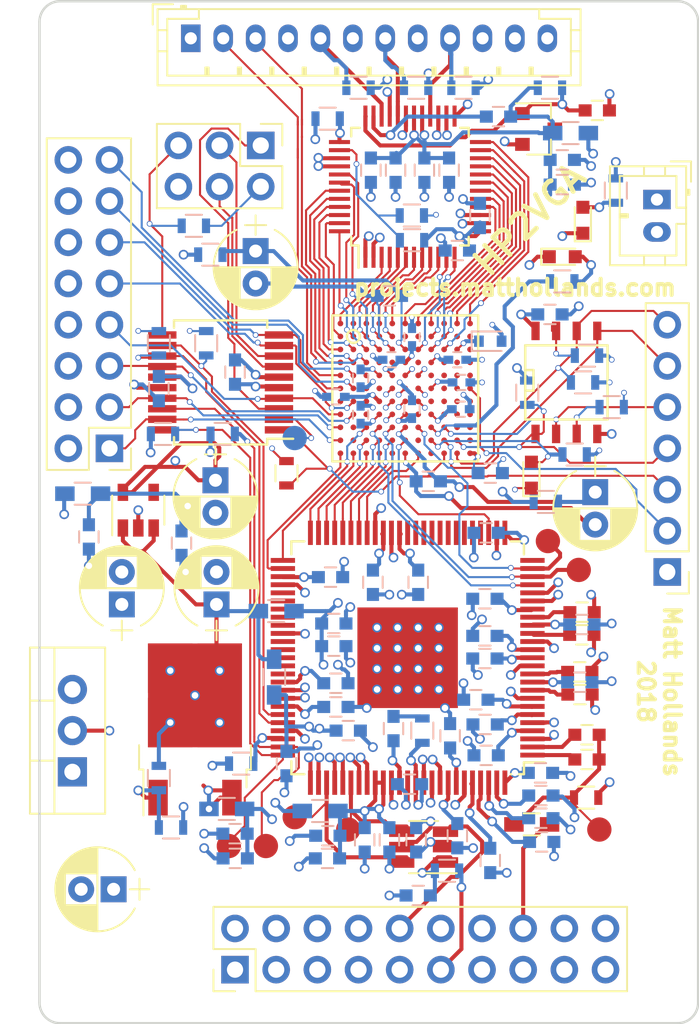
<source format=kicad_pcb>
(kicad_pcb (version 4) (host pcbnew 4.0.5)
  (layers (0 F.Cu signal) (1 In1.Cu power) (2 In2.Cu power) (31 B.Cu signal) (34 B.Paste user) (35 F.Paste user) (36 B.SilkS user) (37 F.SilkS user) (38 B.Mask user) (39 F.Mask user) (44 Edge.Cuts user))
  (net 0 "")
  (net 1 +12V)
  (net 2 GND)
  (net 3 +3V3)
  (net 4 +1V9)
  (net 5 +1V2)
  (net 6 +1V9A)
  (net 7 +1V9PLL)
  (net 8 +1V9D)
  (net 9 +3V3A0)
  (net 10 +3V3A1)
  (net 11 +3V3D0)
  (net 12 "Net-(C201-Pad1)")
  (net 13 "Net-(C202-Pad2)")
  (net 14 "Net-(C202-Pad1)")
  (net 15 "Net-(C203-Pad1)")
  (net 16 "Net-(C204-Pad1)")
  (net 17 "Net-(C205-Pad1)")
  (net 18 /RX/VIDEO_L)
  (net 19 "Net-(C206-Pad1)")
  (net 20 "Net-(C207-Pad1)")
  (net 21 "Net-(C208-Pad1)")
  (net 22 "Net-(C209-Pad1)")
  (net 23 "Net-(C210-Pad1)")
  (net 24 "Net-(C211-Pad1)")
  (net 25 "Net-(C212-Pad1)")
  (net 26 "Net-(C213-Pad1)")
  (net 27 "Net-(C214-Pad1)")
  (net 28 "Net-(C215-Pad1)")
  (net 29 "Net-(C216-Pad2)")
  (net 30 "Net-(C216-Pad1)")
  (net 31 /TX/Vref)
  (net 32 "Net-(C304-Pad2)")
  (net 33 "Net-(C502-Pad1)")
  (net 34 "Net-(C502-Pad2)")
  (net 35 "Net-(C504-Pad1)")
  (net 36 "Net-(C504-Pad2)")
  (net 37 /uC/ISP_MISO)
  (net 38 /uC/ISP_SCK)
  (net 39 /uC/ISP_MOSI)
  (net 40 /uC/ISP_RESET)
  (net 41 /FPGA/DONE)
  (net 42 "Net-(D502-Pad1)")
  (net 43 /uC/FPGA_FB2)
  (net 44 "Net-(IC401-Pad2)")
  (net 45 /uC/FPGA_FB3)
  (net 46 /uC/FPGA_FB4)
  (net 47 /RX/TVP_RESET)
  (net 48 /RX/TVP_PWDN)
  (net 49 /uC/FPGA_FB0)
  (net 50 /uC/FPGA_FB1)
  (net 51 /RX/I2C_SCL)
  (net 52 /uC/FPGA_RESET)
  (net 53 /RX/I2C_SDA)
  (net 54 /FPGA/PROG_SS)
  (net 55 /VIDEO_IN)
  (net 56 /HSYNC_IN_A)
  (net 57 /VSYNC_IN_A)
  (net 58 /FPGA/CLK_EXT)
  (net 59 /FPGA/PROG_SDI)
  (net 60 /FPGA/PROG_SDO)
  (net 61 /FPGA/PROG_SCK)
  (net 62 /FPGA/DEBUG6)
  (net 63 /FPGA/DEBUG7)
  (net 64 /TX/VSYNC_IN)
  (net 65 /TX/HSYNC_IN)
  (net 66 /TX/RED)
  (net 67 /TX/GREEN)
  (net 68 /TX/BLUE)
  (net 69 "Net-(R101-Pad1)")
  (net 70 "Net-(R208-Pad1)")
  (net 71 "Net-(R301-Pad2)")
  (net 72 "Net-(R602-Pad1)")
  (net 73 "Net-(R604-Pad2)")
  (net 74 /RX/VSYNC_BUFF)
  (net 75 /RX/HSYNC_BUFF)
  (net 76 /FPGA/FIDOUT_IN)
  (net 77 /FPGA/VSYNC_IN)
  (net 78 /FPGA/HSYNC_IN)
  (net 79 /FPGA/CLK_IN)
  (net 80 /RX/G_9)
  (net 81 /RX/G_8)
  (net 82 /RX/G_7)
  (net 83 /RX/G_6)
  (net 84 /RX/G_5)
  (net 85 /RX/G_4)
  (net 86 /RX/G_3)
  (net 87 /RX/G_2)
  (net 88 /RX/G_1)
  (net 89 /RX/G_0)
  (net 90 /FPGA/G0)
  (net 91 /FPGA/G1)
  (net 92 /FPGA/G2)
  (net 93 /FPGA/G3)
  (net 94 /FPGA/G4)
  (net 95 /FPGA/G5)
  (net 96 /FPGA/G6)
  (net 97 /FPGA/G7)
  (net 98 /FPGA/ADV_BLANK)
  (net 99 /FPGA/ADV_SYNC)
  (net 100 /FPGA/B0)
  (net 101 /FPGA/B1)
  (net 102 /FPGA/B2)
  (net 103 /FPGA/B3)
  (net 104 /FPGA/B4)
  (net 105 /FPGA/B5)
  (net 106 /FPGA/B6)
  (net 107 /FPGA/B7)
  (net 108 /FPGA/ADV_CLK)
  (net 109 /FPGA/R0)
  (net 110 /FPGA/R1)
  (net 111 /FPGA/R2)
  (net 112 /FPGA/R3)
  (net 113 /FPGA/R4)
  (net 114 /FPGA/R5)
  (net 115 /FPGA/R6)
  (net 116 /FPGA/R7)
  (net 117 /uC/FPGA_FB5)
  (net 118 /TX/PSAVE)
  (net 119 "Net-(D101-Pad2)")
  (net 120 "Net-(D102-Pad2)")
  (net 121 /FPGA/FRAME_LED)
  (module Resistors_SMD:R_0603 (layer B.Cu) (at 157.988 43.942)
    (fp_text reference R106)
    (fp_text value 300R)
    (pad 1 smd rect (at -0.75 0) (size 0.5 0.9) (layers B.Cu B.Paste B.Mask) (net 121 /FPGA/FRAME_LED))
    (pad 2 smd rect (at 0.75 0) (size 0.5 0.9) (layers B.Cu B.Paste B.Mask) (net 120 "Net-(D102-Pad2)"))
  )
  (module Connectors_JST:JST_PH_B12B-PH-K_12x2.00mm_Straight (layer F.Cu) (at 135.066 28.956)
    (fp_text reference P104)
    (fp_text value CONN_01X12)
    (pad 1 thru_hole rect (at 0 0) (size 1.2 1.7) (drill 0.75) (layers *.Cu *.Mask) (net 2 GND))
    (pad 2 thru_hole oval (at 2 0) (size 1.2 1.7) (drill 0.75) (layers *.Cu *.Mask) (net 64 /TX/VSYNC_IN))
    (pad 3 thru_hole oval (at 4 0) (size 1.2 1.7) (drill 0.75) (layers *.Cu *.Mask) (net 65 /TX/HSYNC_IN))
    (pad 4 thru_hole oval (at 6 0) (size 1.2 1.7) (drill 0.75) (layers *.Cu *.Mask) (net 2 GND))
    (pad 5 thru_hole oval (at 8 0) (size 1.2 1.7) (drill 0.75) (layers *.Cu *.Mask) (net 66 /TX/RED))
    (pad 6 thru_hole oval (at 10 0) (size 1.2 1.7) (drill 0.75) (layers *.Cu *.Mask) (net 2 GND))
    (pad 7 thru_hole oval (at 12 0) (size 1.2 1.7) (drill 0.75) (layers *.Cu *.Mask) (net 67 /TX/GREEN))
    (pad 8 thru_hole oval (at 14 0) (size 1.2 1.7) (drill 0.75) (layers *.Cu *.Mask) (net 2 GND))
    (pad 9 thru_hole oval (at 16 0) (size 1.2 1.7) (drill 0.75) (layers *.Cu *.Mask) (net 68 /TX/BLUE))
    (pad 10 thru_hole oval (at 18 0) (size 1.2 1.7) (drill 0.75) (layers *.Cu *.Mask) (net 2 GND))
    (pad 11 thru_hole oval (at 20 0) (size 1.2 1.7) (drill 0.75) (layers *.Cu *.Mask))
    (pad 12 thru_hole oval (at 22 0) (size 1.2 1.7) (drill 0.75) (layers *.Cu *.Mask))
  )
  (module Housings_SSOP:SSOP-20_5.3x7.2mm_Pitch0.65mm (layer F.Cu) (at 136.906 50.165 180)
    (fp_text reference IC401)
    (fp_text value ATTINY87-AX)
    (pad 1 smd rect (at -3.6 -2.925 180) (size 1.75 0.45) (layers F.Cu F.Paste F.Mask) (net 52 /uC/FPGA_RESET))
    (pad 2 smd rect (at -3.6 -2.275 180) (size 1.75 0.45) (layers F.Cu F.Paste F.Mask) (net 44 "Net-(IC401-Pad2)"))
    (pad 3 smd rect (at -3.6 -1.625 180) (size 1.75 0.45) (layers F.Cu F.Paste F.Mask) (net 37 /uC/ISP_MISO))
    (pad 4 smd rect (at -3.6 -0.975 180) (size 1.75 0.45) (layers F.Cu F.Paste F.Mask) (net 45 /uC/FPGA_FB3))
    (pad 5 smd rect (at -3.6 -0.325 180) (size 1.75 0.45) (layers F.Cu F.Paste F.Mask) (net 3 +3V3))
    (pad 6 smd rect (at -3.6 0.325 180) (size 1.75 0.45) (layers F.Cu F.Paste F.Mask) (net 2 GND))
    (pad 7 smd rect (at -3.6 0.975 180) (size 1.75 0.45) (layers F.Cu F.Paste F.Mask) (net 39 /uC/ISP_MOSI))
    (pad 8 smd rect (at -3.6 1.625 180) (size 1.75 0.45) (layers F.Cu F.Paste F.Mask) (net 38 /uC/ISP_SCK))
    (pad 9 smd rect (at -3.6 2.275 180) (size 1.75 0.45) (layers F.Cu F.Paste F.Mask) (net 46 /uC/FPGA_FB4))
    (pad 10 smd rect (at -3.6 2.925 180) (size 1.75 0.45) (layers F.Cu F.Paste F.Mask) (net 117 /uC/FPGA_FB5))
    (pad 11 smd rect (at 3.6 2.925 180) (size 1.75 0.45) (layers F.Cu F.Paste F.Mask) (net 40 /uC/ISP_RESET))
    (pad 12 smd rect (at 3.6 2.275 180) (size 1.75 0.45) (layers F.Cu F.Paste F.Mask) (net 48 /RX/TVP_PWDN))
    (pad 13 smd rect (at 3.6 1.625 180) (size 1.75 0.45) (layers F.Cu F.Paste F.Mask) (net 47 /RX/TVP_RESET))
    (pad 14 smd rect (at 3.6 0.975 180) (size 1.75 0.45) (layers F.Cu F.Paste F.Mask) (net 43 /uC/FPGA_FB2))
    (pad 15 smd rect (at 3.6 0.325 180) (size 1.75 0.45) (layers F.Cu F.Paste F.Mask) (net 3 +3V3))
    (pad 16 smd rect (at 3.6 -0.325 180) (size 1.75 0.45) (layers F.Cu F.Paste F.Mask) (net 2 GND))
    (pad 17 smd rect (at 3.6 -0.975 180) (size 1.75 0.45) (layers F.Cu F.Paste F.Mask) (net 50 /uC/FPGA_FB1))
    (pad 18 smd rect (at 3.6 -1.625 180) (size 1.75 0.45) (layers F.Cu F.Paste F.Mask) (net 51 /RX/I2C_SCL))
    (pad 19 smd rect (at 3.6 -2.275 180) (size 1.75 0.45) (layers F.Cu F.Paste F.Mask) (net 49 /uC/FPGA_FB0))
    (pad 20 smd rect (at 3.6 -2.925 180) (size 1.75 0.45) (layers F.Cu F.Paste F.Mask) (net 53 /RX/I2C_SDA))
  )
  (module Capacitors_SMD:C_0603 (layer B.Cu) (at 151.003 37.084 270)
    (fp_text reference C308)
    (fp_text value 0.01uF)
    (pad 2 smd rect (at 0.75 0 270) (size 0.8 0.75) (layers B.Cu B.Paste B.Mask) (net 2 GND))
    (pad 1 smd rect (at -0.75 0 270) (size 0.8 0.75) (layers B.Cu B.Paste B.Mask) (net 10 +3V3A1))
  )
  (module Housings_QFP:LQFP-48_7x7mm_Pitch0.5mm (layer F.Cu) (at 148.59 38.1 90)
    (fp_text reference U301)
    (fp_text value ADV7125KSTZ50)
    (pad 1 smd rect (at -4.35 -2.75 90) (size 1.3 0.25) (layers F.Cu F.Paste F.Mask) (net 2 GND))
    (pad 2 smd rect (at -4.35 -2.25 90) (size 1.3 0.25) (layers F.Cu F.Paste F.Mask) (net 2 GND))
    (pad 3 smd rect (at -4.35 -1.75 90) (size 1.3 0.25) (layers F.Cu F.Paste F.Mask) (net 90 /FPGA/G0))
    (pad 4 smd rect (at -4.35 -1.25 90) (size 1.3 0.25) (layers F.Cu F.Paste F.Mask) (net 91 /FPGA/G1))
    (pad 5 smd rect (at -4.35 -0.75 90) (size 1.3 0.25) (layers F.Cu F.Paste F.Mask) (net 92 /FPGA/G2))
    (pad 6 smd rect (at -4.35 -0.25 90) (size 1.3 0.25) (layers F.Cu F.Paste F.Mask) (net 93 /FPGA/G3))
    (pad 7 smd rect (at -4.35 0.25 90) (size 1.3 0.25) (layers F.Cu F.Paste F.Mask) (net 94 /FPGA/G4))
    (pad 8 smd rect (at -4.35 0.75 90) (size 1.3 0.25) (layers F.Cu F.Paste F.Mask) (net 95 /FPGA/G5))
    (pad 9 smd rect (at -4.35 1.25 90) (size 1.3 0.25) (layers F.Cu F.Paste F.Mask) (net 96 /FPGA/G6))
    (pad 10 smd rect (at -4.35 1.75 90) (size 1.3 0.25) (layers F.Cu F.Paste F.Mask) (net 97 /FPGA/G7))
    (pad 11 smd rect (at -4.35 2.25 90) (size 1.3 0.25) (layers F.Cu F.Paste F.Mask) (net 98 /FPGA/ADV_BLANK))
    (pad 12 smd rect (at -4.35 2.75 90) (size 1.3 0.25) (layers F.Cu F.Paste F.Mask) (net 99 /FPGA/ADV_SYNC))
    (pad 13 smd rect (at -2.75 4.35 180) (size 1.3 0.25) (layers F.Cu F.Paste F.Mask) (net 10 +3V3A1))
    (pad 14 smd rect (at -2.25 4.35 180) (size 1.3 0.25) (layers F.Cu F.Paste F.Mask) (net 2 GND))
    (pad 15 smd rect (at -1.75 4.35 180) (size 1.3 0.25) (layers F.Cu F.Paste F.Mask) (net 2 GND))
    (pad 16 smd rect (at -1.25 4.35 180) (size 1.3 0.25) (layers F.Cu F.Paste F.Mask) (net 100 /FPGA/B0))
    (pad 17 smd rect (at -0.75 4.35 180) (size 1.3 0.25) (layers F.Cu F.Paste F.Mask) (net 101 /FPGA/B1))
    (pad 18 smd rect (at -0.25 4.35 180) (size 1.3 0.25) (layers F.Cu F.Paste F.Mask) (net 102 /FPGA/B2))
    (pad 19 smd rect (at 0.25 4.35 180) (size 1.3 0.25) (layers F.Cu F.Paste F.Mask) (net 103 /FPGA/B3))
    (pad 20 smd rect (at 0.75 4.35 180) (size 1.3 0.25) (layers F.Cu F.Paste F.Mask) (net 104 /FPGA/B4))
    (pad 21 smd rect (at 1.25 4.35 180) (size 1.3 0.25) (layers F.Cu F.Paste F.Mask) (net 105 /FPGA/B5))
    (pad 22 smd rect (at 1.75 4.35 180) (size 1.3 0.25) (layers F.Cu F.Paste F.Mask) (net 106 /FPGA/B6))
    (pad 23 smd rect (at 2.25 4.35 180) (size 1.3 0.25) (layers F.Cu F.Paste F.Mask) (net 107 /FPGA/B7))
    (pad 24 smd rect (at 2.75 4.35 180) (size 1.3 0.25) (layers F.Cu F.Paste F.Mask) (net 108 /FPGA/ADV_CLK))
    (pad 25 smd rect (at 4.35 2.75 90) (size 1.3 0.25) (layers F.Cu F.Paste F.Mask) (net 2 GND))
    (pad 26 smd rect (at 4.35 2.25 90) (size 1.3 0.25) (layers F.Cu F.Paste F.Mask) (net 2 GND))
    (pad 27 smd rect (at 4.35 1.75 90) (size 1.3 0.25) (layers F.Cu F.Paste F.Mask) (net 2 GND))
    (pad 28 smd rect (at 4.35 1.25 90) (size 1.3 0.25) (layers F.Cu F.Paste F.Mask) (net 68 /TX/BLUE))
    (pad 29 smd rect (at 4.35 0.75 90) (size 1.3 0.25) (layers F.Cu F.Paste F.Mask) (net 10 +3V3A1))
    (pad 30 smd rect (at 4.35 0.25 90) (size 1.3 0.25) (layers F.Cu F.Paste F.Mask) (net 10 +3V3A1))
    (pad 31 smd rect (at 4.35 -0.25 90) (size 1.3 0.25) (layers F.Cu F.Paste F.Mask) (net 2 GND))
    (pad 32 smd rect (at 4.35 -0.75 90) (size 1.3 0.25) (layers F.Cu F.Paste F.Mask) (net 67 /TX/GREEN))
    (pad 33 smd rect (at 4.35 -1.25 90) (size 1.3 0.25) (layers F.Cu F.Paste F.Mask) (net 2 GND))
    (pad 34 smd rect (at 4.35 -1.75 90) (size 1.3 0.25) (layers F.Cu F.Paste F.Mask) (net 66 /TX/RED))
    (pad 35 smd rect (at 4.35 -2.25 90) (size 1.3 0.25) (layers F.Cu F.Paste F.Mask) (net 32 "Net-(C304-Pad2)"))
    (pad 36 smd rect (at 4.35 -2.75 90) (size 1.3 0.25) (layers F.Cu F.Paste F.Mask) (net 31 /TX/Vref))
    (pad 37 smd rect (at 2.75 -4.35 180) (size 1.3 0.25) (layers F.Cu F.Paste F.Mask) (net 71 "Net-(R301-Pad2)"))
    (pad 38 smd rect (at 2.25 -4.35 180) (size 1.3 0.25) (layers F.Cu F.Paste F.Mask) (net 118 /TX/PSAVE))
    (pad 39 smd rect (at 1.75 -4.35 180) (size 1.3 0.25) (layers F.Cu F.Paste F.Mask) (net 2 GND))
    (pad 40 smd rect (at 1.25 -4.35 180) (size 1.3 0.25) (layers F.Cu F.Paste F.Mask) (net 2 GND))
    (pad 41 smd rect (at 0.75 -4.35 180) (size 1.3 0.25) (layers F.Cu F.Paste F.Mask) (net 109 /FPGA/R0))
    (pad 42 smd rect (at 0.25 -4.35 180) (size 1.3 0.25) (layers F.Cu F.Paste F.Mask) (net 110 /FPGA/R1))
    (pad 43 smd rect (at -0.25 -4.35 180) (size 1.3 0.25) (layers F.Cu F.Paste F.Mask) (net 111 /FPGA/R2))
    (pad 44 smd rect (at -0.75 -4.35 180) (size 1.3 0.25) (layers F.Cu F.Paste F.Mask) (net 112 /FPGA/R3))
    (pad 45 smd rect (at -1.25 -4.35 180) (size 1.3 0.25) (layers F.Cu F.Paste F.Mask) (net 113 /FPGA/R4))
    (pad 46 smd rect (at -1.75 -4.35 180) (size 1.3 0.25) (layers F.Cu F.Paste F.Mask) (net 114 /FPGA/R5))
    (pad 47 smd rect (at -2.25 -4.35 180) (size 1.3 0.25) (layers F.Cu F.Paste F.Mask) (net 115 /FPGA/R6))
    (pad 48 smd rect (at -2.75 -4.35 180) (size 1.3 0.25) (layers F.Cu F.Paste F.Mask) (net 116 /FPGA/R7))
  )
  (module Capacitors_THT:CP_Radial_D5.0mm_P2.00mm (layer F.Cu) (at 139.065 42.069 270)
    (fp_text reference C504)
    (fp_text value 10uF)
    (pad 1 thru_hole rect (at 0 0 270) (size 1.6 1.6) (drill 0.8) (layers *.Cu *.Mask) (net 35 "Net-(C504-Pad1)"))
    (pad 2 thru_hole circle (at 2 0 270) (size 1.6 1.6) (drill 0.8) (layers *.Cu *.Mask) (net 36 "Net-(C504-Pad2)"))
  )
  (module Capacitors_THT:CP_Radial_D5.0mm_P2.00mm (layer F.Cu) (at 130.302 81.407 180)
    (fp_text reference C101)
    (fp_text value 10uF)
    (pad 1 thru_hole rect (at 0 0 180) (size 1.6 1.6) (drill 0.8) (layers *.Cu *.Mask) (net 1 +12V))
    (pad 2 thru_hole circle (at 2 0 180) (size 1.6 1.6) (drill 0.8) (layers *.Cu *.Mask) (net 2 GND))
  )
  (module Capacitors_THT:CP_Radial_D5.0mm_P2.00mm (layer F.Cu) (at 130.81 63.849 90)
    (fp_text reference C102)
    (fp_text value 10uF)
    (pad 1 thru_hole rect (at 0 0 90) (size 1.6 1.6) (drill 0.8) (layers *.Cu *.Mask) (net 3 +3V3))
    (pad 2 thru_hole circle (at 2 0 90) (size 1.6 1.6) (drill 0.8) (layers *.Cu *.Mask) (net 2 GND))
  )
  (module Capacitors_THT:CP_Radial_D5.0mm_P2.00mm (layer F.Cu) (at 136.652 63.849 90)
    (fp_text reference C103)
    (fp_text value 10uF)
    (pad 1 thru_hole rect (at 0 0 90) (size 1.6 1.6) (drill 0.8) (layers *.Cu *.Mask) (net 4 +1V9))
    (pad 2 thru_hole circle (at 2 0 90) (size 1.6 1.6) (drill 0.8) (layers *.Cu *.Mask) (net 2 GND))
  )
  (module Capacitors_THT:CP_Radial_D5.0mm_P2.00mm (layer F.Cu) (at 136.5885 56.1975 270)
    (fp_text reference C104)
    (fp_text value 10uF)
    (pad 1 thru_hole rect (at 0 0 270) (size 1.6 1.6) (drill 0.8) (layers *.Cu *.Mask) (net 5 +1V2))
    (pad 2 thru_hole circle (at 2 0 270) (size 1.6 1.6) (drill 0.8) (layers *.Cu *.Mask) (net 2 GND))
  )
  (module Capacitors_SMD:C_0603 (layer B.Cu) (at 144.78 71.628)
    (fp_text reference C105)
    (fp_text value 22uF)
    (pad 2 smd rect (at 0.75 0) (size 0.8 0.75) (layers B.Cu B.Paste B.Mask) (net 2 GND))
    (pad 1 smd rect (at -0.75 0) (size 0.8 0.75) (layers B.Cu B.Paste B.Mask) (net 6 +1V9A))
  )
  (module Capacitors_SMD:C_0603 (layer B.Cu) (at 140.97 73.66 270)
    (fp_text reference C106)
    (fp_text value 1uF)
    (pad 2 smd rect (at 0.75 0 270) (size 0.8 0.75) (layers B.Cu B.Paste B.Mask) (net 2 GND))
    (pad 1 smd rect (at -0.75 0 270) (size 0.8 0.75) (layers B.Cu B.Paste B.Mask) (net 6 +1V9A))
  )
  (module Capacitors_SMD:C_0603 (layer B.Cu) (at 143.522 78.105 180)
    (fp_text reference C107)
    (fp_text value 22uF)
    (pad 2 smd rect (at 0.75 0 180) (size 0.8 0.75) (layers B.Cu B.Paste B.Mask) (net 2 GND))
    (pad 1 smd rect (at -0.75 0 180) (size 0.8 0.75) (layers B.Cu B.Paste B.Mask) (net 7 +1V9PLL))
  )
  (module Capacitors_SMD:C_0603 (layer B.Cu) (at 143.498 79.502 180)
    (fp_text reference C108)
    (fp_text value 1uF)
    (pad 2 smd rect (at 0.75 0 180) (size 0.8 0.75) (layers B.Cu B.Paste B.Mask) (net 2 GND))
    (pad 1 smd rect (at -0.75 0 180) (size 0.8 0.75) (layers B.Cu B.Paste B.Mask) (net 7 +1V9PLL))
  )
  (module Capacitors_SMD:C_0603 (layer B.Cu) (at 143.891 65.024)
    (fp_text reference C109)
    (fp_text value 22uF)
    (pad 2 smd rect (at 0.75 0) (size 0.8 0.75) (layers B.Cu B.Paste B.Mask) (net 2 GND))
    (pad 1 smd rect (at -0.75 0) (size 0.8 0.75) (layers B.Cu B.Paste B.Mask) (net 8 +1V9D))
  )
  (module Capacitors_SMD:C_0603 (layer B.Cu) (at 143.891 66.421)
    (fp_text reference C110)
    (fp_text value 1uF)
    (pad 2 smd rect (at 0.75 0) (size 0.8 0.75) (layers B.Cu B.Paste B.Mask) (net 2 GND))
    (pad 1 smd rect (at -0.75 0) (size 0.8 0.75) (layers B.Cu B.Paste B.Mask) (net 8 +1V9D))
  )
  (module Capacitors_SMD:C_0603 (layer B.Cu) (at 137.795 77.978 180)
    (fp_text reference C111)
    (fp_text value 22uF)
    (pad 2 smd rect (at 0.75 0 180) (size 0.8 0.75) (layers B.Cu B.Paste B.Mask) (net 2 GND))
    (pad 1 smd rect (at -0.75 0 180) (size 0.8 0.75) (layers B.Cu B.Paste B.Mask) (net 9 +3V3A0))
  )
  (module Capacitors_SMD:C_0603 (layer B.Cu) (at 137.807 79.502 180)
    (fp_text reference C112)
    (fp_text value 1uF)
    (pad 2 smd rect (at 0.75 0 180) (size 0.8 0.75) (layers B.Cu B.Paste B.Mask) (net 2 GND))
    (pad 1 smd rect (at -0.75 0 180) (size 0.8 0.75) (layers B.Cu B.Paste B.Mask) (net 9 +3V3A0))
  )
  (module Capacitors_SMD:C_0603 (layer B.Cu) (at 157.988 36.449)
    (fp_text reference C113)
    (fp_text value 22uF)
    (pad 2 smd rect (at 0.75 0) (size 0.8 0.75) (layers B.Cu B.Paste B.Mask) (net 2 GND))
    (pad 1 smd rect (at -0.75 0) (size 0.8 0.75) (layers B.Cu B.Paste B.Mask) (net 10 +3V3A1))
  )
  (module Capacitors_SMD:C_0603 (layer B.Cu) (at 157.988 37.973)
    (fp_text reference C114)
    (fp_text value 1uF)
    (pad 2 smd rect (at 0.75 0) (size 0.8 0.75) (layers B.Cu B.Paste B.Mask) (net 2 GND))
    (pad 1 smd rect (at -0.75 0) (size 0.8 0.75) (layers B.Cu B.Paste B.Mask) (net 10 +3V3A1))
  )
  (module Capacitors_SMD:C_0603 (layer B.Cu) (at 128.778 59.69 270)
    (fp_text reference C115)
    (fp_text value 22uF)
    (pad 2 smd rect (at 0.75 0 270) (size 0.8 0.75) (layers B.Cu B.Paste B.Mask) (net 2 GND))
    (pad 1 smd rect (at -0.75 0 270) (size 0.8 0.75) (layers B.Cu B.Paste B.Mask) (net 11 +3V3D0))
  )
  (module Capacitors_SMD:C_0603 (layer B.Cu) (at 134.493 60.071 270)
    (fp_text reference C116)
    (fp_text value 1uF)
    (pad 2 smd rect (at 0.75 0 270) (size 0.8 0.75) (layers B.Cu B.Paste B.Mask) (net 2 GND))
    (pad 1 smd rect (at -0.75 0 270) (size 0.8 0.75) (layers B.Cu B.Paste B.Mask) (net 11 +3V3D0))
  )
  (module Capacitors_SMD:C_0603 (layer B.Cu) (at 149.098 81.788 180)
    (fp_text reference C201)
    (fp_text value 1nF)
    (pad 2 smd rect (at 0.75 0 180) (size 0.8 0.75) (layers B.Cu B.Paste B.Mask) (net 2 GND))
    (pad 1 smd rect (at -0.75 0 180) (size 0.8 0.75) (layers B.Cu B.Paste B.Mask) (net 12 "Net-(C201-Pad1)"))
  )
  (module Capacitors_SMD:C_0603 (layer B.Cu) (at 148.5646 74.93)
    (fp_text reference C202)
    (fp_text value 4.7nF)
    (pad 2 smd rect (at 0.75 0) (size 0.8 0.75) (layers B.Cu B.Paste B.Mask) (net 13 "Net-(C202-Pad2)"))
    (pad 1 smd rect (at -0.75 0) (size 0.8 0.75) (layers B.Cu B.Paste B.Mask) (net 14 "Net-(C202-Pad1)"))
  )
  (module Capacitors_SMD:C_0603 (layer F.Cu) (at 159.0795 69.4055)
    (fp_text reference C203)
    (fp_text value 10nF)
    (pad 2 smd rect (at 0.75 0) (size 0.8 0.75) (layers F.Cu F.Paste F.Mask) (net 2 GND))
    (pad 1 smd rect (at -0.75 0) (size 0.8 0.75) (layers F.Cu F.Paste F.Mask) (net 15 "Net-(C203-Pad1)"))
  )
  (module Capacitors_SMD:C_0603 (layer F.Cu) (at 159.0675 68.0085)
    (fp_text reference C204)
    (fp_text value 10nf)
    (pad 2 smd rect (at 0.75 0) (size 0.8 0.75) (layers F.Cu F.Paste F.Mask) (net 2 GND))
    (pad 1 smd rect (at -0.75 0) (size 0.8 0.75) (layers F.Cu F.Paste F.Mask) (net 16 "Net-(C204-Pad1)"))
  )
  (module Capacitors_SMD:C_0603 (layer B.Cu) (at 156.6665 77.0255)
    (fp_text reference C205)
    (fp_text value 10nF)
    (pad 2 smd rect (at 0.75 0) (size 0.8 0.75) (layers B.Cu B.Paste B.Mask) (net 2 GND))
    (pad 1 smd rect (at -0.75 0) (size 0.8 0.75) (layers B.Cu B.Paste B.Mask) (net 17 "Net-(C205-Pad1)"))
  )
  (module Capacitors_SMD:C_0603 (layer F.Cu) (at 159.512 71.882)
    (fp_text reference C206)
    (fp_text value 0.1uF)
    (pad 2 smd rect (at 0.75 0) (size 0.8 0.75) (layers F.Cu F.Paste F.Mask) (net 18 /RX/VIDEO_L))
    (pad 1 smd rect (at -0.75 0) (size 0.8 0.75) (layers F.Cu F.Paste F.Mask) (net 19 "Net-(C206-Pad1)"))
  )
  (module Capacitors_SMD:C_0603 (layer B.Cu) (at 159.1945 65.0875)
    (fp_text reference C207)
    (fp_text value 10nF)
    (pad 2 smd rect (at 0.75 0) (size 0.8 0.75) (layers B.Cu B.Paste B.Mask) (net 2 GND))
    (pad 1 smd rect (at -0.75 0) (size 0.8 0.75) (layers B.Cu B.Paste B.Mask) (net 20 "Net-(C207-Pad1)"))
  )
  (module Capacitors_SMD:C_0603 (layer B.Cu) (at 156.718 78.486)
    (fp_text reference C208)
    (fp_text value 10nF)
    (pad 2 smd rect (at 0.75 0) (size 0.8 0.75) (layers B.Cu B.Paste B.Mask) (net 2 GND))
    (pad 1 smd rect (at -0.75 0) (size 0.8 0.75) (layers B.Cu B.Paste B.Mask) (net 21 "Net-(C208-Pad1)"))
  )
  (module Capacitors_SMD:C_0603 (layer F.Cu) (at 159.512 73.406)
    (fp_text reference C209)
    (fp_text value 1nF)
    (pad 2 smd rect (at 0.75 0) (size 0.8 0.75) (layers F.Cu F.Paste F.Mask) (net 18 /RX/VIDEO_L))
    (pad 1 smd rect (at -0.75 0) (size 0.8 0.75) (layers F.Cu F.Paste F.Mask) (net 22 "Net-(C209-Pad1)"))
  )
  (module Capacitors_SMD:C_0603 (layer B.Cu) (at 159.0675 68.6435)
    (fp_text reference C210)
    (fp_text value 10nF)
    (pad 2 smd rect (at 0.75 0) (size 0.8 0.75) (layers B.Cu B.Paste B.Mask) (net 2 GND))
    (pad 1 smd rect (at -0.75 0) (size 0.8 0.75) (layers B.Cu B.Paste B.Mask) (net 23 "Net-(C210-Pad1)"))
  )
  (module Capacitors_SMD:C_0603 (layer B.Cu) (at 153.543 79.629 270)
    (fp_text reference C211)
    (fp_text value 10nF)
    (pad 2 smd rect (at 0.75 0 270) (size 0.8 0.75) (layers B.Cu B.Paste B.Mask) (net 2 GND))
    (pad 1 smd rect (at -0.75 0 270) (size 0.8 0.75) (layers B.Cu B.Paste B.Mask) (net 24 "Net-(C211-Pad1)"))
  )
  (module Capacitors_SMD:C_0603 (layer B.Cu) (at 156.6425 74.2315)
    (fp_text reference C212)
    (fp_text value 10nF)
    (pad 2 smd rect (at 0.75 0) (size 0.8 0.75) (layers B.Cu B.Paste B.Mask) (net 2 GND))
    (pad 1 smd rect (at -0.75 0) (size 0.8 0.75) (layers B.Cu B.Paste B.Mask) (net 25 "Net-(C212-Pad1)"))
  )
  (module Capacitors_SMD:C_0603 (layer F.Cu) (at 159.1945 65.7225)
    (fp_text reference C213)
    (fp_text value 10nF)
    (pad 2 smd rect (at 0.75 0) (size 0.8 0.75) (layers F.Cu F.Paste F.Mask) (net 2 GND))
    (pad 1 smd rect (at -0.75 0) (size 0.8 0.75) (layers F.Cu F.Paste F.Mask) (net 26 "Net-(C213-Pad1)"))
  )
  (module Capacitors_SMD:C_0603 (layer F.Cu) (at 159.2065 64.3255)
    (fp_text reference C214)
    (fp_text value 10nF)
    (pad 2 smd rect (at 0.75 0) (size 0.8 0.75) (layers F.Cu F.Paste F.Mask) (net 2 GND))
    (pad 1 smd rect (at -0.75 0) (size 0.8 0.75) (layers F.Cu F.Paste F.Mask) (net 27 "Net-(C214-Pad1)"))
  )
  (module Capacitors_SMD:C_0603 (layer B.Cu) (at 156.6665 75.6285)
    (fp_text reference C215)
    (fp_text value 10nF)
    (pad 2 smd rect (at 0.75 0) (size 0.8 0.75) (layers B.Cu B.Paste B.Mask) (net 2 GND))
    (pad 1 smd rect (at -0.75 0) (size 0.8 0.75) (layers B.Cu B.Paste B.Mask) (net 28 "Net-(C215-Pad1)"))
  )
  (module Capacitors_SMD:C_0603 (layer B.Cu) (at 147.574 71.501 90)
    (fp_text reference C216)
    (fp_text value 0.1uF)
    (pad 2 smd rect (at 0.75 0 90) (size 0.8 0.75) (layers B.Cu B.Paste B.Mask) (net 29 "Net-(C216-Pad2)"))
    (pad 1 smd rect (at -0.75 0 90) (size 0.8 0.75) (layers B.Cu B.Paste B.Mask) (net 30 "Net-(C216-Pad1)"))
  )
  (module Capacitors_SMD:C_0603 (layer B.Cu) (at 145.796 78.359 270)
    (fp_text reference C217)
    (fp_text value 0.1uF)
    (pad 2 smd rect (at 0.75 0 270) (size 0.8 0.75) (layers B.Cu B.Paste B.Mask) (net 2 GND))
    (pad 1 smd rect (at -0.75 0 270) (size 0.8 0.75) (layers B.Cu B.Paste B.Mask) (net 7 +1V9PLL))
  )
  (module Capacitors_SMD:C_0603 (layer B.Cu) (at 147.32 78.359 270)
    (fp_text reference C218)
    (fp_text value 0.1uF)
    (pad 2 smd rect (at 0.75 0 270) (size 0.8 0.75) (layers B.Cu B.Paste B.Mask) (net 2 GND))
    (pad 1 smd rect (at -0.75 0 270) (size 0.8 0.75) (layers B.Cu B.Paste B.Mask) (net 7 +1V9PLL))
  )
  (module Capacitors_SMD:C_0603 (layer B.Cu) (at 144.018 70.1675)
    (fp_text reference C219)
    (fp_text value 0.1uF)
    (pad 2 smd rect (at 0.75 0) (size 0.8 0.75) (layers B.Cu B.Paste B.Mask) (net 2 GND))
    (pad 1 smd rect (at -0.75 0) (size 0.8 0.75) (layers B.Cu B.Paste B.Mask) (net 8 +1V9D))
  )
  (module Capacitors_SMD:C_0603 (layer B.Cu) (at 149.098 62.484 270)
    (fp_text reference C220)
    (fp_text value 0.1uF)
    (pad 2 smd rect (at 0.75 0 270) (size 0.8 0.75) (layers B.Cu B.Paste B.Mask) (net 2 GND))
    (pad 1 smd rect (at -0.75 0 270) (size 0.8 0.75) (layers B.Cu B.Paste B.Mask) (net 8 +1V9D))
  )
  (module Capacitors_SMD:C_0603 (layer B.Cu) (at 153.2135 63.5 180)
    (fp_text reference C221)
    (fp_text value 0.1uF)
    (pad 2 smd rect (at 0.75 0 180) (size 0.8 0.75) (layers B.Cu B.Paste B.Mask) (net 2 GND))
    (pad 1 smd rect (at -0.75 0 180) (size 0.8 0.75) (layers B.Cu B.Paste B.Mask) (net 6 +1V9A))
  )
  (module Capacitors_SMD:C_0603 (layer B.Cu) (at 152.654 69.723 180)
    (fp_text reference C222)
    (fp_text value 0.1uF)
    (pad 2 smd rect (at 0.75 0 180) (size 0.8 0.75) (layers B.Cu B.Paste B.Mask) (net 2 GND))
    (pad 1 smd rect (at -0.75 0 180) (size 0.8 0.75) (layers B.Cu B.Paste B.Mask) (net 6 +1V9A))
  )
  (module Capacitors_SMD:C_0603 (layer B.Cu) (at 153.2255 71.247 180)
    (fp_text reference C223)
    (fp_text value 0.1uF)
    (pad 2 smd rect (at 0.75 0 180) (size 0.8 0.75) (layers B.Cu B.Paste B.Mask) (net 2 GND))
    (pad 1 smd rect (at -0.75 0 180) (size 0.8 0.75) (layers B.Cu B.Paste B.Mask) (net 6 +1V9A))
  )
  (module Capacitors_SMD:C_0603 (layer B.Cu) (at 153.289 73.152 180)
    (fp_text reference C224)
    (fp_text value 0.1uF)
    (pad 2 smd rect (at 0.75 0 180) (size 0.8 0.75) (layers B.Cu B.Paste B.Mask) (net 2 GND))
    (pad 1 smd rect (at -0.75 0 180) (size 0.8 0.75) (layers B.Cu B.Paste B.Mask) (net 6 +1V9A))
  )
  (module Capacitors_SMD:C_0603 (layer B.Cu) (at 151.0665 71.9455 90)
    (fp_text reference C225)
    (fp_text value 0.1uF)
    (pad 2 smd rect (at 0.75 0 90) (size 0.8 0.75) (layers B.Cu B.Paste B.Mask) (net 2 GND))
    (pad 1 smd rect (at -0.75 0 90) (size 0.8 0.75) (layers B.Cu B.Paste B.Mask) (net 9 +3V3A0))
  )
  (module Capacitors_SMD:C_0603 (layer B.Cu) (at 151.511 78.105 270)
    (fp_text reference C226)
    (fp_text value 0.1uF)
    (pad 2 smd rect (at 0.75 0 270) (size 0.8 0.75) (layers B.Cu B.Paste B.Mask) (net 2 GND))
    (pad 1 smd rect (at -0.75 0 270) (size 0.8 0.75) (layers B.Cu B.Paste B.Mask) (net 9 +3V3A0))
  )
  (module Capacitors_SMD:C_0603 (layer B.Cu) (at 153.2135 65.786 180)
    (fp_text reference C227)
    (fp_text value 0.1uF)
    (pad 2 smd rect (at 0.75 0 180) (size 0.8 0.75) (layers B.Cu B.Paste B.Mask) (net 2 GND))
    (pad 1 smd rect (at -0.75 0 180) (size 0.8 0.75) (layers B.Cu B.Paste B.Mask) (net 9 +3V3A0))
  )
  (module Capacitors_SMD:C_0603 (layer B.Cu) (at 153.2135 67.183 180)
    (fp_text reference C228)
    (fp_text value 0.1uF)
    (pad 2 smd rect (at 0.75 0 180) (size 0.8 0.75) (layers B.Cu B.Paste B.Mask) (net 2 GND))
    (pad 1 smd rect (at -0.75 0 180) (size 0.8 0.75) (layers B.Cu B.Paste B.Mask) (net 9 +3V3A0))
  )
  (module Capacitors_SMD:C_0603 (layer B.Cu) (at 153.289 59.436 180)
    (fp_text reference C229)
    (fp_text value 0.1uF)
    (pad 2 smd rect (at 0.75 0 180) (size 0.8 0.75) (layers B.Cu B.Paste B.Mask) (net 2 GND))
    (pad 1 smd rect (at -0.75 0 180) (size 0.8 0.75) (layers B.Cu B.Paste B.Mask) (net 11 +3V3D0))
  )
  (module Capacitors_SMD:C_0603 (layer B.Cu) (at 146.304 62.484 270)
    (fp_text reference C230)
    (fp_text value 0.1uF)
    (pad 2 smd rect (at 0.75 0 270) (size 0.8 0.75) (layers B.Cu B.Paste B.Mask) (net 2 GND))
    (pad 1 smd rect (at -0.75 0 270) (size 0.8 0.75) (layers B.Cu B.Paste B.Mask) (net 11 +3V3D0))
  )
  (module Capacitors_SMD:C_0603 (layer B.Cu) (at 143.6885 62.1665)
    (fp_text reference C231)
    (fp_text value 0.1uF)
    (pad 2 smd rect (at 0.75 0) (size 0.8 0.75) (layers B.Cu B.Paste B.Mask) (net 2 GND))
    (pad 1 smd rect (at -0.75 0) (size 0.8 0.75) (layers B.Cu B.Paste B.Mask) (net 11 +3V3D0))
  )
  (module Capacitors_SMD:C_0603 (layer B.Cu) (at 144.018 68.707)
    (fp_text reference C232)
    (fp_text value 0.1uF)
    (pad 2 smd rect (at 0.75 0) (size 0.8 0.75) (layers B.Cu B.Paste B.Mask) (net 2 GND))
    (pad 1 smd rect (at -0.75 0) (size 0.8 0.75) (layers B.Cu B.Paste B.Mask) (net 11 +3V3D0))
  )
  (module Capacitors_SMD:C_0603 (layer B.Cu) (at 151.511 42.037 180)
    (fp_text reference C301)
    (fp_text value 0.1uF)
    (pad 2 smd rect (at 0.75 0 180) (size 0.8 0.75) (layers B.Cu B.Paste B.Mask) (net 2 GND))
    (pad 1 smd rect (at -0.75 0 180) (size 0.8 0.75) (layers B.Cu B.Paste B.Mask) (net 10 +3V3A1))
  )
  (module Capacitors_SMD:C_0603 (layer B.Cu) (at 152.908 39.878 90)
    (fp_text reference C302)
    (fp_text value 0.01uF)
    (pad 2 smd rect (at 0.75 0 90) (size 0.8 0.75) (layers B.Cu B.Paste B.Mask) (net 2 GND))
    (pad 1 smd rect (at -0.75 0 90) (size 0.8 0.75) (layers B.Cu B.Paste B.Mask) (net 10 +3V3A1))
  )
  (module Capacitors_SMD:C_0603 (layer F.Cu) (at 160.147 33.401)
    (fp_text reference C303)
    (fp_text value 1uF)
    (pad 2 smd rect (at 0.75 0) (size 0.8 0.75) (layers F.Cu F.Paste F.Mask) (net 2 GND))
    (pad 1 smd rect (at -0.75 0) (size 0.8 0.75) (layers F.Cu F.Paste F.Mask) (net 31 /TX/Vref))
  )
  (module Capacitors_SMD:C_0603 (layer B.Cu) (at 154.051 33.782 180)
    (fp_text reference C304)
    (fp_text value 0.1uF)
    (pad 2 smd rect (at 0.75 0 180) (size 0.8 0.75) (layers B.Cu B.Paste B.Mask) (net 32 "Net-(C304-Pad2)"))
    (pad 1 smd rect (at -0.75 0 180) (size 0.8 0.75) (layers B.Cu B.Paste B.Mask) (net 10 +3V3A1))
  )
  (module Capacitors_SMD:C_0603 (layer B.Cu) (at 147.701 37.084 270)
    (fp_text reference C305)
    (fp_text value 0.1uF)
    (pad 2 smd rect (at 0.75 0 270) (size 0.8 0.75) (layers B.Cu B.Paste B.Mask) (net 2 GND))
    (pad 1 smd rect (at -0.75 0 270) (size 0.8 0.75) (layers B.Cu B.Paste B.Mask) (net 10 +3V3A1))
  )
  (module Capacitors_SMD:C_0603 (layer B.Cu) (at 146.177 37.084 270)
    (fp_text reference C306)
    (fp_text value 0.1uF)
    (pad 2 smd rect (at 0.75 0 270) (size 0.8 0.75) (layers B.Cu B.Paste B.Mask) (net 2 GND))
    (pad 1 smd rect (at -0.75 0 270) (size 0.8 0.75) (layers B.Cu B.Paste B.Mask) (net 10 +3V3A1))
  )
  (module Capacitors_SMD:C_0603 (layer B.Cu) (at 149.479 37.084 270)
    (fp_text reference C307)
    (fp_text value 0.01uF)
    (pad 2 smd rect (at 0.75 0 270) (size 0.8 0.75) (layers B.Cu B.Paste B.Mask) (net 2 GND))
    (pad 1 smd rect (at -0.75 0 270) (size 0.8 0.75) (layers B.Cu B.Paste B.Mask) (net 10 +3V3A1))
  )
  (module Capacitors_SMD:C_0603 (layer B.Cu) (at 133.096 50.546 270)
    (fp_text reference C401)
    (fp_text value 0.1uF)
    (pad 2 smd rect (at 0.75 0 270) (size 0.8 0.75) (layers B.Cu B.Paste B.Mask) (net 2 GND))
    (pad 1 smd rect (at -0.75 0 270) (size 0.8 0.75) (layers B.Cu B.Paste B.Mask) (net 3 +3V3))
  )
  (module Capacitors_SMD:C_0603 (layer B.Cu) (at 137.795 49.53 90)
    (fp_text reference C402)
    (fp_text value 0.1uF)
    (pad 2 smd rect (at 0.75 0 90) (size 0.8 0.75) (layers B.Cu B.Paste B.Mask) (net 2 GND))
    (pad 1 smd rect (at -0.75 0 90) (size 0.8 0.75) (layers B.Cu B.Paste B.Mask) (net 3 +3V3))
  )
  (module Capacitors_THT:CP_Radial_D5.0mm_P2.00mm (layer F.Cu) (at 160.02 56.928 270)
    (fp_text reference C502)
    (fp_text value 10uF)
    (pad 1 thru_hole rect (at 0 0 270) (size 1.6 1.6) (drill 0.8) (layers *.Cu *.Mask) (net 33 "Net-(C502-Pad1)"))
    (pad 2 thru_hole circle (at 2 0 270) (size 1.6 1.6) (drill 0.8) (layers *.Cu *.Mask) (net 34 "Net-(C502-Pad2)"))
  )
  (module Capacitors_SMD:C_0603 (layer B.Cu) (at 153.543 55.753)
    (fp_text reference C601)
    (fp_text value 01uF)
    (pad 2 smd rect (at 0.75 0) (size 0.8 0.75) (layers B.Cu B.Paste B.Mask) (net 2 GND))
    (pad 1 smd rect (at -0.75 0) (size 0.8 0.75) (layers B.Cu B.Paste B.Mask) (net 3 +3V3))
  )
  (module Capacitors_SMD:C_0603 (layer B.Cu) (at 157.226 45.974)
    (fp_text reference C602)
    (fp_text value 0.1uF)
    (pad 2 smd rect (at 0.75 0) (size 0.8 0.75) (layers B.Cu B.Paste B.Mask) (net 2 GND))
    (pad 1 smd rect (at -0.75 0) (size 0.8 0.75) (layers B.Cu B.Paste B.Mask) (net 3 +3V3))
  )
  (module Pin_Headers:Pin_Header_Straight_2x03_Pitch2.54mm (layer F.Cu) (at 139.3825 35.56 270)
    (fp_text reference CON101)
    (fp_text value AVR-ISP-6)
    (pad 1 thru_hole rect (at 0 0 270) (size 1.7 1.7) (drill 1) (layers *.Cu *.Mask) (net 37 /uC/ISP_MISO))
    (pad 2 thru_hole oval (at 2.54 0 270) (size 1.7 1.7) (drill 1) (layers *.Cu *.Mask) (net 3 +3V3))
    (pad 3 thru_hole oval (at 0 2.54 270) (size 1.7 1.7) (drill 1) (layers *.Cu *.Mask) (net 38 /uC/ISP_SCK))
    (pad 4 thru_hole oval (at 2.54 2.54 270) (size 1.7 1.7) (drill 1) (layers *.Cu *.Mask) (net 39 /uC/ISP_MOSI))
    (pad 5 thru_hole oval (at 0 5.08 270) (size 1.7 1.7) (drill 1) (layers *.Cu *.Mask) (net 40 /uC/ISP_RESET))
    (pad 6 thru_hole oval (at 2.54 5.08 270) (size 1.7 1.7) (drill 1) (layers *.Cu *.Mask) (net 2 GND))
  )
  (module LEDs:LED_0603 (layer F.Cu) (at 156.083 55.88 90)
    (fp_text reference D501)
    (fp_text value LED)
    (pad 2 smd rect (at 0.8 0 270) (size 0.8 0.8) (layers F.Cu F.Paste F.Mask) (net 41 /FPGA/DONE))
    (pad 1 smd rect (at -0.8 0 270) (size 0.8 0.8) (layers F.Cu F.Paste F.Mask) (net 2 GND))
  )
  (module Diodes_SMD:D_SOD-523 (layer B.Cu) (at 153.543 47.625)
    (fp_text reference D502)
    (fp_text value CDBU0520)
    (pad 2 smd rect (at 0.7 0 180) (size 0.6 0.7) (layers B.Cu B.Paste B.Mask) (net 3 +3V3))
    (pad 1 smd rect (at -0.7 0 180) (size 0.6 0.7) (layers B.Cu B.Paste B.Mask) (net 42 "Net-(D502-Pad1)"))
  )
  (module Resistors_SMD:R_0603_HandSoldering (layer B.Cu) (at 140.208 68.326 270)
    (fp_text reference L101)
    (fp_text value L_Small)
    (pad 1 smd rect (at -1.1 0 270) (size 1.2 0.9) (layers B.Cu B.Paste B.Mask) (net 4 +1V9))
    (pad 2 smd rect (at 1.1 0 270) (size 1.2 0.9) (layers B.Cu B.Paste B.Mask) (net 6 +1V9A))
  )
  (module Resistors_SMD:R_0603_HandSoldering (layer B.Cu) (at 143.045 76.581)
    (fp_text reference L102)
    (fp_text value L_Small)
    (pad 1 smd rect (at -1.1 0) (size 1.2 0.9) (layers B.Cu B.Paste B.Mask) (net 4 +1V9))
    (pad 2 smd rect (at 1.1 0) (size 1.2 0.9) (layers B.Cu B.Paste B.Mask) (net 7 +1V9PLL))
  )
  (module Resistors_SMD:R_0603_HandSoldering (layer B.Cu) (at 140.335 64.262)
    (fp_text reference L103)
    (fp_text value L_Small)
    (pad 1 smd rect (at -1.1 0) (size 1.2 0.9) (layers B.Cu B.Paste B.Mask) (net 4 +1V9))
    (pad 2 smd rect (at 1.1 0) (size 1.2 0.9) (layers B.Cu B.Paste B.Mask) (net 8 +1V9D))
  )
  (module Resistors_SMD:R_0603_HandSoldering (layer B.Cu) (at 137.287 76.454)
    (fp_text reference L104)
    (fp_text value L_Small)
    (pad 1 smd rect (at -1.1 0) (size 1.2 0.9) (layers B.Cu B.Paste B.Mask) (net 3 +3V3))
    (pad 2 smd rect (at 1.1 0) (size 1.2 0.9) (layers B.Cu B.Paste B.Mask) (net 9 +3V3A0))
  )
  (module Resistors_SMD:R_0603_HandSoldering (layer B.Cu) (at 158.496 34.798 180)
    (fp_text reference L105)
    (fp_text value L_Small)
    (pad 1 smd rect (at -1.1 0 180) (size 1.2 0.9) (layers B.Cu B.Paste B.Mask) (net 3 +3V3))
    (pad 2 smd rect (at 1.1 0 180) (size 1.2 0.9) (layers B.Cu B.Paste B.Mask) (net 10 +3V3A1))
  )
  (module Resistors_SMD:R_0603_HandSoldering (layer B.Cu) (at 128.397 57.023)
    (fp_text reference L106)
    (fp_text value L_Small)
    (pad 1 smd rect (at -1.1 0) (size 1.2 0.9) (layers B.Cu B.Paste B.Mask) (net 3 +3V3))
    (pad 2 smd rect (at 1.1 0) (size 1.2 0.9) (layers B.Cu B.Paste B.Mask) (net 11 +3V3D0))
  )
  (module Resistors_SMD:R_0603_HandSoldering (layer F.Cu) (at 156.1035 77.4065 180)
    (fp_text reference L201)
    (fp_text value L_Small)
    (pad 1 smd rect (at -1.1 0 180) (size 1.2 0.9) (layers F.Cu F.Paste F.Mask) (net 55 /VIDEO_IN))
    (pad 2 smd rect (at 1.1 0 180) (size 1.2 0.9) (layers F.Cu F.Paste F.Mask) (net 18 /RX/VIDEO_L))
  )
  (module Pin_Headers:Pin_Header_Straight_2x10_Pitch2.54mm (layer F.Cu) (at 137.795 86.36 90)
    (fp_text reference P101)
    (fp_text value CONN_02X10)
    (pad 1 thru_hole rect (at 0 0 90) (size 1.7 1.7) (drill 1) (layers *.Cu *.Mask))
    (pad 2 thru_hole oval (at 2.54 0 90) (size 1.7 1.7) (drill 1) (layers *.Cu *.Mask) (net 1 +12V))
    (pad 3 thru_hole oval (at 0 2.54 90) (size 1.7 1.7) (drill 1) (layers *.Cu *.Mask) (net 2 GND))
    (pad 4 thru_hole oval (at 2.54 2.54 90) (size 1.7 1.7) (drill 1) (layers *.Cu *.Mask) (net 2 GND))
    (pad 5 thru_hole oval (at 0 5.08 90) (size 1.7 1.7) (drill 1) (layers *.Cu *.Mask) (net 1 +12V))
    (pad 6 thru_hole oval (at 2.54 5.08 90) (size 1.7 1.7) (drill 1) (layers *.Cu *.Mask) (net 2 GND))
    (pad 7 thru_hole oval (at 0 7.62 90) (size 1.7 1.7) (drill 1) (layers *.Cu *.Mask) (net 1 +12V))
    (pad 8 thru_hole oval (at 2.54 7.62 90) (size 1.7 1.7) (drill 1) (layers *.Cu *.Mask) (net 2 GND))
    (pad 9 thru_hole oval (at 0 10.16 90) (size 1.7 1.7) (drill 1) (layers *.Cu *.Mask) (net 1 +12V))
    (pad 10 thru_hole oval (at 2.54 10.16 90) (size 1.7 1.7) (drill 1) (layers *.Cu *.Mask) (net 56 /HSYNC_IN_A))
    (pad 11 thru_hole oval (at 0 12.7 90) (size 1.7 1.7) (drill 1) (layers *.Cu *.Mask) (net 57 /VSYNC_IN_A))
    (pad 12 thru_hole oval (at 2.54 12.7 90) (size 1.7 1.7) (drill 1) (layers *.Cu *.Mask) (net 1 +12V))
    (pad 13 thru_hole oval (at 0 15.24 90) (size 1.7 1.7) (drill 1) (layers *.Cu *.Mask) (net 2 GND))
    (pad 14 thru_hole oval (at 2.54 15.24 90) (size 1.7 1.7) (drill 1) (layers *.Cu *.Mask) (net 2 GND))
    (pad 15 thru_hole oval (at 0 17.78 90) (size 1.7 1.7) (drill 1) (layers *.Cu *.Mask) (net 2 GND))
    (pad 16 thru_hole oval (at 2.54 17.78 90) (size 1.7 1.7) (drill 1) (layers *.Cu *.Mask) (net 55 /VIDEO_IN))
    (pad 17 thru_hole oval (at 0 20.32 90) (size 1.7 1.7) (drill 1) (layers *.Cu *.Mask) (net 2 GND))
    (pad 18 thru_hole oval (at 2.54 20.32 90) (size 1.7 1.7) (drill 1) (layers *.Cu *.Mask))
    (pad 19 thru_hole oval (at 0 22.86 90) (size 1.7 1.7) (drill 1) (layers *.Cu *.Mask) (net 2 GND))
    (pad 20 thru_hole oval (at 2.54 22.86 90) (size 1.7 1.7) (drill 1) (layers *.Cu *.Mask))
  )
  (module Resistors_SMD:R_0603 (layer B.Cu) (at 133.846 77.597)
    (fp_text reference R101)
    (fp_text value 520)
    (pad 1 smd rect (at -0.75 0) (size 0.5 0.9) (layers B.Cu B.Paste B.Mask) (net 69 "Net-(R101-Pad1)"))
    (pad 2 smd rect (at 0.75 0) (size 0.5 0.9) (layers B.Cu B.Paste B.Mask) (net 2 GND))
  )
  (module Resistors_SMD:R_0603 (layer B.Cu) (at 133.096 74.549 90)
    (fp_text reference R102)
    (fp_text value 1k)
    (pad 1 smd rect (at -0.75 0 90) (size 0.5 0.9) (layers B.Cu B.Paste B.Mask) (net 69 "Net-(R101-Pad1)"))
    (pad 2 smd rect (at 0.75 0 90) (size 0.5 0.9) (layers B.Cu B.Paste B.Mask) (net 4 +1V9))
  )
  (module Resistors_SMD:R_0603 (layer B.Cu) (at 150.876 80.264)
    (fp_text reference R201)
    (fp_text value 330)
    (pad 1 smd rect (at -0.75 0) (size 0.5 0.9) (layers B.Cu B.Paste B.Mask) (net 12 "Net-(C201-Pad1)"))
    (pad 2 smd rect (at 0.75 0) (size 0.5 0.9) (layers B.Cu B.Paste B.Mask) (net 57 /VSYNC_IN_A))
  )
  (module Resistors_SMD:R_0603 (layer F.Cu) (at 159.4605 75.7555)
    (fp_text reference R202)
    (fp_text value 75)
    (pad 1 smd rect (at -0.75 0) (size 0.5 0.9) (layers F.Cu F.Paste F.Mask) (net 18 /RX/VIDEO_L))
    (pad 2 smd rect (at 0.75 0) (size 0.5 0.9) (layers F.Cu F.Paste F.Mask) (net 2 GND))
  )
  (module Resistors_SMD:R_0603 (layer B.Cu) (at 133.096 47.752 90)
    (fp_text reference R203)
    (fp_text value 2k2)
    (pad 1 smd rect (at -0.75 0 90) (size 0.5 0.9) (layers B.Cu B.Paste B.Mask) (net 47 /RX/TVP_RESET))
    (pad 2 smd rect (at 0.75 0 90) (size 0.5 0.9) (layers B.Cu B.Paste B.Mask) (net 2 GND))
  )
  (module Resistors_SMD:R_0603 (layer B.Cu) (at 136.017 47.752 90)
    (fp_text reference R205)
    (fp_text value 2k2)
    (pad 1 smd rect (at -0.75 0 90) (size 0.5 0.9) (layers B.Cu B.Paste B.Mask) (net 48 /RX/TVP_PWDN))
    (pad 2 smd rect (at 0.75 0 90) (size 0.5 0.9) (layers B.Cu B.Paste B.Mask) (net 2 GND))
  )
  (module Resistors_SMD:R_0603 (layer B.Cu) (at 149.352 71.628 270)
    (fp_text reference R207)
    (fp_text value 1.5k)
    (pad 1 smd rect (at -0.75 0 270) (size 0.5 0.9) (layers B.Cu B.Paste B.Mask) (net 29 "Net-(C216-Pad2)"))
    (pad 2 smd rect (at 0.75 0 270) (size 0.5 0.9) (layers B.Cu B.Paste B.Mask) (net 13 "Net-(C202-Pad2)"))
  )
  (module Resistors_SMD:R_0603 (layer B.Cu) (at 138.176 73.66 180)
    (fp_text reference R208)
    (fp_text value 2k2)
    (pad 1 smd rect (at -0.75 0 180) (size 0.5 0.9) (layers B.Cu B.Paste B.Mask) (net 70 "Net-(R208-Pad1)"))
    (pad 2 smd rect (at 0.75 0 180) (size 0.5 0.9) (layers B.Cu B.Paste B.Mask) (net 2 GND))
  )
  (module Resistors_SMD:R_0603 (layer B.Cu) (at 143.51 33.909)
    (fp_text reference R301)
    (fp_text value 530R)
    (pad 1 smd rect (at -0.75 0) (size 0.5 0.9) (layers B.Cu B.Paste B.Mask) (net 2 GND))
    (pad 2 smd rect (at 0.75 0) (size 0.5 0.9) (layers B.Cu B.Paste B.Mask) (net 71 "Net-(R301-Pad2)"))
  )
  (module Resistors_SMD:R_0603 (layer B.Cu) (at 157.226 32.004)
    (fp_text reference R302)
    (fp_text value 1k)
    (pad 1 smd rect (at -0.75 0) (size 0.5 0.9) (layers B.Cu B.Paste B.Mask) (net 10 +3V3A1))
    (pad 2 smd rect (at 0.75 0) (size 0.5 0.9) (layers B.Cu B.Paste B.Mask) (net 31 /TX/Vref))
  )
  (module Resistors_SMD:R_0603 (layer B.Cu) (at 145.415 32.004)
    (fp_text reference R303)
    (fp_text value 75R)
    (pad 1 smd rect (at -0.75 0) (size 0.5 0.9) (layers B.Cu B.Paste B.Mask) (net 66 /TX/RED))
    (pad 2 smd rect (at 0.75 0) (size 0.5 0.9) (layers B.Cu B.Paste B.Mask) (net 2 GND))
  )
  (module Resistors_SMD:R_0603 (layer B.Cu) (at 148.971 32.004)
    (fp_text reference R304)
    (fp_text value 75R)
    (pad 1 smd rect (at -0.75 0) (size 0.5 0.9) (layers B.Cu B.Paste B.Mask) (net 67 /TX/GREEN))
    (pad 2 smd rect (at 0.75 0) (size 0.5 0.9) (layers B.Cu B.Paste B.Mask) (net 2 GND))
  )
  (module Resistors_SMD:R_0603 (layer B.Cu) (at 151.892 32.004)
    (fp_text reference R305)
    (fp_text value 75R)
    (pad 1 smd rect (at -0.75 0) (size 0.5 0.9) (layers B.Cu B.Paste B.Mask) (net 68 /TX/BLUE))
    (pad 2 smd rect (at 0.75 0) (size 0.5 0.9) (layers B.Cu B.Paste B.Mask) (net 2 GND))
  )
  (module Resistors_SMD:R_0603 (layer B.Cu) (at 133.35 53.34)
    (fp_text reference R401)
    (fp_text value 2k2)
    (pad 1 smd rect (at -0.75 0) (size 0.5 0.9) (layers B.Cu B.Paste B.Mask) (net 3 +3V3))
    (pad 2 smd rect (at 0.75 0) (size 0.5 0.9) (layers B.Cu B.Paste B.Mask) (net 53 /RX/I2C_SDA))
  )
  (module Resistors_SMD:R_0603 (layer B.Cu) (at 137.033 53.34)
    (fp_text reference R402)
    (fp_text value 2k2)
    (pad 1 smd rect (at -0.75 0) (size 0.5 0.9) (layers B.Cu B.Paste B.Mask) (net 3 +3V3))
    (pad 2 smd rect (at 0.75 0) (size 0.5 0.9) (layers B.Cu B.Paste B.Mask) (net 51 /RX/I2C_SCL))
  )
  (module Resistors_SMD:R_0603 (layer B.Cu) (at 135.255 40.513)
    (fp_text reference R403)
    (fp_text value 4k7)
    (pad 1 smd rect (at -0.75 0) (size 0.5 0.9) (layers B.Cu B.Paste B.Mask) (net 40 /uC/ISP_RESET))
    (pad 2 smd rect (at 0.75 0) (size 0.5 0.9) (layers B.Cu B.Paste B.Mask) (net 3 +3V3))
  )
  (module Resistors_SMD:R_0603 (layer B.Cu) (at 156.972 57.531 180)
    (fp_text reference R501)
    (fp_text value 100R)
    (pad 1 smd rect (at -0.75 0 180) (size 0.5 0.9) (layers B.Cu B.Paste B.Mask) (net 33 "Net-(C502-Pad1)"))
    (pad 2 smd rect (at 0.75 0 180) (size 0.5 0.9) (layers B.Cu B.Paste B.Mask) (net 5 +1V2))
  )
  (module Resistors_SMD:R_0603 (layer B.Cu) (at 136.271 42.291 180)
    (fp_text reference R502)
    (fp_text value 100R)
    (pad 1 smd rect (at -0.75 0 180) (size 0.5 0.9) (layers B.Cu B.Paste B.Mask) (net 35 "Net-(C504-Pad1)"))
    (pad 2 smd rect (at 0.75 0 180) (size 0.5 0.9) (layers B.Cu B.Paste B.Mask) (net 5 +1V2))
  )
  (module Resistors_SMD:R_0603 (layer B.Cu) (at 158.75 54.61 180)
    (fp_text reference R503)
    (fp_text value 649)
    (pad 1 smd rect (at -0.75 0 180) (size 0.5 0.9) (layers B.Cu B.Paste B.Mask) (net 3 +3V3))
    (pad 2 smd rect (at 0.75 0 180) (size 0.5 0.9) (layers B.Cu B.Paste B.Mask) (net 41 /FPGA/DONE))
  )
  (module Resistors_SMD:R_0603 (layer F.Cu) (at 140.97 55.765 270)
    (fp_text reference R504)
    (fp_text value 10k)
    (pad 1 smd rect (at -0.75 0 270) (size 0.5 0.9) (layers F.Cu F.Paste F.Mask) (net 3 +3V3))
    (pad 2 smd rect (at 0.75 0 270) (size 0.5 0.9) (layers F.Cu F.Paste F.Mask) (net 52 /uC/FPGA_RESET))
  )
  (module Resistors_SMD:R_0603 (layer B.Cu) (at 159.27 50.165 180)
    (fp_text reference R601)
    (fp_text value 10k)
    (pad 1 smd rect (at -0.75 0 180) (size 0.5 0.9) (layers B.Cu B.Paste B.Mask) (net 3 +3V3))
    (pad 2 smd rect (at 0.75 0 180) (size 0.5 0.9) (layers B.Cu B.Paste B.Mask) (net 61 /FPGA/PROG_SCK))
  )
  (module Resistors_SMD:R_0603 (layer B.Cu) (at 161.036 51.689)
    (fp_text reference R602)
    (fp_text value 10k)
    (pad 1 smd rect (at -0.75 0) (size 0.5 0.9) (layers B.Cu B.Paste B.Mask) (net 72 "Net-(R602-Pad1)"))
    (pad 2 smd rect (at 0.75 0) (size 0.5 0.9) (layers B.Cu B.Paste B.Mask) (net 3 +3V3))
  )
  (module Resistors_SMD:R_0603 (layer B.Cu) (at 155.829 50.8 270)
    (fp_text reference R603)
    (fp_text value 10k)
    (pad 1 smd rect (at -0.75 0 270) (size 0.5 0.9) (layers B.Cu B.Paste B.Mask) (net 3 +3V3))
    (pad 2 smd rect (at 0.75 0 270) (size 0.5 0.9) (layers B.Cu B.Paste B.Mask) (net 54 /FPGA/PROG_SS))
  )
  (module Resistors_SMD:R_0603 (layer B.Cu) (at 159.512 48.514 180)
    (fp_text reference R604)
    (fp_text value 10k)
    (pad 1 smd rect (at -0.75 0 180) (size 0.5 0.9) (layers B.Cu B.Paste B.Mask) (net 3 +3V3))
    (pad 2 smd rect (at 0.75 0 180) (size 0.5 0.9) (layers B.Cu B.Paste B.Mask) (net 73 "Net-(R604-Pad2)"))
  )
  (module Measurement_Points:Measurement_Point_Round-SMD-Pad_Small (layer F.Cu) (at 160.274 77.724)
    (fp_text reference TP201)
    (fp_text value VIDEO)
    (pad 1 smd circle (at 0 0) (size 1.5 1.5) (layers F.Cu F.Mask) (net 18 /RX/VIDEO_L))
  )
  (module Measurement_Points:Measurement_Point_Round-SMD-Pad_Small (layer F.Cu) (at 144.78 77.724)
    (fp_text reference TP202)
    (fp_text value HSYNC)
    (pad 1 smd circle (at 0 0) (size 1.5 1.5) (layers F.Cu F.Mask) (net 75 /RX/HSYNC_BUFF))
  )
  (module Measurement_Points:Measurement_Point_Round-SMD-Pad_Small (layer F.Cu) (at 141.478 76.962)
    (fp_text reference TP203)
    (fp_text value VSYNC)
    (pad 1 smd circle (at 0 0) (size 1.5 1.5) (layers F.Cu F.Mask) (net 74 /RX/VSYNC_BUFF))
  )
  (module Measurement_Points:Measurement_Point_Round-SMD-Pad_Small (layer B.Cu) (at 141.478 53.594)
    (fp_text reference TP401)
    (fp_text value SERIAL_DEBUG)
    (pad 1 smd circle (at 0 0) (size 1.5 1.5) (layers B.Cu B.Mask) (net 44 "Net-(IC401-Pad2)"))
  )
  (module Measurement_Points:Measurement_Point_Round-SMD-Pad_Small (layer F.Cu) (at 137.414 78.74)
    (fp_text reference TP402)
    (fp_text value SDA)
    (pad 1 smd circle (at 0 0) (size 1.5 1.5) (layers F.Cu F.Mask) (net 53 /RX/I2C_SDA))
  )
  (module Measurement_Points:Measurement_Point_Round-SMD-Pad_Small (layer F.Cu) (at 139.7 78.74)
    (fp_text reference TP403)
    (fp_text value SCL)
    (pad 1 smd circle (at 0 0) (size 1.5 1.5) (layers F.Cu F.Mask) (net 51 /RX/I2C_SCL))
  )
  (module TO_SOT_Packages_SMD:TO-252-2 (layer F.Cu) (at 135.3245 71.5555 90)
    (fp_text reference U102)
    (fp_text value NCP1117DTAG)
    (pad 1 smd rect (at -4.2 -2.28 90) (size 2.2 1.2) (layers F.Cu F.Paste F.Mask) (net 69 "Net-(R101-Pad1)"))
    (pad 3 smd rect (at -4.2 2.28 90) (size 2.2 1.2) (layers F.Cu F.Paste F.Mask) (net 3 +3V3))
    (pad 2 smd rect (at 2.1 0 90) (size 6.4 5.8) (layers F.Cu F.Mask) (net 4 +1V9))
    (pad 2 smd rect (at 3.775 1.525 90) (size 3.05 2.75) (layers F.Cu F.Paste) (net 4 +1V9))
    (pad 2 smd rect (at 0.425 -1.525 90) (size 3.05 2.75) (layers F.Cu F.Paste) (net 4 +1V9))
    (pad 2 smd rect (at 3.775 -1.525 90) (size 3.05 2.75) (layers F.Cu F.Paste) (net 4 +1V9))
    (pad 2 smd rect (at 0.425 1.525 90) (size 3.05 2.75) (layers F.Cu F.Paste) (net 4 +1V9))
  )
  (module TO_SOT_Packages_SMD:SOT-23-5 (layer F.Cu) (at 131.826 58.039 90)
    (fp_text reference U103)
    (fp_text value TLV73312PDBVT)
    (pad 1 smd rect (at -1.1 -0.95 90) (size 1.06 0.65) (layers F.Cu F.Paste F.Mask) (net 4 +1V9))
    (pad 2 smd rect (at -1.1 0 90) (size 1.06 0.65) (layers F.Cu F.Paste F.Mask) (net 2 GND))
    (pad 3 smd rect (at -1.1 0.95 90) (size 1.06 0.65) (layers F.Cu F.Paste F.Mask) (net 4 +1V9))
    (pad 4 smd rect (at 1.1 0.95 90) (size 1.06 0.65) (layers F.Cu F.Paste F.Mask))
    (pad 5 smd rect (at 1.1 -0.95 90) (size 1.06 0.65) (layers F.Cu F.Paste F.Mask) (net 5 +1V2))
  )
  (module TO_SOT_Packages_SMD:SOT-23-6_Handsoldering (layer F.Cu) (at 149.432 78.806 180)
    (fp_text reference U201)
    (fp_text value SN74LVC2G17)
    (pad 1 smd rect (at -1.35 -0.95 180) (size 1.56 0.65) (layers F.Cu F.Paste F.Mask) (net 12 "Net-(C201-Pad1)"))
    (pad 2 smd rect (at -1.35 0 180) (size 1.56 0.65) (layers F.Cu F.Paste F.Mask) (net 2 GND))
    (pad 3 smd rect (at -1.35 0.95 180) (size 1.56 0.65) (layers F.Cu F.Paste F.Mask) (net 56 /HSYNC_IN_A))
    (pad 4 smd rect (at 1.35 0.95 180) (size 1.56 0.65) (layers F.Cu F.Paste F.Mask) (net 75 /RX/HSYNC_BUFF))
    (pad 6 smd rect (at 1.35 -0.95 180) (size 1.56 0.65) (layers F.Cu F.Paste F.Mask) (net 74 /RX/VSYNC_BUFF))
    (pad 5 smd rect (at 1.35 0 180) (size 1.56 0.65) (layers F.Cu F.Paste F.Mask) (net 9 +3V3A0))
  )
  (module TI:TQFP-100_14x14mm_Pitch0.5mm-PowerPad (layer F.Cu) (at 148.4465 67.1355 180)
    (fp_text reference U202)
    (fp_text value TVP7002)
    (pad 1 smd rect (at -7.7 -6 180) (size 1.5 0.3) (layers F.Cu F.Paste F.Mask) (net 22 "Net-(C209-Pad1)"))
    (pad 2 smd rect (at -7.7 -5.5 180) (size 1.5 0.3) (layers F.Cu F.Paste F.Mask) (net 19 "Net-(C206-Pad1)"))
    (pad 3 smd rect (at -7.7 -5 180) (size 1.5 0.3) (layers F.Cu F.Paste F.Mask) (net 2 GND))
    (pad 4 smd rect (at -7.7 -4.5 180) (size 1.5 0.3) (layers F.Cu F.Paste F.Mask) (net 6 +1V9A))
    (pad 5 smd rect (at -7.7 -4 180) (size 1.5 0.3) (layers F.Cu F.Paste F.Mask) (net 2 GND))
    (pad 6 smd rect (at -7.7 -3.5 180) (size 1.5 0.3) (layers F.Cu F.Paste F.Mask) (net 6 +1V9A))
    (pad 7 smd rect (at -7.7 -3 180) (size 1.5 0.3) (layers F.Cu F.Paste F.Mask) (net 6 +1V9A))
    (pad 8 smd rect (at -7.7 -2.5 180) (size 1.5 0.3) (layers F.Cu F.Paste F.Mask) (net 2 GND))
    (pad 9 smd rect (at -7.7 -2 180) (size 1.5 0.3) (layers F.Cu F.Paste F.Mask) (net 15 "Net-(C203-Pad1)"))
    (pad 10 smd rect (at -7.7 -1.5 180) (size 1.5 0.3) (layers F.Cu F.Paste F.Mask) (net 23 "Net-(C210-Pad1)"))
    (pad 11 smd rect (at -7.7 -1 180) (size 1.5 0.3) (layers F.Cu F.Paste F.Mask) (net 16 "Net-(C204-Pad1)"))
    (pad 12 smd rect (at -7.7 -0.5 180) (size 1.5 0.3) (layers F.Cu F.Paste F.Mask) (net 2 GND))
    (pad 13 smd rect (at -7.7 0 180) (size 1.5 0.3) (layers F.Cu F.Paste F.Mask) (net 9 +3V3A0))
    (pad 14 smd rect (at -7.7 0.5 180) (size 1.5 0.3) (layers F.Cu F.Paste F.Mask) (net 9 +3V3A0))
    (pad 15 smd rect (at -7.7 1 180) (size 1.5 0.3) (layers F.Cu F.Paste F.Mask) (net 2 GND))
    (pad 16 smd rect (at -7.7 1.5 180) (size 1.5 0.3) (layers F.Cu F.Paste F.Mask) (net 26 "Net-(C213-Pad1)"))
    (pad 17 smd rect (at -7.7 2 180) (size 1.5 0.3) (layers F.Cu F.Paste F.Mask) (net 20 "Net-(C207-Pad1)"))
    (pad 18 smd rect (at -7.7 2.5 180) (size 1.5 0.3) (layers F.Cu F.Paste F.Mask) (net 27 "Net-(C214-Pad1)"))
    (pad 19 smd rect (at -7.7 3 180) (size 1.5 0.3) (layers F.Cu F.Paste F.Mask) (net 6 +1V9A))
    (pad 20 smd rect (at -7.7 3.5 180) (size 1.5 0.3) (layers F.Cu F.Paste F.Mask) (net 2 GND))
    (pad 21 smd rect (at -7.7 4 180) (size 1.5 0.3) (layers F.Cu F.Paste F.Mask) (net 2 GND))
    (pad 22 smd rect (at -7.7 4.5 180) (size 1.5 0.3) (layers F.Cu F.Paste F.Mask) (net 76 /FPGA/FIDOUT_IN))
    (pad 23 smd rect (at -7.7 5 180) (size 1.5 0.3) (layers F.Cu F.Paste F.Mask) (net 77 /FPGA/VSYNC_IN))
    (pad 24 smd rect (at -7.7 5.5 180) (size 1.5 0.3) (layers F.Cu F.Paste F.Mask) (net 78 /FPGA/HSYNC_IN))
    (pad 25 smd rect (at -7.7 6 180) (size 1.5 0.3) (layers F.Cu F.Paste F.Mask))
    (pad 26 smd rect (at -6 7.7 270) (size 1.5 0.3) (layers F.Cu F.Paste F.Mask) (net 11 +3V3D0))
    (pad 27 smd rect (at -5.5 7.7 270) (size 1.5 0.3) (layers F.Cu F.Paste F.Mask) (net 2 GND))
    (pad 28 smd rect (at -5 7.7 270) (size 1.5 0.3) (layers F.Cu F.Paste F.Mask) (net 79 /FPGA/CLK_IN))
    (pad 29 smd rect (at -4.5 7.7 270) (size 1.5 0.3) (layers F.Cu F.Paste F.Mask))
    (pad 30 smd rect (at -4 7.7 270) (size 1.5 0.3) (layers F.Cu F.Paste F.Mask))
    (pad 31 smd rect (at -3.5 7.7 270) (size 1.5 0.3) (layers F.Cu F.Paste F.Mask))
    (pad 32 smd rect (at -3 7.7 270) (size 1.5 0.3) (layers F.Cu F.Paste F.Mask))
    (pad 33 smd rect (at -2.5 7.7 270) (size 1.5 0.3) (layers F.Cu F.Paste F.Mask))
    (pad 34 smd rect (at -2 7.7 270) (size 1.5 0.3) (layers F.Cu F.Paste F.Mask))
    (pad 35 smd rect (at -1.5 7.7 270) (size 1.5 0.3) (layers F.Cu F.Paste F.Mask))
    (pad 36 smd rect (at -1 7.7 270) (size 1.5 0.3) (layers F.Cu F.Paste F.Mask))
    (pad 37 smd rect (at -0.5 7.7 270) (size 1.5 0.3) (layers F.Cu F.Paste F.Mask))
    (pad 38 smd rect (at 0 7.7 270) (size 1.5 0.3) (layers F.Cu F.Paste F.Mask))
    (pad 39 smd rect (at 0.5 7.7 270) (size 1.5 0.3) (layers F.Cu F.Paste F.Mask) (net 8 +1V9D))
    (pad 40 smd rect (at 1 7.7 270) (size 1.5 0.3) (layers F.Cu F.Paste F.Mask) (net 2 GND))
    (pad 41 smd rect (at 1.5 7.7 270) (size 1.5 0.3) (layers F.Cu F.Paste F.Mask) (net 11 +3V3D0))
    (pad 42 smd rect (at 2 7.7 270) (size 1.5 0.3) (layers F.Cu F.Paste F.Mask) (net 2 GND))
    (pad 43 smd rect (at 2.5 7.7 270) (size 1.5 0.3) (layers F.Cu F.Paste F.Mask) (net 80 /RX/G_9))
    (pad 44 smd rect (at 3 7.7 270) (size 1.5 0.3) (layers F.Cu F.Paste F.Mask) (net 81 /RX/G_8))
    (pad 45 smd rect (at 3.5 7.7 270) (size 1.5 0.3) (layers F.Cu F.Paste F.Mask) (net 82 /RX/G_7))
    (pad 46 smd rect (at 4 7.7 270) (size 1.5 0.3) (layers F.Cu F.Paste F.Mask) (net 83 /RX/G_6))
    (pad 47 smd rect (at 4.5 7.7 270) (size 1.5 0.3) (layers F.Cu F.Paste F.Mask) (net 84 /RX/G_5))
    (pad 48 smd rect (at 5 7.7 270) (size 1.5 0.3) (layers F.Cu F.Paste F.Mask) (net 85 /RX/G_4))
    (pad 49 smd rect (at 5.5 7.7 270) (size 1.5 0.3) (layers F.Cu F.Paste F.Mask) (net 86 /RX/G_3))
    (pad 50 smd rect (at 6 7.7 270) (size 1.5 0.3) (layers F.Cu F.Paste F.Mask) (net 87 /RX/G_2))
    (pad 51 smd rect (at 7.7 6 180) (size 1.5 0.3) (layers F.Cu F.Paste F.Mask) (net 88 /RX/G_1))
    (pad 52 smd rect (at 7.7 5.5 180) (size 1.5 0.3) (layers F.Cu F.Paste F.Mask) (net 89 /RX/G_0))
    (pad 53 smd rect (at 7.7 5 180) (size 1.5 0.3) (layers F.Cu F.Paste F.Mask) (net 11 +3V3D0))
    (pad 54 smd rect (at 7.7 4.5 180) (size 1.5 0.3) (layers F.Cu F.Paste F.Mask) (net 2 GND))
    (pad 55 smd rect (at 7.7 4 180) (size 1.5 0.3) (layers F.Cu F.Paste F.Mask))
    (pad 56 smd rect (at 7.7 3.5 180) (size 1.5 0.3) (layers F.Cu F.Paste F.Mask))
    (pad 57 smd rect (at 7.7 3 180) (size 1.5 0.3) (layers F.Cu F.Paste F.Mask))
    (pad 58 smd rect (at 7.7 2.5 180) (size 1.5 0.3) (layers F.Cu F.Paste F.Mask))
    (pad 59 smd rect (at 7.7 2 180) (size 1.5 0.3) (layers F.Cu F.Paste F.Mask))
    (pad 60 smd rect (at 7.7 1.5 180) (size 1.5 0.3) (layers F.Cu F.Paste F.Mask) (net 2 GND))
    (pad 61 smd rect (at 7.7 1 180) (size 1.5 0.3) (layers F.Cu F.Paste F.Mask))
    (pad 62 smd rect (at 7.7 0.5 180) (size 1.5 0.3) (layers F.Cu F.Paste F.Mask))
    (pad 63 smd rect (at 7.7 0 180) (size 1.5 0.3) (layers F.Cu F.Paste F.Mask))
    (pad 64 smd rect (at 7.7 -0.5 180) (size 1.5 0.3) (layers F.Cu F.Paste F.Mask))
    (pad 65 smd rect (at 7.7 -1 180) (size 1.5 0.3) (layers F.Cu F.Paste F.Mask))
    (pad 66 smd rect (at 7.7 -1.5 180) (size 1.5 0.3) (layers F.Cu F.Paste F.Mask) (net 11 +3V3D0))
    (pad 67 smd rect (at 7.7 -2 180) (size 1.5 0.3) (layers F.Cu F.Paste F.Mask) (net 2 GND))
    (pad 68 smd rect (at 7.7 -2.5 180) (size 1.5 0.3) (layers F.Cu F.Paste F.Mask) (net 2 GND))
    (pad 69 smd rect (at 7.7 -3 180) (size 1.5 0.3) (layers F.Cu F.Paste F.Mask) (net 8 +1V9D))
    (pad 70 smd rect (at 7.7 -3.5 180) (size 1.5 0.3) (layers F.Cu F.Paste F.Mask) (net 48 /RX/TVP_PWDN))
    (pad 71 smd rect (at 7.7 -4 180) (size 1.5 0.3) (layers F.Cu F.Paste F.Mask) (net 47 /RX/TVP_RESET))
    (pad 72 smd rect (at 7.7 -4.5 180) (size 1.5 0.3) (layers F.Cu F.Paste F.Mask) (net 2 GND))
    (pad 73 smd rect (at 7.7 -5 180) (size 1.5 0.3) (layers F.Cu F.Paste F.Mask) (net 70 "Net-(R208-Pad1)"))
    (pad 74 smd rect (at 7.7 -5.5 180) (size 1.5 0.3) (layers F.Cu F.Paste F.Mask) (net 51 /RX/I2C_SCL))
    (pad 75 smd rect (at 7.7 -6 180) (size 1.5 0.3) (layers F.Cu F.Paste F.Mask) (net 53 /RX/I2C_SDA))
    (pad 76 smd rect (at 6 -7.7 270) (size 1.5 0.3) (layers F.Cu F.Paste F.Mask) (net 2 GND))
    (pad 77 smd rect (at 5.5 -7.7 270) (size 1.5 0.3) (layers F.Cu F.Paste F.Mask) (net 2 GND))
    (pad 78 smd rect (at 5 -7.7 270) (size 1.5 0.3) (layers F.Cu F.Paste F.Mask) (net 74 /RX/VSYNC_BUFF))
    (pad 79 smd rect (at 4.5 -7.7 270) (size 1.5 0.3) (layers F.Cu F.Paste F.Mask) (net 2 GND))
    (pad 80 smd rect (at 4 -7.7 270) (size 1.5 0.3) (layers F.Cu F.Paste F.Mask) (net 2 GND))
    (pad 81 smd rect (at 3.5 -7.7 270) (size 1.5 0.3) (layers F.Cu F.Paste F.Mask) (net 75 /RX/HSYNC_BUFF))
    (pad 82 smd rect (at 3 -7.7 270) (size 1.5 0.3) (layers F.Cu F.Paste F.Mask) (net 2 GND))
    (pad 83 smd rect (at 2.5 -7.7 270) (size 1.5 0.3) (layers F.Cu F.Paste F.Mask) (net 2 GND))
    (pad 84 smd rect (at 2 -7.7 270) (size 1.5 0.3) (layers F.Cu F.Paste F.Mask) (net 7 +1V9PLL))
    (pad 85 smd rect (at 1.5 -7.7 270) (size 1.5 0.3) (layers F.Cu F.Paste F.Mask) (net 7 +1V9PLL))
    (pad 86 smd rect (at 1 -7.7 270) (size 1.5 0.3) (layers F.Cu F.Paste F.Mask) (net 2 GND))
    (pad 87 smd rect (at 0.5 -7.7 270) (size 1.5 0.3) (layers F.Cu F.Paste F.Mask) (net 30 "Net-(C216-Pad1)"))
    (pad 88 smd rect (at 0 -7.7 270) (size 1.5 0.3) (layers F.Cu F.Paste F.Mask) (net 14 "Net-(C202-Pad1)"))
    (pad 89 smd rect (at -0.5 -7.7 270) (size 1.5 0.3) (layers F.Cu F.Paste F.Mask) (net 13 "Net-(C202-Pad2)"))
    (pad 90 smd rect (at -1 -7.7 270) (size 1.5 0.3) (layers F.Cu F.Paste F.Mask) (net 2 GND))
    (pad 91 smd rect (at -1.5 -7.7 270) (size 1.5 0.3) (layers F.Cu F.Paste F.Mask) (net 2 GND))
    (pad 92 smd rect (at -2 -7.7 270) (size 1.5 0.3) (layers F.Cu F.Paste F.Mask) (net 2 GND))
    (pad 93 smd rect (at -2.5 -7.7 270) (size 1.5 0.3) (layers F.Cu F.Paste F.Mask) (net 9 +3V3A0))
    (pad 94 smd rect (at -3 -7.7 270) (size 1.5 0.3) (layers F.Cu F.Paste F.Mask) (net 9 +3V3A0))
    (pad 95 smd rect (at -3.5 -7.7 270) (size 1.5 0.3) (layers F.Cu F.Paste F.Mask) (net 2 GND))
    (pad 96 smd rect (at -4 -7.7 270) (size 1.5 0.3) (layers F.Cu F.Paste F.Mask) (net 24 "Net-(C211-Pad1)"))
    (pad 97 smd rect (at -4.5 -7.7 270) (size 1.5 0.3) (layers F.Cu F.Paste F.Mask) (net 21 "Net-(C208-Pad1)"))
    (pad 98 smd rect (at -5 -7.7 270) (size 1.5 0.3) (layers F.Cu F.Paste F.Mask) (net 17 "Net-(C205-Pad1)"))
    (pad 99 smd rect (at -5.5 -7.7 270) (size 1.5 0.3) (layers F.Cu F.Paste F.Mask) (net 28 "Net-(C215-Pad1)"))
    (pad 100 smd rect (at -6 -7.7 270) (size 1.5 0.3) (layers F.Cu F.Paste F.Mask) (net 25 "Net-(C212-Pad1)"))
    (pad 101 smd rect (at 0 0 180) (size 6.2 6.2) (layers F.Cu F.Paste F.Mask) (net 2 GND) (clearance 0.2))
  )
  (module TO_SOT_Packages_SMD:SOT-23 (layer F.Cu) (at 156.5275 34.544)
    (fp_text reference U302)
    (fp_text value AD1580ARTZ-REEL7)
    (pad 1 smd rect (at -1 -0.95) (size 0.9 0.8) (layers F.Cu F.Paste F.Mask) (net 31 /TX/Vref))
    (pad 2 smd rect (at -1 0.95) (size 0.9 0.8) (layers F.Cu F.Paste F.Mask) (net 2 GND))
    (pad 3 smd rect (at 1 0) (size 0.9 0.8) (layers F.Cu F.Paste F.Mask))
  )
  (module SMD_Packages:SOIC-8-N (layer F.Cu) (at 158.242 50.165)
    (fp_text reference U601)
    (fp_text value "Winbond W25Q80JV")
    (pad 8 smd rect (at -1.905 -3.175) (size 0.508 1.143) (layers F.Cu F.Paste F.Mask) (net 3 +3V3))
    (pad 7 smd rect (at -0.635 -3.175) (size 0.508 1.143) (layers F.Cu F.Paste F.Mask) (net 73 "Net-(R604-Pad2)"))
    (pad 6 smd rect (at 0.635 -3.175) (size 0.508 1.143) (layers F.Cu F.Paste F.Mask) (net 61 /FPGA/PROG_SCK))
    (pad 5 smd rect (at 1.905 -3.175) (size 0.508 1.143) (layers F.Cu F.Paste F.Mask) (net 60 /FPGA/PROG_SDO))
    (pad 4 smd rect (at 1.905 3.175) (size 0.508 1.143) (layers F.Cu F.Paste F.Mask) (net 2 GND))
    (pad 3 smd rect (at 0.635 3.175) (size 0.508 1.143) (layers F.Cu F.Paste F.Mask) (net 72 "Net-(R602-Pad1)"))
    (pad 2 smd rect (at -0.635 3.175) (size 0.508 1.143) (layers F.Cu F.Paste F.Mask) (net 59 /FPGA/PROG_SDI))
    (pad 1 smd rect (at -1.905 3.175) (size 0.508 1.143) (layers F.Cu F.Paste F.Mask) (net 54 /FPGA/PROG_SS))
  )
  (module TO_SOT_Packages_THT:TO-220-3_Vertical (layer F.Cu) (at 127.762 74.168 90)
    (fp_text reference U101)
    (fp_text value LD1117V33)
    (pad 1 thru_hole rect (at 0 0 90) (size 1.8 1.8) (drill 1) (layers *.Cu *.Mask) (net 2 GND))
    (pad 2 thru_hole oval (at 2.54 0 90) (size 1.8 1.8) (drill 1) (layers *.Cu *.Mask) (net 3 +3V3))
    (pad 3 thru_hole oval (at 5.08 0 90) (size 1.8 1.8) (drill 1) (layers *.Cu *.Mask) (net 1 +12V))
  )
  (module Capacitors_SMD:C_0603 (layer B.Cu) (at 148.971 78.359 270)
    (fp_text reference C233)
    (fp_text value 0.1uF)
    (pad 2 smd rect (at 0.75 0 270) (size 0.8 0.75) (layers B.Cu B.Paste B.Mask) (net 2 GND))
    (pad 1 smd rect (at -0.75 0 270) (size 0.8 0.75) (layers B.Cu B.Paste B.Mask) (net 9 +3V3A0))
  )
  (module Pin_Headers:Pin_Header_Straight_2x08_Pitch2.54mm (layer F.Cu) (at 130.048 54.229 180)
    (fp_text reference P103)
    (fp_text value CONN_02X08)
    (pad 1 thru_hole rect (at 0 0 180) (size 1.7 1.7) (drill 1) (layers *.Cu *.Mask) (net 49 /uC/FPGA_FB0))
    (pad 2 thru_hole oval (at 2.54 0 180) (size 1.7 1.7) (drill 1) (layers *.Cu *.Mask) (net 2 GND))
    (pad 3 thru_hole oval (at 0 2.54 180) (size 1.7 1.7) (drill 1) (layers *.Cu *.Mask) (net 50 /uC/FPGA_FB1))
    (pad 4 thru_hole oval (at 2.54 2.54 180) (size 1.7 1.7) (drill 1) (layers *.Cu *.Mask) (net 2 GND))
    (pad 5 thru_hole oval (at 0 5.08 180) (size 1.7 1.7) (drill 1) (layers *.Cu *.Mask) (net 43 /uC/FPGA_FB2))
    (pad 6 thru_hole oval (at 2.54 5.08 180) (size 1.7 1.7) (drill 1) (layers *.Cu *.Mask) (net 2 GND))
    (pad 7 thru_hole oval (at 0 7.62 180) (size 1.7 1.7) (drill 1) (layers *.Cu *.Mask) (net 45 /uC/FPGA_FB3))
    (pad 8 thru_hole oval (at 2.54 7.62 180) (size 1.7 1.7) (drill 1) (layers *.Cu *.Mask) (net 2 GND))
    (pad 9 thru_hole oval (at 0 10.16 180) (size 1.7 1.7) (drill 1) (layers *.Cu *.Mask) (net 46 /uC/FPGA_FB4))
    (pad 10 thru_hole oval (at 2.54 10.16 180) (size 1.7 1.7) (drill 1) (layers *.Cu *.Mask) (net 2 GND))
    (pad 11 thru_hole oval (at 0 12.7 180) (size 1.7 1.7) (drill 1) (layers *.Cu *.Mask) (net 117 /uC/FPGA_FB5))
    (pad 12 thru_hole oval (at 2.54 12.7 180) (size 1.7 1.7) (drill 1) (layers *.Cu *.Mask) (net 2 GND))
    (pad 13 thru_hole oval (at 0 15.24 180) (size 1.7 1.7) (drill 1) (layers *.Cu *.Mask) (net 62 /FPGA/DEBUG6))
    (pad 14 thru_hole oval (at 2.54 15.24 180) (size 1.7 1.7) (drill 1) (layers *.Cu *.Mask) (net 2 GND))
    (pad 15 thru_hole oval (at 0 17.78 180) (size 1.7 1.7) (drill 1) (layers *.Cu *.Mask) (net 63 /FPGA/DEBUG7))
    (pad 16 thru_hole oval (at 2.54 17.78 180) (size 1.7 1.7) (drill 1) (layers *.Cu *.Mask) (net 2 GND))
  )
  (module Mounting_Holes:MountingHole_2.2mm_M2 (layer F.Cu) (at 128.27 29.21)
    (fp_text reference P106)
    (fp_text value CONN_01X01)
    (pad 1 np_thru_hole circle (at 0 0) (size 2.2 2.2) (drill 2.2) (layers *.Cu *.Mask) (net 2 GND))
  )
  (module Mounting_Holes:MountingHole_2.2mm_M2 (layer F.Cu) (at 163.83 29.21)
    (fp_text reference P107)
    (fp_text value CONN_01X01)
    (pad 1 np_thru_hole circle (at 0 0) (size 2.2 2.2) (drill 2.2) (layers *.Cu *.Mask) (net 2 GND))
  )
  (module Mounting_Holes:MountingHole_2.2mm_M2 (layer F.Cu) (at 163.83 77.216)
    (fp_text reference P108)
    (fp_text value CONN_01X01)
    (pad 1 np_thru_hole circle (at 0 0) (size 2.2 2.2) (drill 2.2) (layers *.Cu *.Mask) (net 2 GND))
  )
  (module Mounting_Holes:MountingHole_2.2mm_M2 (layer F.Cu) (at 128.27 87.122)
    (fp_text reference P109)
    (fp_text value CONN_01X01)
    (pad 1 np_thru_hole circle (at 0 0) (size 2.2 2.2) (drill 2.2) (layers *.Cu *.Mask) (net 2 GND))
  )
  (module Resistors_SMD:R_0603 (layer B.Cu) (at 148.705 39.878 180)
    (fp_text reference R103)
    (fp_text value 0R)
    (pad 1 smd rect (at -0.75 0 180) (size 0.5 0.9) (layers B.Cu B.Paste B.Mask) (net 2 GND))
    (pad 2 smd rect (at 0.75 0 180) (size 0.5 0.9) (layers B.Cu B.Paste B.Mask) (net 118 /TX/PSAVE))
  )
  (module Resistors_SMD:R_0603 (layer B.Cu) (at 148.717 41.402 180)
    (fp_text reference R104)
    (fp_text value 0R)
    (pad 1 smd rect (at -0.75 0 180) (size 0.5 0.9) (layers B.Cu B.Paste B.Mask) (net 10 +3V3A1))
    (pad 2 smd rect (at 0.75 0 180) (size 0.5 0.9) (layers B.Cu B.Paste B.Mask) (net 118 /TX/PSAVE))
  )
  (module Measurement_Points:Measurement_Point_Round-SMD-Pad_Small (layer F.Cu) (at 157.099 59.944)
    (fp_text reference TP101)
    (fp_text value TEST)
    (pad 1 smd circle (at 0 0) (size 1.5 1.5) (layers F.Cu F.Mask) (net 78 /FPGA/HSYNC_IN))
  )
  (module Measurement_Points:Measurement_Point_Round-SMD-Pad_Small (layer F.Cu) (at 159.004 61.722)
    (fp_text reference TP102)
    (fp_text value TEST)
    (pad 1 smd circle (at 0 0) (size 1.5 1.5) (layers F.Cu F.Mask) (net 77 /FPGA/VSYNC_IN))
  )
  (module Capacitors_SMD:C_0402 (layer B.Cu) (at 148.717 47.371 90)
    (fp_text reference C501)
    (fp_text value 0.1uF)
    (pad 1 smd rect (at -0.55 0 90) (size 0.6 0.5) (layers B.Cu B.Paste B.Mask) (net 3 +3V3))
    (pad 2 smd rect (at 0.55 0 90) (size 0.6 0.5) (layers B.Cu B.Paste B.Mask) (net 2 GND))
  )
  (module Capacitors_SMD:C_0402 (layer B.Cu) (at 151.765 50.165)
    (fp_text reference C503)
    (fp_text value 0.1uF)
    (pad 1 smd rect (at -0.55 0) (size 0.6 0.5) (layers B.Cu B.Paste B.Mask) (net 3 +3V3))
    (pad 2 smd rect (at 0.55 0) (size 0.6 0.5) (layers B.Cu B.Paste B.Mask) (net 2 GND))
  )
  (module Capacitors_SMD:C_0402 (layer B.Cu) (at 144.018 51.054 180)
    (fp_text reference C507)
    (fp_text value 0.1uF)
    (pad 1 smd rect (at -0.55 0 180) (size 0.6 0.5) (layers B.Cu B.Paste B.Mask) (net 3 +3V3))
    (pad 2 smd rect (at 0.55 0 180) (size 0.6 0.5) (layers B.Cu B.Paste B.Mask) (net 2 GND))
  )
  (module Capacitors_SMD:C_0402 (layer B.Cu) (at 145.542 49.911 270)
    (fp_text reference C508)
    (fp_text value 0.1uF)
    (pad 1 smd rect (at -0.55 0 270) (size 0.6 0.5) (layers B.Cu B.Paste B.Mask) (net 3 +3V3))
    (pad 2 smd rect (at 0.55 0 270) (size 0.6 0.5) (layers B.Cu B.Paste B.Mask) (net 2 GND))
  )
  (module Capacitors_SMD:C_0402 (layer B.Cu) (at 148.717 51.816 90)
    (fp_text reference C509)
    (fp_text value 0.1uF)
    (pad 1 smd rect (at -0.55 0 90) (size 0.6 0.5) (layers B.Cu B.Paste B.Mask) (net 3 +3V3))
    (pad 2 smd rect (at 0.55 0 90) (size 0.6 0.5) (layers B.Cu B.Paste B.Mask) (net 2 GND))
  )
  (module Capacitors_SMD:C_0402 (layer B.Cu) (at 147.447 48.768)
    (fp_text reference C510)
    (fp_text value 0.1uF)
    (pad 1 smd rect (at -0.55 0) (size 0.6 0.5) (layers B.Cu B.Paste B.Mask) (net 5 +1V2))
    (pad 2 smd rect (at 0.55 0) (size 0.6 0.5) (layers B.Cu B.Paste B.Mask) (net 2 GND))
  )
  (module Capacitors_SMD:C_0402 (layer B.Cu) (at 151.511 48.768)
    (fp_text reference C511)
    (fp_text value 0.1uF)
    (pad 1 smd rect (at -0.55 0) (size 0.6 0.5) (layers B.Cu B.Paste B.Mask) (net 5 +1V2))
    (pad 2 smd rect (at 0.55 0) (size 0.6 0.5) (layers B.Cu B.Paste B.Mask) (net 2 GND))
  )
  (module Capacitors_SMD:C_0402 (layer B.Cu) (at 151.723 51.816)
    (fp_text reference C512)
    (fp_text value 0.1uF)
    (pad 1 smd rect (at -0.55 0) (size 0.6 0.5) (layers B.Cu B.Paste B.Mask) (net 5 +1V2))
    (pad 2 smd rect (at 0.55 0) (size 0.6 0.5) (layers B.Cu B.Paste B.Mask) (net 2 GND))
  )
  (module Capacitors_SMD:C_0402 (layer B.Cu) (at 145.542 52.155 90)
    (fp_text reference C513)
    (fp_text value 0.1uF)
    (pad 1 smd rect (at -0.55 0 90) (size 0.6 0.5) (layers B.Cu B.Paste B.Mask) (net 5 +1V2))
    (pad 2 smd rect (at 0.55 0 90) (size 0.6 0.5) (layers B.Cu B.Paste B.Mask) (net 2 GND))
  )
  (module Capacitors_SMD:C_0603 (layer B.Cu) (at 149.721 56.261 180)
    (fp_text reference C505)
    (fp_text value 0.1uF)
    (pad 2 smd rect (at 0.75 0 180) (size 0.8 0.75) (layers B.Cu B.Paste B.Mask) (net 34 "Net-(C502-Pad2)"))
    (pad 1 smd rect (at -0.75 0 180) (size 0.8 0.75) (layers B.Cu B.Paste B.Mask) (net 33 "Net-(C502-Pad1)"))
  )
  (module Capacitors_SMD:C_0603 (layer B.Cu) (at 147.32 44.831 180)
    (fp_text reference C506)
    (fp_text value 0.1uF)
    (pad 2 smd rect (at 0.75 0 180) (size 0.8 0.75) (layers B.Cu B.Paste B.Mask) (net 36 "Net-(C504-Pad2)"))
    (pad 1 smd rect (at -0.75 0 180) (size 0.8 0.75) (layers B.Cu B.Paste B.Mask) (net 35 "Net-(C504-Pad1)"))
  )
  (module Pin_Headers:Pin_Header_Straight_1x07_Pitch2.54mm (layer F.Cu) (at 164.465 61.849 180)
    (fp_text reference P102)
    (fp_text value CONN_01X07)
    (pad 1 thru_hole rect (at 0 0 180) (size 1.7 1.7) (drill 1) (layers *.Cu *.Mask) (net 2 GND))
    (pad 2 thru_hole oval (at 0 2.54 180) (size 1.7 1.7) (drill 1) (layers *.Cu *.Mask) (net 58 /FPGA/CLK_EXT))
    (pad 3 thru_hole oval (at 0 5.08 180) (size 1.7 1.7) (drill 1) (layers *.Cu *.Mask) (net 52 /uC/FPGA_RESET))
    (pad 4 thru_hole oval (at 0 7.62 180) (size 1.7 1.7) (drill 1) (layers *.Cu *.Mask) (net 54 /FPGA/PROG_SS))
    (pad 5 thru_hole oval (at 0 10.16 180) (size 1.7 1.7) (drill 1) (layers *.Cu *.Mask) (net 59 /FPGA/PROG_SDI))
    (pad 6 thru_hole oval (at 0 12.7 180) (size 1.7 1.7) (drill 1) (layers *.Cu *.Mask) (net 60 /FPGA/PROG_SDO))
    (pad 7 thru_hole oval (at 0 15.24 180) (size 1.7 1.7) (drill 1) (layers *.Cu *.Mask) (net 61 /FPGA/PROG_SCK))
  )
  (module Connectors_JST:JST_PH_B2B-PH-K_02x2.00mm_Straight (layer F.Cu) (at 163.83 38.894 270)
    (fp_text reference P105)
    (fp_text value CONN_01X02)
    (pad 1 thru_hole rect (at 0 0 270) (size 1.2 1.7) (drill 0.75) (layers *.Cu *.Mask) (net 2 GND))
    (pad 2 thru_hole oval (at 2 0 270) (size 1.2 1.7) (drill 0.75) (layers *.Cu *.Mask) (net 1 +12V))
  )
  (module LEDs:LED_0603 (layer F.Cu) (at 159.258 40.17 90)
    (fp_text reference D101)
    (fp_text value LED)
    (pad 2 smd rect (at 0.8 0 270) (size 0.8 0.8) (layers F.Cu F.Paste F.Mask) (net 119 "Net-(D101-Pad2)"))
    (pad 1 smd rect (at -0.8 0 270) (size 0.8 0.8) (layers F.Cu F.Paste F.Mask) (net 2 GND))
  )
  (module LEDs:LED_0603 (layer F.Cu) (at 157.988 42.418)
    (fp_text reference D102)
    (fp_text value LED)
    (pad 2 smd rect (at 0.8 0 180) (size 0.8 0.8) (layers F.Cu F.Paste F.Mask) (net 120 "Net-(D102-Pad2)"))
    (pad 1 smd rect (at -0.8 0 180) (size 0.8 0.8) (layers F.Cu F.Paste F.Mask) (net 2 GND))
  )
  (module Resistors_SMD:R_0603 (layer B.Cu) (at 161.29 38.342 270)
    (fp_text reference R105)
    (fp_text value 300R)
    (pad 1 smd rect (at -0.75 0 270) (size 0.5 0.9) (layers B.Cu B.Paste B.Mask) (net 3 +3V3))
    (pad 2 smd rect (at 0.75 0 270) (size 0.5 0.9) (layers B.Cu B.Paste B.Mask) (net 119 "Net-(D101-Pad2)"))
  )
  (module bga121:BGA-121-0.8mm (layer F.Cu) (at 148.298 50.533)
    (fp_text reference U501)
    (fp_text value iCE40HX8K-BG121)
    (pad A1 smd circle (at -4 -4) (size 0.35 0.35) (layers F.Cu F.Paste F.Mask) (net 90 /FPGA/G0))
    (pad A2 smd circle (at -3.2 -4) (size 0.35 0.35) (layers F.Cu F.Paste F.Mask) (net 91 /FPGA/G1))
    (pad A3 smd circle (at -2.4 -4) (size 0.35 0.35) (layers F.Cu F.Paste F.Mask) (net 93 /FPGA/G3))
    (pad A4 smd circle (at -1.6 -4) (size 0.35 0.35) (layers F.Cu F.Paste F.Mask) (net 95 /FPGA/G5))
    (pad A5 smd circle (at -0.8 -4) (size 0.35 0.35) (layers F.Cu F.Paste F.Mask) (net 97 /FPGA/G7))
    (pad A6 smd circle (at 0 -4) (size 0.35 0.35) (layers F.Cu F.Paste F.Mask) (net 100 /FPGA/B0))
    (pad A7 smd circle (at 0.8 -4) (size 0.35 0.35) (layers F.Cu F.Paste F.Mask) (net 101 /FPGA/B1))
    (pad A8 smd circle (at 1.6 -4) (size 0.35 0.35) (layers F.Cu F.Paste F.Mask) (net 102 /FPGA/B2))
    (pad A9 smd circle (at 2.4 -4) (size 0.35 0.35) (layers F.Cu F.Paste F.Mask) (net 104 /FPGA/B4))
    (pad A10 smd circle (at 3.2 -4) (size 0.35 0.35) (layers F.Cu F.Paste F.Mask) (net 106 /FPGA/B6))
    (pad A11 smd circle (at 4 -4) (size 0.35 0.35) (layers F.Cu F.Paste F.Mask) (net 107 /FPGA/B7))
    (pad B1 smd circle (at -4 -3.2) (size 0.35 0.35) (layers F.Cu F.Paste F.Mask) (net 115 /FPGA/R6))
    (pad C1 smd circle (at -4 -2.4) (size 0.35 0.35) (layers F.Cu F.Paste F.Mask) (net 113 /FPGA/R4))
    (pad D1 smd circle (at -4 -1.6) (size 0.35 0.35) (layers F.Cu F.Paste F.Mask) (net 111 /FPGA/R2))
    (pad E1 smd circle (at -4 -0.8) (size 0.35 0.35) (layers F.Cu F.Paste F.Mask) (net 64 /TX/VSYNC_IN))
    (pad F1 smd circle (at -4 0) (size 0.35 0.35) (layers F.Cu F.Paste F.Mask) (net 117 /uC/FPGA_FB5))
    (pad G1 smd circle (at -4 0.8) (size 0.35 0.35) (layers F.Cu F.Paste F.Mask))
    (pad H1 smd circle (at -4 1.6) (size 0.35 0.35) (layers F.Cu F.Paste F.Mask) (net 45 /uC/FPGA_FB3))
    (pad J1 smd circle (at -4 2.4) (size 0.35 0.35) (layers F.Cu F.Paste F.Mask) (net 50 /uC/FPGA_FB1))
    (pad B11 smd circle (at 4 -3.2) (size 0.35 0.35) (layers F.Cu F.Paste F.Mask))
    (pad B10 smd circle (at 3.2 -3.2) (size 0.35 0.35) (layers F.Cu F.Paste F.Mask))
    (pad B9 smd circle (at 2.4 -3.2) (size 0.35 0.35) (layers F.Cu F.Paste F.Mask) (net 105 /FPGA/B5))
    (pad B8 smd circle (at 1.6 -3.2) (size 0.35 0.35) (layers F.Cu F.Paste F.Mask) (net 103 /FPGA/B3))
    (pad B7 smd circle (at 0.8 -3.2) (size 0.35 0.35) (layers F.Cu F.Paste F.Mask))
    (pad B6 smd circle (at 0 -3.2) (size 0.35 0.35) (layers F.Cu F.Paste F.Mask))
    (pad B5 smd circle (at -0.8 -3.2) (size 0.35 0.35) (layers F.Cu F.Paste F.Mask) (net 96 /FPGA/G6))
    (pad B2 smd circle (at -3.2 -3.2) (size 0.35 0.35) (layers F.Cu F.Paste F.Mask) (net 116 /FPGA/R7))
    (pad B3 smd circle (at -2.4 -3.2) (size 0.35 0.35) (layers F.Cu F.Paste F.Mask) (net 92 /FPGA/G2))
    (pad B4 smd circle (at -1.6 -3.2) (size 0.35 0.35) (layers F.Cu F.Paste F.Mask) (net 94 /FPGA/G4))
    (pad C2 smd circle (at -3.2 -2.4) (size 0.35 0.35) (layers F.Cu F.Paste F.Mask) (net 114 /FPGA/R5))
    (pad C3 smd circle (at -2.4 -2.4) (size 0.35 0.35) (layers F.Cu F.Paste F.Mask) (net 110 /FPGA/R1))
    (pad C4 smd circle (at -1.6 -2.4) (size 0.35 0.35) (layers F.Cu F.Paste F.Mask) (net 109 /FPGA/R0))
    (pad C5 smd circle (at -0.8 -2.4) (size 0.35 0.35) (layers F.Cu F.Paste F.Mask) (net 36 "Net-(C504-Pad2)"))
    (pad C6 smd circle (at 0 -2.4) (size 0.35 0.35) (layers F.Cu F.Paste F.Mask) (net 35 "Net-(C504-Pad1)"))
    (pad C7 smd circle (at 0.8 -2.4) (size 0.35 0.35) (layers F.Cu F.Paste F.Mask) (net 98 /FPGA/ADV_BLANK))
    (pad C8 smd circle (at 1.6 -2.4) (size 0.35 0.35) (layers F.Cu F.Paste F.Mask) (net 99 /FPGA/ADV_SYNC))
    (pad C9 smd circle (at 2.4 -2.4) (size 0.35 0.35) (layers F.Cu F.Paste F.Mask) (net 108 /FPGA/ADV_CLK))
    (pad D2 smd circle (at -3.2 -1.6) (size 0.35 0.35) (layers F.Cu F.Paste F.Mask) (net 112 /FPGA/R3))
    (pad D3 smd circle (at -2.4 -1.6) (size 0.35 0.35) (layers F.Cu F.Paste F.Mask) (net 65 /TX/HSYNC_IN))
    (pad D4 smd circle (at -1.6 -1.6) (size 0.35 0.35) (layers F.Cu F.Paste F.Mask) (net 5 +1V2))
    (pad D5 smd circle (at -0.8 -1.6) (size 0.35 0.35) (layers F.Cu F.Paste F.Mask))
    (pad D6 smd circle (at 0 -1.6) (size 0.35 0.35) (layers F.Cu F.Paste F.Mask) (net 3 +3V3))
    (pad D7 smd circle (at 0.8 -1.6) (size 0.35 0.35) (layers F.Cu F.Paste F.Mask))
    (pad D8 smd circle (at 1.6 -1.6) (size 0.35 0.35) (layers F.Cu F.Paste F.Mask) (net 5 +1V2))
    (pad D9 smd circle (at 2.4 -1.6) (size 0.35 0.35) (layers F.Cu F.Paste F.Mask))
    (pad E2 smd circle (at -3.2 -0.8) (size 0.35 0.35) (layers F.Cu F.Paste F.Mask) (net 63 /FPGA/DEBUG7))
    (pad E3 smd circle (at -2.4 -0.8) (size 0.35 0.35) (layers F.Cu F.Paste F.Mask))
    (pad E4 smd circle (at -1.6 -0.8) (size 0.35 0.35) (layers F.Cu F.Paste F.Mask) (net 3 +3V3))
    (pad C10 smd circle (at 3.2 -2.4) (size 0.35 0.35) (layers F.Cu F.Paste F.Mask) (net 42 "Net-(D502-Pad1)"))
    (pad D10 smd circle (at 3.2 -1.6) (size 0.35 0.35) (layers F.Cu F.Paste F.Mask))
    (pad C11 smd circle (at 4 -2.4) (size 0.35 0.35) (layers F.Cu F.Paste F.Mask))
    (pad D11 smd circle (at 4 -1.6) (size 0.35 0.35) (layers F.Cu F.Paste F.Mask))
    (pad F2 smd circle (at -3.2 0) (size 0.35 0.35) (layers F.Cu F.Paste F.Mask) (net 62 /FPGA/DEBUG6))
    (pad F3 smd circle (at -2.4 0) (size 0.35 0.35) (layers F.Cu F.Paste F.Mask))
    (pad F4 smd circle (at -1.6 0) (size 0.35 0.35) (layers F.Cu F.Paste F.Mask))
    (pad G4 smd circle (at -1.6 0.8) (size 0.35 0.35) (layers F.Cu F.Paste F.Mask) (net 3 +3V3))
    (pad G3 smd circle (at -2.4 0.8) (size 0.35 0.35) (layers F.Cu F.Paste F.Mask))
    (pad G2 smd circle (at -3.2 0.8) (size 0.35 0.35) (layers F.Cu F.Paste F.Mask) (net 46 /uC/FPGA_FB4))
    (pad H2 smd circle (at -3.2 1.6) (size 0.35 0.35) (layers F.Cu F.Paste F.Mask) (net 43 /uC/FPGA_FB2))
    (pad H3 smd circle (at -2.4 1.6) (size 0.35 0.35) (layers F.Cu F.Paste F.Mask))
    (pad H4 smd circle (at -1.6 1.6) (size 0.35 0.35) (layers F.Cu F.Paste F.Mask) (net 5 +1V2))
    (pad J4 smd circle (at -1.6 2.4) (size 0.35 0.35) (layers F.Cu F.Paste F.Mask) (net 76 /FPGA/FIDOUT_IN))
    (pad J3 smd circle (at -2.4 2.4) (size 0.35 0.35) (layers F.Cu F.Paste F.Mask) (net 88 /RX/G_1))
    (pad J2 smd circle (at -3.2 2.4) (size 0.35 0.35) (layers F.Cu F.Paste F.Mask))
    (pad K1 smd circle (at -4 3.2) (size 0.35 0.35) (layers F.Cu F.Paste F.Mask) (net 49 /uC/FPGA_FB0))
    (pad K2 smd circle (at -3.2 3.2) (size 0.35 0.35) (layers F.Cu F.Paste F.Mask))
    (pad K3 smd circle (at -2.4 3.2) (size 0.35 0.35) (layers F.Cu F.Paste F.Mask) (net 86 /RX/G_3))
    (pad K4 smd circle (at -1.6 3.2) (size 0.35 0.35) (layers F.Cu F.Paste F.Mask) (net 84 /RX/G_5))
    (pad L4 smd circle (at -1.6 4) (size 0.35 0.35) (layers F.Cu F.Paste F.Mask) (net 83 /RX/G_6))
    (pad L3 smd circle (at -2.4 4) (size 0.35 0.35) (layers F.Cu F.Paste F.Mask) (net 85 /RX/G_4))
    (pad L2 smd circle (at -3.2 4) (size 0.35 0.35) (layers F.Cu F.Paste F.Mask) (net 87 /RX/G_2))
    (pad L1 smd circle (at -4 4) (size 0.35 0.35) (layers F.Cu F.Paste F.Mask) (net 89 /RX/G_0))
    (pad E8 smd circle (at 1.6 -0.8) (size 0.35 0.35) (layers F.Cu F.Paste F.Mask))
    (pad E7 smd circle (at 0.8 -0.8) (size 0.35 0.35) (layers F.Cu F.Paste F.Mask) (net 2 GND))
    (pad E6 smd circle (at 0 -0.8) (size 0.35 0.35) (layers F.Cu F.Paste F.Mask) (net 2 GND))
    (pad E5 smd circle (at -0.8 -0.8) (size 0.35 0.35) (layers F.Cu F.Paste F.Mask) (net 2 GND))
    (pad F5 smd circle (at -0.8 0) (size 0.35 0.35) (layers F.Cu F.Paste F.Mask) (net 2 GND))
    (pad F6 smd circle (at 0 0) (size 0.35 0.35) (layers F.Cu F.Paste F.Mask) (net 2 GND))
    (pad F7 smd circle (at 0.8 0) (size 0.35 0.35) (layers F.Cu F.Paste F.Mask) (net 2 GND))
    (pad F8 smd circle (at 1.6 0) (size 0.35 0.35) (layers F.Cu F.Paste F.Mask) (net 3 +3V3))
    (pad G5 smd circle (at -0.8 0.8) (size 0.35 0.35) (layers F.Cu F.Paste F.Mask) (net 2 GND))
    (pad G6 smd circle (at 0 0.8) (size 0.35 0.35) (layers F.Cu F.Paste F.Mask) (net 2 GND))
    (pad G7 smd circle (at 0.8 0.8) (size 0.35 0.35) (layers F.Cu F.Paste F.Mask) (net 2 GND))
    (pad G8 smd circle (at 1.6 0.8) (size 0.35 0.35) (layers F.Cu F.Paste F.Mask))
    (pad H5 smd circle (at -0.8 1.6) (size 0.35 0.35) (layers F.Cu F.Paste F.Mask) (net 2 GND))
    (pad H6 smd circle (at 0 1.6) (size 0.35 0.35) (layers F.Cu F.Paste F.Mask) (net 3 +3V3))
    (pad H7 smd circle (at 0.8 1.6) (size 0.35 0.35) (layers F.Cu F.Paste F.Mask))
    (pad H8 smd circle (at 1.6 1.6) (size 0.35 0.35) (layers F.Cu F.Paste F.Mask) (net 5 +1V2))
    (pad J5 smd circle (at -0.8 2.4) (size 0.35 0.35) (layers F.Cu F.Paste F.Mask) (net 77 /FPGA/VSYNC_IN))
    (pad J6 smd circle (at 0 2.4) (size 0.35 0.35) (layers F.Cu F.Paste F.Mask) (net 33 "Net-(C502-Pad1)"))
    (pad J7 smd circle (at 0.8 2.4) (size 0.35 0.35) (layers F.Cu F.Paste F.Mask) (net 78 /FPGA/HSYNC_IN))
    (pad J8 smd circle (at 1.6 2.4) (size 0.35 0.35) (layers F.Cu F.Paste F.Mask) (net 121 /FPGA/FRAME_LED))
    (pad K5 smd circle (at -0.8 3.2) (size 0.35 0.35) (layers F.Cu F.Paste F.Mask) (net 82 /RX/G_7))
    (pad K6 smd circle (at 0 3.2) (size 0.35 0.35) (layers F.Cu F.Paste F.Mask) (net 79 /FPGA/CLK_IN))
    (pad K7 smd circle (at 0.8 3.2) (size 0.35 0.35) (layers F.Cu F.Paste F.Mask))
    (pad K8 smd circle (at 1.6 3.2) (size 0.35 0.35) (layers F.Cu F.Paste F.Mask) (net 41 /FPGA/DONE))
    (pad L5 smd circle (at -0.8 4) (size 0.35 0.35) (layers F.Cu F.Paste F.Mask) (net 81 /RX/G_8))
    (pad L6 smd circle (at 0 4) (size 0.35 0.35) (layers F.Cu F.Paste F.Mask) (net 34 "Net-(C502-Pad2)"))
    (pad L7 smd circle (at 0.8 4) (size 0.35 0.35) (layers F.Cu F.Paste F.Mask) (net 80 /RX/G_9))
    (pad L8 smd circle (at 1.6 4) (size 0.35 0.35) (layers F.Cu F.Paste F.Mask))
    (pad E9 smd circle (at 2.4 -0.8) (size 0.35 0.35) (layers F.Cu F.Paste F.Mask))
    (pad E10 smd circle (at 3.2 -0.8) (size 0.35 0.35) (layers F.Cu F.Paste F.Mask))
    (pad E11 smd circle (at 4 -0.8) (size 0.35 0.35) (layers F.Cu F.Paste F.Mask))
    (pad F9 smd circle (at 2.4 0) (size 0.35 0.35) (layers F.Cu F.Paste F.Mask))
    (pad F10 smd circle (at 3.2 0) (size 0.35 0.35) (layers F.Cu F.Paste F.Mask))
    (pad F11 smd circle (at 4 0) (size 0.35 0.35) (layers F.Cu F.Paste F.Mask) (net 58 /FPGA/CLK_EXT))
    (pad J9 smd circle (at 2.4 2.4) (size 0.35 0.35) (layers F.Cu F.Paste F.Mask) (net 59 /FPGA/PROG_SDI))
    (pad G11 smd circle (at 4 0.8) (size 0.35 0.35) (layers F.Cu F.Paste F.Mask))
    (pad G10 smd circle (at 3.2 0.8) (size 0.35 0.35) (layers F.Cu F.Paste F.Mask))
    (pad G9 smd circle (at 2.4 0.8) (size 0.35 0.35) (layers F.Cu F.Paste F.Mask))
    (pad H9 smd circle (at 2.4 1.6) (size 0.35 0.35) (layers F.Cu F.Paste F.Mask))
    (pad H10 smd circle (at 3.2 1.6) (size 0.35 0.35) (layers F.Cu F.Paste F.Mask))
    (pad H11 smd circle (at 4 1.6) (size 0.35 0.35) (layers F.Cu F.Paste F.Mask))
    (pad J10 smd circle (at 3.2 2.4) (size 0.35 0.35) (layers F.Cu F.Paste F.Mask))
    (pad J11 smd circle (at 4 2.4) (size 0.35 0.35) (layers F.Cu F.Paste F.Mask))
    (pad L9 smd circle (at 2.4 4) (size 0.35 0.35) (layers F.Cu F.Paste F.Mask) (net 52 /uC/FPGA_RESET))
    (pad K9 smd circle (at 2.4 3.2) (size 0.35 0.35) (layers F.Cu F.Paste F.Mask) (net 60 /FPGA/PROG_SDO))
    (pad K10 smd circle (at 3.2 3.2) (size 0.35 0.35) (layers F.Cu F.Paste F.Mask) (net 54 /FPGA/PROG_SS))
    (pad L10 smd circle (at 3.2 4) (size 0.35 0.35) (layers F.Cu F.Paste F.Mask) (net 61 /FPGA/PROG_SCK))
    (pad L11 smd circle (at 4 4) (size 0.35 0.35) (layers F.Cu F.Paste F.Mask) (net 3 +3V3))
    (pad K11 smd circle (at 4 3.2) (size 0.35 0.35) (layers F.Cu F.Paste F.Mask))
  )
  (gr_text HP2VGA (at 155.956 40.132 45) (layer F.SilkS) (effects (font (size 1.5 1.5) (thickness 0.3))))
  (gr_text "Matt Hollands\n2018" (at 163.957 69.215 270) (layer F.SilkS) (effects (font (size 1 1) (thickness 0.25))))
  (gr_text projects.matthollands.com (at 155.067 44.323) (layer F.SilkS) (effects (font (size 1 1) (thickness 0.25))))
  (gr_line (start 127 89.662) (end 165.1 89.662) (layer Edge.Cuts) (width 0.15))
  (gr_line (start 125.73 27.94) (end 125.73 88.392) (layer Edge.Cuts) (width 0.15))
  (gr_line (start 165.1 26.67) (end 127 26.67) (layer Edge.Cuts) (width 0.15))
  (gr_line (start 166.37 88.392) (end 166.37 27.94) (layer Edge.Cuts) (width 0.15))
  (gr_arc (start 165.1 88.392) (end 166.37 88.392) (angle 90) (layer Edge.Cuts) (width 0.15))
  (gr_arc (start 165.1 27.94) (end 165.1 26.67) (angle 90) (layer Edge.Cuts) (width 0.15))
  (gr_arc (start 127 88.392) (end 127 89.662) (angle 90) (layer Edge.Cuts) (width 0.15))
  (gr_arc (start 127 27.94) (end 125.73 27.94) (angle 90) (layer Edge.Cuts) (width 0.15))
  (segment (start 149.098 50.533) (end 149.113273 50.533) (width 0.127) (layer F.Cu) (net 2))
  (segment (start 149.113273 50.533) (end 149.513272 50.932999) (width 0.127) (layer F.Cu) (net 2))
  (via (at 149.513272 50.932999) (size 0.3556) (drill 0.254) (layers F.Cu B.Cu) (net 2))
  (segment (start 147.498 50.533) (end 147.481748 50.533) (width 0.127) (layer F.Cu) (net 2))
  (segment (start 147.481748 50.533) (end 147.110912 50.903836) (width 0.127) (layer F.Cu) (net 2))
  (via (at 147.110912 50.903836) (size 0.3556) (drill 0.254) (layers F.Cu B.Cu) (net 2))
  (segment (start 148.298 50.533) (end 148.2855 50.533) (width 0.127) (layer F.Cu) (net 2))
  (segment (start 148.2855 50.533) (end 147.8915 50.927) (width 0.127) (layer F.Cu) (net 2))
  (via (at 147.8915 50.927) (size 0.3556) (drill 0.254) (layers F.Cu B.Cu) (net 2))
  (segment (start 148.298 51.333) (end 148.2475 51.333) (width 0.127) (layer F.Cu) (net 2))
  (segment (start 148.2475 51.333) (end 147.8915 51.689) (width 0.127) (layer F.Cu) (net 2))
  (via (at 147.8915 51.689) (size 0.3556) (drill 0.254) (layers F.Cu B.Cu) (net 2))
  (segment (start 148.298 49.733) (end 148.3235 49.733) (width 0.127) (layer F.Cu) (net 2))
  (segment (start 148.3235 49.733) (end 148.717 49.3395) (width 0.127) (layer F.Cu) (net 2))
  (via (at 148.717 49.3395) (size 0.3556) (drill 0.254) (layers F.Cu B.Cu) (net 2))
  (segment (start 147.498 52.133) (end 147.4808 52.133) (width 0.127) (layer F.Cu) (net 2))
  (segment (start 147.4808 52.133) (end 147.117928 52.495872) (width 0.127) (layer F.Cu) (net 2))
  (via (at 147.117928 52.495872) (size 0.3556) (drill 0.254) (layers F.Cu B.Cu) (net 2))
  (segment (start 147.498 51.333) (end 147.482769 51.333) (width 0.127) (layer F.Cu) (net 2))
  (segment (start 147.482769 51.333) (end 147.096888 51.718881) (width 0.127) (layer F.Cu) (net 2))
  (via (at 147.096888 51.718881) (size 0.3556) (drill 0.254) (layers F.Cu B.Cu) (net 2))
  (segment (start 149.098 51.333) (end 149.113123 51.333) (width 0.127) (layer F.Cu) (net 2))
  (segment (start 149.113123 51.333) (end 149.505837 51.725714) (width 0.127) (layer F.Cu) (net 2))
  (via (at 149.505837 51.725714) (size 0.3556) (drill 0.254) (layers F.Cu B.Cu) (net 2))
  (segment (start 149.098 49.733) (end 149.098 49.7205) (width 0.127) (layer F.Cu) (net 2))
  (segment (start 149.098 49.7205) (end 149.479 49.3395) (width 0.127) (layer F.Cu) (net 2))
  (via (at 149.479 49.3395) (size 0.3556) (drill 0.254) (layers F.Cu B.Cu) (net 2))
  (segment (start 159.258 40.97) (end 158.166 40.97) (width 0.25) (layer F.Cu) (net 2))
  (via (at 157.988 41.148) (size 0.6) (drill 0.4) (layers F.Cu B.Cu) (net 2))
  (segment (start 158.166 40.97) (end 157.988 41.148) (width 0.25) (layer F.Cu) (net 2))
  (segment (start 157.188 42.418) (end 156.464 42.418) (width 0.25) (layer F.Cu) (net 2))
  (segment (start 156.464 42.418) (end 155.956 42.926) (width 0.25) (layer F.Cu) (net 2))
  (via (at 155.956 42.926) (size 0.6) (drill 0.4) (layers F.Cu B.Cu) (net 2))
  (segment (start 157.976 45.974) (end 158.496 45.974) (width 0.25) (layer B.Cu) (net 2))
  (segment (start 158.496 45.974) (end 159.004 45.466) (width 0.25) (layer B.Cu) (net 2))
  (via (at 159.004 45.466) (size 0.6) (drill 0.4) (layers F.Cu B.Cu) (net 2))
  (segment (start 160.147 53.34) (end 161.036 53.34) (width 0.25) (layer F.Cu) (net 2))
  (via (at 161.036 53.34) (size 0.6) (drill 0.4) (layers F.Cu B.Cu) (net 2))
  (segment (start 152.642 32.004) (end 152.908 32.004) (width 0.25) (layer B.Cu) (net 2))
  (segment (start 152.908 32.004) (end 153.416 31.496) (width 0.25) (layer B.Cu) (net 2))
  (segment (start 152.642 31.75) (end 153.162 31.75) (width 0.25) (layer B.Cu) (net 2))
  (segment (start 153.162 31.75) (end 153.416 31.496) (width 0.25) (layer B.Cu) (net 2))
  (via (at 153.416 31.496) (size 0.6) (drill 0.4) (layers F.Cu B.Cu) (net 2))
  (segment (start 151.34 33.75) (end 151.416 33.75) (width 0.25) (layer F.Cu) (net 2))
  (segment (start 151.416 33.75) (end 152.146 33.02) (width 0.25) (layer F.Cu) (net 2))
  (via (at 152.146 33.02) (size 0.6) (drill 0.4) (layers F.Cu B.Cu) (net 2))
  (segment (start 160.897 33.401) (end 160.897 32.397) (width 0.25) (layer F.Cu) (net 2))
  (segment (start 160.897 32.397) (end 160.909 32.385) (width 0.25) (layer F.Cu) (net 2))
  (via (at 160.909 32.385) (size 0.6) (drill 0.4) (layers F.Cu B.Cu) (net 2))
  (segment (start 152.273 51.816) (end 152.273 51.308) (width 0.25) (layer B.Cu) (net 2))
  (via (at 151.892 50.927) (size 0.3556) (drill 0.254) (layers F.Cu B.Cu) (net 2))
  (segment (start 152.273 51.308) (end 151.892 50.927) (width 0.25) (layer B.Cu) (net 2))
  (segment (start 148.717 51.266) (end 148.717 50.927) (width 0.25) (layer B.Cu) (net 2))
  (via (at 147.955 50.165) (size 0.3556) (drill 0.254) (layers F.Cu B.Cu) (net 2))
  (segment (start 148.717 50.927) (end 147.955 50.165) (width 0.25) (layer B.Cu) (net 2))
  (segment (start 148.717 46.821) (end 148.717 46.167272) (width 0.25) (layer B.Cu) (net 2))
  (segment (start 148.717 46.167272) (end 148.698 46.148272) (width 0.25) (layer B.Cu) (net 2))
  (via (at 148.698 46.148272) (size 0.3556) (drill 0.254) (layers F.Cu B.Cu) (net 2))
  (segment (start 147.082728 49.332999) (end 147.432001 49.332999) (width 0.25) (layer B.Cu) (net 2))
  (segment (start 147.432001 49.332999) (end 147.997 48.768) (width 0.25) (layer B.Cu) (net 2))
  (segment (start 143.468 51.054) (end 143.10042 51.054) (width 0.25) (layer B.Cu) (net 2))
  (segment (start 143.10042 51.054) (end 142.73371 50.68729) (width 0.25) (layer B.Cu) (net 2))
  (via (at 142.73371 50.68729) (size 0.3556) (drill 0.254) (layers F.Cu B.Cu) (net 2))
  (segment (start 145.542 51.605) (end 146.185272 51.605) (width 0.25) (layer B.Cu) (net 2))
  (segment (start 146.185272 51.605) (end 146.298 51.717728) (width 0.25) (layer B.Cu) (net 2))
  (via (at 146.298 51.717728) (size 0.3556) (drill 0.254) (layers F.Cu B.Cu) (net 2))
  (segment (start 145.542 50.461) (end 145.954728 50.461) (width 0.25) (layer B.Cu) (net 2))
  (segment (start 145.954728 50.461) (end 146.298 50.117728) (width 0.25) (layer B.Cu) (net 2))
  (via (at 146.298 50.117728) (size 0.3556) (drill 0.254) (layers F.Cu B.Cu) (net 2))
  (segment (start 152.061 48.768) (end 153.035 48.768) (width 0.25) (layer B.Cu) (net 2))
  (via (at 153.035 48.768) (size 0.3556) (drill 0.254) (layers F.Cu B.Cu) (net 2))
  (segment (start 152.315 50.165) (end 153.035 50.165) (width 0.25) (layer B.Cu) (net 2))
  (via (at 153.035 50.165) (size 0.3556) (drill 0.254) (layers F.Cu B.Cu) (net 2))
  (segment (start 150.761 42.037) (end 150.761 41.541) (width 0.25) (layer B.Cu) (net 2))
  (segment (start 150.761 41.541) (end 150.495 41.275) (width 0.25) (layer B.Cu) (net 2))
  (via (at 150.495 41.275) (size 0.6) (drill 0.4) (layers F.Cu B.Cu) (net 2))
  (segment (start 142.76 33.909) (end 142.76 35.167) (width 0.25) (layer B.Cu) (net 2))
  (segment (start 142.76 35.167) (end 142.748 35.179) (width 0.25) (layer B.Cu) (net 2))
  (via (at 142.748 35.179) (size 0.6) (drill 0.4) (layers F.Cu B.Cu) (net 2))
  (via (at 151.862998 38.862) (size 0.6) (drill 0.4) (layers F.Cu B.Cu) (net 2))
  (segment (start 146.165 32.004) (end 146.685 32.004) (width 0.25) (layer B.Cu) (net 2))
  (via (at 147.193 31.496) (size 0.6) (drill 0.4) (layers F.Cu B.Cu) (net 2))
  (segment (start 146.685 32.004) (end 147.193 31.496) (width 0.25) (layer B.Cu) (net 2))
  (segment (start 147.34 33.75) (end 147.34 32.405) (width 0.25) (layer F.Cu) (net 2))
  (segment (start 147.34 32.405) (end 147.193 32.258) (width 0.25) (layer F.Cu) (net 2))
  (via (at 147.193 32.258) (size 0.6) (drill 0.4) (layers F.Cu B.Cu) (net 2))
  (segment (start 146.34 42.45) (end 146.34 41.62) (width 0.25) (layer F.Cu) (net 2))
  (segment (start 146.34 41.62) (end 146.727164 41.232836) (width 0.25) (layer F.Cu) (net 2))
  (via (at 146.727164 41.232836) (size 0.6) (drill 0.4) (layers F.Cu B.Cu) (net 2))
  (segment (start 145.84 42.45) (end 145.84 41.358) (width 0.25) (layer F.Cu) (net 2))
  (segment (start 145.84 41.358) (end 146.05 41.148) (width 0.25) (layer F.Cu) (net 2))
  (via (at 146.05 41.148) (size 0.6) (drill 0.4) (layers F.Cu B.Cu) (net 2))
  (segment (start 156.1465 72.1355) (end 157.2265 72.1355) (width 0.25) (layer F.Cu) (net 2))
  (via (at 157.48 71.882) (size 0.6) (drill 0.4) (layers F.Cu B.Cu) (net 2))
  (segment (start 157.2265 72.1355) (end 157.48 71.882) (width 0.25) (layer F.Cu) (net 2))
  (segment (start 146.4465 59.4355) (end 146.4465 58.2775) (width 0.25) (layer F.Cu) (net 2))
  (segment (start 146.4465 58.2775) (end 146.812 57.912) (width 0.25) (layer F.Cu) (net 2))
  (via (at 146.812 57.912) (size 0.6) (drill 0.4) (layers F.Cu B.Cu) (net 2))
  (segment (start 146.165 32.004) (end 146.304 32.004) (width 0.25) (layer B.Cu) (net 2))
  (segment (start 160.2105 75.7555) (end 160.2105 75.5015) (width 0.25) (layer F.Cu) (net 2))
  (segment (start 160.2105 75.5015) (end 160.909 74.803) (width 0.25) (layer F.Cu) (net 2))
  (via (at 160.909 74.803) (size 0.6) (drill 0.4) (layers F.Cu B.Cu) (net 2))
  (segment (start 152.908 39.128) (end 152.128998 39.128) (width 0.25) (layer B.Cu) (net 2))
  (segment (start 152.128998 39.128) (end 151.862998 38.862) (width 0.25) (layer B.Cu) (net 2))
  (segment (start 149.455 39.878) (end 150.149708 39.878) (width 0.127) (layer B.Cu) (net 2))
  (segment (start 150.149708 39.878) (end 150.195354 39.832354) (width 0.127) (layer B.Cu) (net 2))
  (via (at 150.195354 39.832354) (size 0.3556) (drill 0.254) (layers F.Cu B.Cu) (net 2))
  (via (at 147.082728 49.332999) (size 0.3556) (drill 0.254) (layers F.Cu B.Cu) (net 2))
  (segment (start 147.482729 49.733) (end 147.082728 49.332999) (width 0.127) (layer F.Cu) (net 2))
  (segment (start 134.493 60.821) (end 134.493 61.595) (width 0.25) (layer B.Cu) (net 2))
  (segment (start 134.493 61.595) (end 134.747 61.849) (width 0.25) (layer B.Cu) (net 2))
  (via (at 134.747 61.849) (size 0.6) (drill 0.4) (layers F.Cu B.Cu) (net 2))
  (segment (start 128.778 60.44) (end 128.778 61.468) (width 0.25) (layer B.Cu) (net 2))
  (via (at 128.778 61.468) (size 0.6) (drill 0.4) (layers F.Cu B.Cu) (net 2))
  (segment (start 131.826 59.139) (end 131.826 58.039) (width 0.25) (layer F.Cu) (net 2))
  (via (at 131.826 58.039) (size 0.6) (drill 0.4) (layers F.Cu B.Cu) (net 2))
  (segment (start 153.543 80.379) (end 154.547 80.379) (width 0.25) (layer B.Cu) (net 2))
  (segment (start 154.547 80.379) (end 154.559 80.391) (width 0.25) (layer B.Cu) (net 2))
  (via (at 154.559 80.391) (size 0.6) (drill 0.4) (layers F.Cu B.Cu) (net 2))
  (segment (start 151.511 78.855) (end 152.474998 78.855) (width 0.25) (layer B.Cu) (net 2))
  (segment (start 152.474998 78.855) (end 152.486998 78.867) (width 0.25) (layer B.Cu) (net 2))
  (via (at 152.486998 78.867) (size 0.6) (drill 0.4) (layers F.Cu B.Cu) (net 2))
  (segment (start 148.348 81.788) (end 147.32 81.788) (width 0.25) (layer B.Cu) (net 2))
  (via (at 147.32 81.788) (size 0.6) (drill 0.4) (layers F.Cu B.Cu) (net 2))
  (segment (start 147.32 79.109) (end 147.32 80.137) (width 0.25) (layer B.Cu) (net 2))
  (via (at 147.32 80.137) (size 0.6) (drill 0.4) (layers F.Cu B.Cu) (net 2))
  (segment (start 145.796 79.109) (end 145.796 80.137) (width 0.25) (layer B.Cu) (net 2))
  (via (at 145.796 80.137) (size 0.6) (drill 0.4) (layers F.Cu B.Cu) (net 2))
  (segment (start 148.971 79.109) (end 149.237 79.109) (width 0.25) (layer B.Cu) (net 2))
  (segment (start 149.237 79.109) (end 149.86 78.486) (width 0.25) (layer B.Cu) (net 2))
  (segment (start 151.083 78.486) (end 149.86 78.486) (width 0.25) (layer F.Cu) (net 2))
  (via (at 149.86 78.486) (size 0.6) (drill 0.4) (layers F.Cu B.Cu) (net 2))
  (segment (start 157.468 78.486) (end 157.468 79.363) (width 0.25) (layer B.Cu) (net 2))
  (segment (start 157.468 79.363) (end 157.48 79.375) (width 0.25) (layer B.Cu) (net 2))
  (via (at 157.48 79.375) (size 0.6) (drill 0.4) (layers F.Cu B.Cu) (net 2))
  (segment (start 144.4385 67.8575) (end 144.5435 67.8575) (width 0.25) (layer B.Cu) (net 2))
  (segment (start 144.5435 67.8575) (end 144.768 68.082) (width 0.25) (layer B.Cu) (net 2))
  (segment (start 144.768 68.082) (end 144.768 68.707) (width 0.25) (layer B.Cu) (net 2))
  (segment (start 144.768 70.1675) (end 145.8595 70.1675) (width 0.25) (layer B.Cu) (net 2))
  (segment (start 145.8595 70.1675) (end 145.923 70.231) (width 0.25) (layer B.Cu) (net 2))
  (via (at 145.923 70.231) (size 0.6) (drill 0.4) (layers F.Cu B.Cu) (net 2))
  (segment (start 151.904 69.723) (end 151.904 68.719) (width 0.25) (layer B.Cu) (net 2))
  (segment (start 151.904 68.719) (end 151.892 68.707) (width 0.25) (layer B.Cu) (net 2))
  (via (at 151.892 68.707) (size 0.6) (drill 0.4) (layers F.Cu B.Cu) (net 2))
  (segment (start 151.0665 71.1955) (end 151.0665 70.5485) (width 0.25) (layer B.Cu) (net 2))
  (segment (start 151.0665 70.5485) (end 150.749 70.231) (width 0.25) (layer B.Cu) (net 2))
  (via (at 150.749 70.231) (size 0.6) (drill 0.4) (layers F.Cu B.Cu) (net 2))
  (segment (start 152.4755 71.247) (end 152.4755 71.7035) (width 0.25) (layer B.Cu) (net 2))
  (segment (start 152.4755 71.7035) (end 152.908 72.136) (width 0.25) (layer B.Cu) (net 2))
  (via (at 152.908 72.136) (size 0.6) (drill 0.4) (layers F.Cu B.Cu) (net 2))
  (segment (start 156.1465 69.6355) (end 155.2335 69.6355) (width 0.25) (layer F.Cu) (net 2))
  (segment (start 155.2335 69.6355) (end 154.813 69.215) (width 0.25) (layer F.Cu) (net 2))
  (via (at 154.813 69.215) (size 0.6) (drill 0.4) (layers F.Cu B.Cu) (net 2))
  (segment (start 156.1465 67.6355) (end 155.3765 67.6355) (width 0.25) (layer F.Cu) (net 2))
  (segment (start 155.3765 67.6355) (end 154.813 68.199) (width 0.25) (layer F.Cu) (net 2))
  (via (at 154.813 68.199) (size 0.6) (drill 0.4) (layers F.Cu B.Cu) (net 2))
  (segment (start 140.7465 69.1355) (end 141.9385 69.1355) (width 0.25) (layer F.Cu) (net 2))
  (segment (start 141.9385 69.1355) (end 142.113 68.961) (width 0.25) (layer F.Cu) (net 2))
  (via (at 142.113 68.961) (size 0.6) (drill 0.4) (layers F.Cu B.Cu) (net 2))
  (segment (start 140.7465 69.6355) (end 142.070166 69.6355) (width 0.25) (layer F.Cu) (net 2))
  (segment (start 142.070166 69.6355) (end 142.113716 69.59195) (width 0.25) (layer F.Cu) (net 2))
  (via (at 142.113716 69.59195) (size 0.6) (drill 0.4) (layers F.Cu B.Cu) (net 2))
  (segment (start 137.426 73.66) (end 136.525 73.66) (width 0.25) (layer B.Cu) (net 2))
  (segment (start 136.525 73.66) (end 136.398 73.787) (width 0.25) (layer B.Cu) (net 2))
  (via (at 136.398 73.787) (size 0.6) (drill 0.4) (layers F.Cu B.Cu) (net 2))
  (segment (start 140.97 74.41) (end 140.97 75.311) (width 0.25) (layer B.Cu) (net 2))
  (segment (start 140.97 75.311) (end 140.843 75.438) (width 0.25) (layer B.Cu) (net 2))
  (via (at 140.843 75.438) (size 0.6) (drill 0.4) (layers F.Cu B.Cu) (net 2))
  (segment (start 145.53 71.628) (end 145.53 71.87) (width 0.25) (layer B.Cu) (net 2))
  (segment (start 145.53 71.87) (end 146.304 72.644) (width 0.25) (layer B.Cu) (net 2))
  (via (at 146.304 72.644) (size 0.6) (drill 0.4) (layers F.Cu B.Cu) (net 2))
  (segment (start 140.7465 71.6355) (end 141.6125 71.6355) (width 0.25) (layer F.Cu) (net 2))
  (segment (start 141.6125 71.6355) (end 142.113 72.136) (width 0.25) (layer F.Cu) (net 2))
  (via (at 142.113 72.136) (size 0.6) (drill 0.4) (layers F.Cu B.Cu) (net 2))
  (segment (start 140.7465 65.6355) (end 142.0895 65.6355) (width 0.25) (layer F.Cu) (net 2))
  (segment (start 142.0895 65.6355) (end 142.113 65.659) (width 0.25) (layer F.Cu) (net 2))
  (via (at 142.113 65.659) (size 0.6) (drill 0.4) (layers F.Cu B.Cu) (net 2))
  (segment (start 140.7465 62.6355) (end 141.6295 62.6355) (width 0.25) (layer F.Cu) (net 2))
  (segment (start 141.6295 62.6355) (end 142.113 63.119) (width 0.25) (layer F.Cu) (net 2))
  (via (at 142.113 63.119) (size 0.6) (drill 0.4) (layers F.Cu B.Cu) (net 2))
  (segment (start 150.4465 74.8355) (end 150.4465 73.8655) (width 0.25) (layer F.Cu) (net 2))
  (segment (start 150.4465 73.8655) (end 149.987 73.406) (width 0.25) (layer F.Cu) (net 2))
  (via (at 149.987 73.406) (size 0.6) (drill 0.4) (layers F.Cu B.Cu) (net 2))
  (segment (start 149.9465 74.8355) (end 149.9465 75.9865) (width 0.25) (layer F.Cu) (net 2))
  (via (at 149.86 76.073) (size 0.6) (drill 0.4) (layers F.Cu B.Cu) (net 2))
  (segment (start 149.9465 75.9865) (end 149.86 76.073) (width 0.25) (layer F.Cu) (net 2))
  (segment (start 145.9465 74.8355) (end 145.9465 73.6835) (width 0.25) (layer F.Cu) (net 2))
  (segment (start 145.9465 73.6835) (end 145.542 73.279) (width 0.25) (layer F.Cu) (net 2))
  (via (at 145.542 73.279) (size 0.6) (drill 0.4) (layers F.Cu B.Cu) (net 2))
  (segment (start 145.4465 74.8355) (end 145.4465 73.8185) (width 0.25) (layer F.Cu) (net 2))
  (segment (start 145.4465 73.8185) (end 144.907 73.279) (width 0.25) (layer F.Cu) (net 2))
  (via (at 144.907 73.279) (size 0.6) (drill 0.4) (layers F.Cu B.Cu) (net 2))
  (segment (start 144.4465 74.8355) (end 144.4465 73.4535) (width 0.25) (layer F.Cu) (net 2))
  (segment (start 144.4465 73.4535) (end 144.272 73.279) (width 0.25) (layer F.Cu) (net 2))
  (via (at 144.272 73.279) (size 0.6) (drill 0.4) (layers F.Cu B.Cu) (net 2))
  (segment (start 143.9465 74.8355) (end 143.9465 73.5885) (width 0.25) (layer F.Cu) (net 2))
  (segment (start 143.9465 73.5885) (end 143.637 73.279) (width 0.25) (layer F.Cu) (net 2))
  (via (at 143.637 73.279) (size 0.6) (drill 0.4) (layers F.Cu B.Cu) (net 2))
  (segment (start 142.9465 74.8355) (end 142.9465 73.3345) (width 0.25) (layer F.Cu) (net 2))
  (segment (start 142.9465 73.3345) (end 143.002 73.279) (width 0.25) (layer F.Cu) (net 2))
  (via (at 143.002 73.279) (size 0.6) (drill 0.4) (layers F.Cu B.Cu) (net 2))
  (segment (start 142.4465 74.8355) (end 142.4465 73.376) (width 0.25) (layer F.Cu) (net 2))
  (segment (start 142.4465 73.376) (end 142.3495 73.279) (width 0.25) (layer F.Cu) (net 2))
  (via (at 142.3495 73.279) (size 0.6) (drill 0.4) (layers F.Cu B.Cu) (net 2))
  (segment (start 147.4465 74.8355) (end 147.4465 76.0725) (width 0.25) (layer F.Cu) (net 2))
  (segment (start 147.4465 76.0725) (end 147.574 76.2) (width 0.25) (layer F.Cu) (net 2))
  (via (at 147.574 76.2) (size 0.6) (drill 0.4) (layers F.Cu B.Cu) (net 2))
  (segment (start 144.4385 67.8575) (end 144.145 67.564) (width 0.25) (layer B.Cu) (net 2))
  (via (at 144.145 67.564) (size 0.6) (drill 0.4) (layers F.Cu B.Cu) (net 2))
  (segment (start 144.641 66.421) (end 144.641 67.171) (width 0.25) (layer B.Cu) (net 2))
  (segment (start 144.641 67.171) (end 144.907 67.437) (width 0.25) (layer B.Cu) (net 2))
  (via (at 144.907 67.437) (size 0.6) (drill 0.4) (layers F.Cu B.Cu) (net 2))
  (segment (start 144.641 65.024) (end 144.641 64.274) (width 0.25) (layer B.Cu) (net 2))
  (segment (start 144.641 64.274) (end 144.907 64.008) (width 0.25) (layer B.Cu) (net 2))
  (via (at 144.907 64.008) (size 0.6) (drill 0.4) (layers F.Cu B.Cu) (net 2))
  (via (at 146.558 65.278) (size 0.6) (drill 0.4) (layers F.Cu B.Cu) (net 2))
  (via (at 146.558 66.548) (size 0.6) (drill 0.4) (layers F.Cu B.Cu) (net 2))
  (via (at 146.558 67.818) (size 0.6) (drill 0.4) (layers F.Cu B.Cu) (net 2))
  (via (at 146.558 69.088) (size 0.6) (drill 0.4) (layers F.Cu B.Cu) (net 2))
  (via (at 150.368 69.088) (size 0.6) (drill 0.4) (layers F.Cu B.Cu) (net 2))
  (via (at 149.098 69.088) (size 0.6) (drill 0.4) (layers F.Cu B.Cu) (net 2))
  (via (at 147.828 69.088) (size 0.6) (drill 0.4) (layers F.Cu B.Cu) (net 2))
  (via (at 150.368 67.818) (size 0.6) (drill 0.4) (layers F.Cu B.Cu) (net 2))
  (via (at 149.098 67.818) (size 0.6) (drill 0.4) (layers F.Cu B.Cu) (net 2))
  (via (at 147.828 67.818) (size 0.6) (drill 0.4) (layers F.Cu B.Cu) (net 2))
  (via (at 150.368 66.548) (size 0.6) (drill 0.4) (layers F.Cu B.Cu) (net 2))
  (via (at 149.098 66.548) (size 0.6) (drill 0.4) (layers F.Cu B.Cu) (net 2))
  (via (at 147.828 66.548) (size 0.6) (drill 0.4) (layers F.Cu B.Cu) (net 2))
  (via (at 150.368 65.278) (size 0.6) (drill 0.4) (layers F.Cu B.Cu) (net 2))
  (via (at 149.098 65.278) (size 0.6) (drill 0.4) (layers F.Cu B.Cu) (net 2))
  (via (at 147.828 65.278) (size 0.6) (drill 0.4) (layers F.Cu B.Cu) (net 2))
  (segment (start 149.098 63.234) (end 148.094 63.234) (width 0.25) (layer B.Cu) (net 2))
  (segment (start 148.094 63.234) (end 148.082 63.246) (width 0.25) (layer B.Cu) (net 2))
  (via (at 148.082 63.246) (size 0.6) (drill 0.4) (layers F.Cu B.Cu) (net 2))
  (segment (start 146.304 63.234) (end 147.308 63.234) (width 0.25) (layer B.Cu) (net 2))
  (segment (start 147.308 63.234) (end 147.32 63.246) (width 0.25) (layer B.Cu) (net 2))
  (via (at 147.32 63.246) (size 0.6) (drill 0.4) (layers F.Cu B.Cu) (net 2))
  (segment (start 147.4465 59.4355) (end 147.4465 60.8325) (width 0.25) (layer F.Cu) (net 2))
  (segment (start 147.4465 60.8325) (end 147.574 60.96) (width 0.25) (layer F.Cu) (net 2))
  (via (at 147.574 60.96) (size 0.6) (drill 0.4) (layers F.Cu B.Cu) (net 2))
  (segment (start 153.9465 59.4355) (end 153.9465 60.8105) (width 0.25) (layer F.Cu) (net 2))
  (segment (start 153.9465 60.8105) (end 153.924 60.833) (width 0.25) (layer F.Cu) (net 2))
  (via (at 153.924 60.833) (size 0.6) (drill 0.4) (layers F.Cu B.Cu) (net 2))
  (segment (start 152.539 59.436) (end 152.539 60.948) (width 0.25) (layer B.Cu) (net 2))
  (segment (start 152.539 60.948) (end 152.527 60.96) (width 0.25) (layer B.Cu) (net 2))
  (via (at 152.527 60.96) (size 0.6) (drill 0.4) (layers F.Cu B.Cu) (net 2))
  (segment (start 152.4635 65.786) (end 152.4635 65.3415) (width 0.25) (layer B.Cu) (net 2))
  (segment (start 152.4635 65.3415) (end 153.035 64.77) (width 0.25) (layer B.Cu) (net 2))
  (via (at 153.035 64.77) (size 0.6) (drill 0.4) (layers F.Cu B.Cu) (net 2))
  (segment (start 152.4635 67.183) (end 152.4635 67.8815) (width 0.25) (layer B.Cu) (net 2))
  (segment (start 152.4635 67.8815) (end 152.781 68.199) (width 0.25) (layer B.Cu) (net 2))
  (via (at 152.781 68.199) (size 0.6) (drill 0.4) (layers F.Cu B.Cu) (net 2))
  (segment (start 152.4635 63.5) (end 152.4635 64.4525) (width 0.25) (layer B.Cu) (net 2))
  (segment (start 152.4635 64.4525) (end 152.4 64.516) (width 0.25) (layer B.Cu) (net 2))
  (via (at 152.4 64.516) (size 0.6) (drill 0.4) (layers F.Cu B.Cu) (net 2))
  (segment (start 152.539 73.152) (end 152.539 72.656) (width 0.25) (layer B.Cu) (net 2))
  (segment (start 152.539 72.656) (end 152.146 72.263) (width 0.25) (layer B.Cu) (net 2))
  (via (at 152.146 72.263) (size 0.6) (drill 0.4) (layers F.Cu B.Cu) (net 2))
  (segment (start 151.9465 74.8355) (end 151.9465 75.6375) (width 0.25) (layer F.Cu) (net 2))
  (segment (start 151.9465 75.6375) (end 151.384 76.2) (width 0.25) (layer F.Cu) (net 2))
  (via (at 151.384 76.2) (size 0.6) (drill 0.4) (layers F.Cu B.Cu) (net 2))
  (segment (start 144.4385 62.1665) (end 144.4385 61.3015) (width 0.25) (layer B.Cu) (net 2))
  (segment (start 144.4385 61.3015) (end 144.526 61.214) (width 0.25) (layer B.Cu) (net 2))
  (via (at 144.526 61.214) (size 0.6) (drill 0.4) (layers F.Cu B.Cu) (net 2))
  (segment (start 149.4465 74.8355) (end 149.4465 73.472665) (width 0.25) (layer F.Cu) (net 2))
  (segment (start 149.4465 73.472665) (end 149.377516 73.403681) (width 0.25) (layer F.Cu) (net 2))
  (via (at 149.377516 73.403681) (size 0.6) (drill 0.4) (layers F.Cu B.Cu) (net 2))
  (segment (start 157.4165 77.0255) (end 157.7975 77.0255) (width 0.25) (layer B.Cu) (net 2))
  (segment (start 157.7975 77.0255) (end 158.496 77.724) (width 0.25) (layer B.Cu) (net 2))
  (via (at 158.496 77.724) (size 0.6) (drill 0.4) (layers F.Cu B.Cu) (net 2))
  (segment (start 157.988 75.692) (end 158.740677 76.444677) (width 0.25) (layer B.Cu) (net 2))
  (segment (start 158.740677 76.444677) (end 158.740677 76.971323) (width 0.25) (layer B.Cu) (net 2))
  (via (at 158.740677 76.971323) (size 0.6) (drill 0.4) (layers F.Cu B.Cu) (net 2))
  (segment (start 157.505 75.692) (end 157.988 75.692) (width 0.25) (layer B.Cu) (net 2))
  (segment (start 157.4165 75.6285) (end 157.4415 75.6285) (width 0.25) (layer B.Cu) (net 2))
  (segment (start 157.4415 75.6285) (end 157.505 75.692) (width 0.25) (layer B.Cu) (net 2))
  (segment (start 157.3925 74.2315) (end 158.3055 74.2315) (width 0.25) (layer B.Cu) (net 2))
  (segment (start 158.3055 74.2315) (end 158.496 74.422) (width 0.25) (layer B.Cu) (net 2))
  (via (at 158.496 74.422) (size 0.6) (drill 0.4) (layers F.Cu B.Cu) (net 2))
  (segment (start 156.9565 71.1355) (end 156.972 71.12) (width 0.25) (layer F.Cu) (net 2))
  (segment (start 156.972 71.12) (end 157.48 71.12) (width 0.25) (layer F.Cu) (net 2))
  (segment (start 156.1465 71.1355) (end 156.9565 71.1355) (width 0.25) (layer F.Cu) (net 2))
  (via (at 157.48 71.12) (size 0.6) (drill 0.4) (layers F.Cu B.Cu) (net 2))
  (segment (start 159.8295 69.4055) (end 159.8295 70.1675) (width 0.25) (layer F.Cu) (net 2))
  (segment (start 159.8295 70.1675) (end 160.02 70.358) (width 0.25) (layer F.Cu) (net 2))
  (via (at 160.02 70.358) (size 0.6) (drill 0.4) (layers F.Cu B.Cu) (net 2))
  (segment (start 159.8175 68.0085) (end 159.8175 67.7665) (width 0.25) (layer F.Cu) (net 2))
  (segment (start 159.8175 67.7665) (end 160.528 67.056) (width 0.25) (layer F.Cu) (net 2))
  (via (at 160.528 67.056) (size 0.6) (drill 0.4) (layers F.Cu B.Cu) (net 2))
  (segment (start 159.8175 68.6435) (end 160.9725 68.6435) (width 0.25) (layer B.Cu) (net 2))
  (segment (start 160.9725 68.6435) (end 161.036 68.58) (width 0.25) (layer B.Cu) (net 2))
  (via (at 161.036 68.58) (size 0.6) (drill 0.4) (layers F.Cu B.Cu) (net 2))
  (segment (start 156.1465 66.1355) (end 157.0675 66.1355) (width 0.25) (layer F.Cu) (net 2))
  (segment (start 157.0675 66.1355) (end 157.48 66.548) (width 0.25) (layer F.Cu) (net 2))
  (via (at 157.48 66.548) (size 0.6) (drill 0.4) (layers F.Cu B.Cu) (net 2))
  (segment (start 159.9445 65.7225) (end 159.9445 66.6235) (width 0.25) (layer F.Cu) (net 2))
  (segment (start 159.9445 66.6235) (end 159.766 66.802) (width 0.25) (layer F.Cu) (net 2))
  (via (at 159.766 66.802) (size 0.6) (drill 0.4) (layers F.Cu B.Cu) (net 2))
  (segment (start 159.9445 65.0875) (end 160.9725 65.0875) (width 0.25) (layer B.Cu) (net 2))
  (segment (start 160.9725 65.0875) (end 161.036 65.024) (width 0.25) (layer B.Cu) (net 2))
  (via (at 161.036 65.024) (size 0.6) (drill 0.4) (layers F.Cu B.Cu) (net 2))
  (segment (start 156.1465 63.1355) (end 157.0825 63.1355) (width 0.25) (layer F.Cu) (net 2))
  (segment (start 157.0825 63.1355) (end 157.734 62.484) (width 0.25) (layer F.Cu) (net 2))
  (via (at 157.734 62.484) (size 0.6) (drill 0.4) (layers F.Cu B.Cu) (net 2))
  (segment (start 156.1465 63.6355) (end 157.3445 63.6355) (width 0.25) (layer F.Cu) (net 2))
  (segment (start 157.3445 63.6355) (end 157.734 63.246) (width 0.25) (layer F.Cu) (net 2))
  (via (at 157.734 63.246) (size 0.6) (drill 0.4) (layers F.Cu B.Cu) (net 2))
  (segment (start 159.9565 64.3255) (end 159.9565 63.4365) (width 0.25) (layer F.Cu) (net 2))
  (segment (start 159.9565 63.4365) (end 159.766 63.246) (width 0.25) (layer F.Cu) (net 2))
  (via (at 159.766 63.246) (size 0.6) (drill 0.4) (layers F.Cu B.Cu) (net 2))
  (segment (start 142.772 78.105) (end 141.501104 78.105) (width 0.25) (layer B.Cu) (net 2))
  (segment (start 141.501104 78.105) (end 141.172052 78.434052) (width 0.25) (layer B.Cu) (net 2))
  (via (at 141.172052 78.434052) (size 0.6) (drill 0.4) (layers F.Cu B.Cu) (net 2))
  (segment (start 142.748 79.502) (end 142.24 79.502) (width 0.25) (layer B.Cu) (net 2))
  (via (at 141.732 80.01) (size 0.6) (drill 0.4) (layers F.Cu B.Cu) (net 2))
  (segment (start 142.24 79.502) (end 141.732 80.01) (width 0.25) (layer B.Cu) (net 2))
  (segment (start 158.738 37.973) (end 159.639 37.973) (width 0.25) (layer B.Cu) (net 2))
  (segment (start 159.639 37.973) (end 159.766 37.846) (width 0.25) (layer B.Cu) (net 2))
  (via (at 159.766 37.846) (size 0.6) (drill 0.4) (layers F.Cu B.Cu) (net 2))
  (segment (start 158.738 36.449) (end 159.385 36.449) (width 0.25) (layer B.Cu) (net 2))
  (segment (start 159.385 36.449) (end 159.766 36.83) (width 0.25) (layer B.Cu) (net 2))
  (via (at 159.766 36.83) (size 0.6) (drill 0.4) (layers F.Cu B.Cu) (net 2))
  (segment (start 154.039 55.13) (end 154.349413 54.888096) (width 0.127) (layer B.Cu) (net 2))
  (segment (start 154.305 54.864) (end 154.325317 54.864) (width 0.127) (layer B.Cu) (net 2))
  (segment (start 154.325317 54.864) (end 154.349413 54.888096) (width 0.127) (layer B.Cu) (net 2))
  (via (at 154.349413 54.888096) (size 0.3556) (drill 0.254) (layers F.Cu B.Cu) (net 2))
  (segment (start 156.083 56.68) (end 155.156 56.68) (width 0.127) (layer F.Cu) (net 2))
  (segment (start 155.156 56.68) (end 155.067 56.769) (width 0.127) (layer F.Cu) (net 2))
  (via (at 155.067 56.769) (size 0.3556) (drill 0.254) (layers F.Cu B.Cu) (net 2))
  (segment (start 149.721 32.004) (end 149.721 31.127) (width 0.25) (layer B.Cu) (net 2))
  (segment (start 149.721 31.127) (end 149.733 31.115) (width 0.25) (layer B.Cu) (net 2))
  (via (at 149.733 31.115) (size 0.6) (drill 0.4) (layers F.Cu B.Cu) (net 2))
  (segment (start 148.34 33.75) (end 148.34 34.65) (width 0.25) (layer F.Cu) (net 2))
  (segment (start 148.34 34.65) (end 148.116999 34.873001) (width 0.25) (layer F.Cu) (net 2))
  (segment (start 148.116999 34.873001) (end 148.116999 34.925001) (width 0.25) (layer F.Cu) (net 2))
  (via (at 148.116999 34.925001) (size 0.6) (drill 0.4) (layers F.Cu B.Cu) (net 2))
  (segment (start 146.177 37.834) (end 146.177 38.735) (width 0.25) (layer B.Cu) (net 2))
  (via (at 146.177 38.735) (size 0.6) (drill 0.4) (layers F.Cu B.Cu) (net 2))
  (segment (start 147.701 37.834) (end 147.701 38.735) (width 0.25) (layer B.Cu) (net 2))
  (via (at 147.701 38.735) (size 0.6) (drill 0.4) (layers F.Cu B.Cu) (net 2))
  (segment (start 151.003 37.834) (end 151.003 38.735) (width 0.25) (layer B.Cu) (net 2))
  (via (at 151.003 38.735) (size 0.6) (drill 0.4) (layers F.Cu B.Cu) (net 2))
  (segment (start 149.479 37.834) (end 149.479 38.735) (width 0.25) (layer B.Cu) (net 2))
  (via (at 149.479 38.735) (size 0.6) (drill 0.4) (layers F.Cu B.Cu) (net 2))
  (segment (start 155.5275 35.494) (end 154.62 35.494) (width 0.25) (layer F.Cu) (net 2))
  (segment (start 154.62 35.494) (end 154.432 35.306) (width 0.25) (layer F.Cu) (net 2))
  (via (at 154.432 35.306) (size 0.6) (drill 0.4) (layers F.Cu B.Cu) (net 2))
  (segment (start 150.34 33.75) (end 150.34 34.826) (width 0.25) (layer F.Cu) (net 2))
  (segment (start 150.34 34.826) (end 150.241 34.925) (width 0.25) (layer F.Cu) (net 2))
  (via (at 150.241 34.925) (size 0.6) (drill 0.4) (layers F.Cu B.Cu) (net 2))
  (segment (start 150.84 33.75) (end 150.84 34.889) (width 0.25) (layer F.Cu) (net 2))
  (segment (start 150.84 34.889) (end 150.876 34.925) (width 0.25) (layer F.Cu) (net 2))
  (via (at 150.876 34.925) (size 0.6) (drill 0.4) (layers F.Cu B.Cu) (net 2))
  (segment (start 137.057 79.502) (end 136.525 79.502) (width 0.25) (layer B.Cu) (net 2))
  (segment (start 136.525 79.502) (end 135.89 78.867) (width 0.25) (layer B.Cu) (net 2))
  (via (at 135.89 78.867) (size 0.6) (drill 0.4) (layers F.Cu B.Cu) (net 2))
  (segment (start 137.045 77.978) (end 135.89 77.978) (width 0.25) (layer B.Cu) (net 2))
  (via (at 135.89 77.978) (size 0.6) (drill 0.4) (layers F.Cu B.Cu) (net 2))
  (segment (start 134.596 77.597) (end 134.596 76.351) (width 0.25) (layer B.Cu) (net 2))
  (segment (start 134.596 76.351) (end 134.62 76.327) (width 0.25) (layer B.Cu) (net 2))
  (via (at 134.62 76.327) (size 0.6) (drill 0.4) (layers F.Cu B.Cu) (net 2))
  (segment (start 133.096 47.002) (end 131.838 47.002) (width 0.127) (layer B.Cu) (net 2))
  (segment (start 131.838 47.002) (end 131.826 46.99) (width 0.127) (layer B.Cu) (net 2))
  (via (at 131.826 46.99) (size 0.3556) (drill 0.254) (layers F.Cu B.Cu) (net 2))
  (segment (start 136.017 47.002) (end 135.013 47.002) (width 0.127) (layer B.Cu) (net 2))
  (segment (start 135.013 47.002) (end 135.001 46.99) (width 0.127) (layer B.Cu) (net 2))
  (via (at 135.001 46.99) (size 0.3556) (drill 0.254) (layers F.Cu B.Cu) (net 2))
  (segment (start 137.795 48.78) (end 138.176 48.78) (width 0.25) (layer B.Cu) (net 2))
  (segment (start 139.065 49.691997) (end 139.065 49.669) (width 0.25) (layer B.Cu) (net 2))
  (segment (start 139.065 49.669) (end 138.176 48.78) (width 0.25) (layer B.Cu) (net 2))
  (segment (start 140.506 49.84) (end 139.213003 49.84) (width 0.25) (layer F.Cu) (net 2))
  (segment (start 139.213003 49.84) (end 139.065 49.691997) (width 0.25) (layer F.Cu) (net 2))
  (via (at 139.065 49.691997) (size 0.6) (drill 0.4) (layers F.Cu B.Cu) (net 2))
  (segment (start 131.572 50.292) (end 132.092 50.292) (width 0.25) (layer B.Cu) (net 2))
  (segment (start 132.092 50.292) (end 133.096 51.296) (width 0.25) (layer B.Cu) (net 2))
  (segment (start 133.306 50.49) (end 131.77 50.49) (width 0.25) (layer F.Cu) (net 2))
  (segment (start 131.77 50.49) (end 131.572 50.292) (width 0.25) (layer F.Cu) (net 2))
  (via (at 131.572 50.292) (size 0.6) (drill 0.4) (layers F.Cu B.Cu) (net 2))
  (segment (start 154.039 55.753) (end 154.039 55.13) (width 0.127) (layer B.Cu) (net 2))
  (segment (start 152.94 39.85) (end 151.8005 39.85) (width 0.25) (layer F.Cu) (net 2))
  (segment (start 151.8005 39.85) (end 151.7015 39.751) (width 0.25) (layer F.Cu) (net 2))
  (via (at 151.7015 39.751) (size 0.6) (drill 0.4) (layers F.Cu B.Cu) (net 2))
  (segment (start 152.94 40.35) (end 151.8645 40.35) (width 0.25) (layer F.Cu) (net 2))
  (segment (start 151.8645 40.35) (end 151.8285 40.386) (width 0.25) (layer F.Cu) (net 2))
  (via (at 151.8285 40.386) (size 0.6) (drill 0.4) (layers F.Cu B.Cu) (net 2))
  (segment (start 144.24 36.85) (end 142.9585 36.85) (width 0.25) (layer F.Cu) (net 2))
  (segment (start 142.9585 36.85) (end 142.9385 36.83) (width 0.25) (layer F.Cu) (net 2))
  (via (at 142.9385 36.83) (size 0.6) (drill 0.4) (layers F.Cu B.Cu) (net 2))
  (segment (start 144.24 36.35) (end 142.9665 36.35) (width 0.25) (layer F.Cu) (net 2))
  (segment (start 142.9665 36.35) (end 142.9385 36.322) (width 0.25) (layer F.Cu) (net 2))
  (via (at 142.9385 36.322) (size 0.6) (drill 0.4) (layers F.Cu B.Cu) (net 2))
  (segment (start 147.498 49.733) (end 147.482729 49.733) (width 0.127) (layer F.Cu) (net 2))
  (segment (start 161.29 37.592) (end 161.29 36.576) (width 0.25) (layer B.Cu) (net 3))
  (via (at 161.29 36.576) (size 0.6) (drill 0.4) (layers F.Cu B.Cu) (net 3))
  (segment (start 155.448 45.974) (end 156.476 45.974) (width 0.25) (layer B.Cu) (net 3))
  (segment (start 156.337 46.99) (end 156.337 46.863) (width 0.25) (layer F.Cu) (net 3))
  (segment (start 156.337 46.863) (end 155.448 45.974) (width 0.25) (layer F.Cu) (net 3))
  (via (at 155.448 45.974) (size 0.6) (drill 0.4) (layers F.Cu B.Cu) (net 3))
  (segment (start 161.786 51.689) (end 161.786 50.812) (width 0.127) (layer B.Cu) (net 3))
  (segment (start 161.786 50.812) (end 161.798 50.8) (width 0.127) (layer B.Cu) (net 3))
  (via (at 161.798 50.8) (size 0.3556) (drill 0.254) (layers F.Cu B.Cu) (net 3))
  (segment (start 154.243 47.625) (end 154.243 47.182) (width 0.25) (layer B.Cu) (net 3))
  (segment (start 154.243 47.182) (end 153.67 46.609) (width 0.25) (layer B.Cu) (net 3))
  (segment (start 155.829 50.05) (end 155.829 49.911) (width 0.25) (layer B.Cu) (net 3))
  (segment (start 155.829 49.911) (end 155.194 49.276) (width 0.25) (layer B.Cu) (net 3))
  (via (at 155.194 49.276) (size 0.6) (drill 0.4) (layers F.Cu B.Cu) (net 3))
  (segment (start 160.262 48.514) (end 160.782 48.514) (width 0.25) (layer B.Cu) (net 3))
  (via (at 161.036 48.768) (size 0.3556) (drill 0.254) (layers F.Cu B.Cu) (net 3))
  (segment (start 160.782 48.514) (end 161.036 48.768) (width 0.25) (layer B.Cu) (net 3))
  (segment (start 160.02 50.165) (end 160.909 50.165) (width 0.25) (layer B.Cu) (net 3))
  (via (at 160.909 50.165) (size 0.3556) (drill 0.254) (layers F.Cu B.Cu) (net 3))
  (segment (start 144.568 51.054) (end 144.9906 51.054) (width 0.25) (layer B.Cu) (net 3))
  (segment (start 144.9906 51.054) (end 144.991601 51.052999) (width 0.25) (layer B.Cu) (net 3))
  (segment (start 144.991601 51.052999) (end 145.926554 51.052999) (width 0.25) (layer B.Cu) (net 3))
  (segment (start 145.926554 51.052999) (end 146.038992 50.940561) (width 0.25) (layer B.Cu) (net 3))
  (segment (start 146.038992 50.940561) (end 146.290439 50.940561) (width 0.25) (layer B.Cu) (net 3))
  (segment (start 148.699388 48.531612) (end 148.699388 47.938612) (width 0.25) (layer B.Cu) (net 3))
  (segment (start 148.699388 47.938612) (end 148.717 47.921) (width 0.25) (layer B.Cu) (net 3))
  (segment (start 146.698 51.333) (end 146.682878 51.333) (width 0.25) (layer F.Cu) (net 3))
  (segment (start 146.682878 51.333) (end 146.290439 50.940561) (width 0.25) (layer F.Cu) (net 3))
  (via (at 146.290439 50.940561) (size 0.3556) (drill 0.254) (layers F.Cu B.Cu) (net 3))
  (segment (start 150.299113 50.118882) (end 151.168882 50.118882) (width 0.25) (layer B.Cu) (net 3))
  (segment (start 151.168882 50.118882) (end 151.215 50.165) (width 0.25) (layer B.Cu) (net 3))
  (segment (start 148.298 48.933) (end 148.699388 48.531612) (width 0.25) (layer F.Cu) (net 3))
  (via (at 148.699388 48.531612) (size 0.3556) (drill 0.254) (layers F.Cu B.Cu) (net 3))
  (segment (start 148.717 52.366) (end 148.4845 52.366) (width 0.25) (layer B.Cu) (net 3))
  (segment (start 148.4845 52.366) (end 148.3175 52.533) (width 0.25) (layer B.Cu) (net 3))
  (segment (start 145.542 49.361) (end 146.254728 49.361) (width 0.25) (layer B.Cu) (net 3))
  (segment (start 146.254728 49.361) (end 146.282727 49.333001) (width 0.25) (layer B.Cu) (net 3))
  (segment (start 127.254 71.628) (end 130.048 71.628) (width 0.25) (layer F.Cu) (net 3))
  (via (at 130.048 71.628) (size 0.6) (drill 0.4) (layers F.Cu B.Cu) (net 3))
  (segment (start 137.6045 75.7555) (end 136.8855 75.7555) (width 0.25) (layer F.Cu) (net 3))
  (via (at 136.187 76.454) (size 0.6) (drill 0.4) (layers F.Cu B.Cu) (net 3))
  (segment (start 136.8855 75.7555) (end 136.187 76.454) (width 0.25) (layer F.Cu) (net 3))
  (segment (start 135.844001 75.011001) (end 136.144 75.311) (width 0.25) (layer F.Cu) (net 3))
  (segment (start 133.096 49.796) (end 134.434018 49.796) (width 0.25) (layer B.Cu) (net 3))
  (segment (start 134.434018 49.796) (end 135.173999 50.535981) (width 0.25) (layer B.Cu) (net 3))
  (segment (start 133.306 49.84) (end 134.478018 49.84) (width 0.25) (layer F.Cu) (net 3))
  (segment (start 134.478018 49.84) (end 135.173999 50.535981) (width 0.25) (layer F.Cu) (net 3))
  (via (at 135.173999 50.535981) (size 0.6) (drill 0.4) (layers F.Cu B.Cu) (net 3))
  (segment (start 160.02 50.165) (end 159.893 50.165) (width 0.25) (layer B.Cu) (net 3))
  (segment (start 155.829 50.05) (end 155.944 50.05) (width 0.25) (layer B.Cu) (net 3))
  (segment (start 150.321231 50.141) (end 150.299113 50.118882) (width 0.25) (layer B.Cu) (net 3))
  (segment (start 136.283 53.34) (end 136.283 54.449398) (width 0.25) (layer B.Cu) (net 3))
  (segment (start 136.283 54.449398) (end 136.271 54.461398) (width 0.25) (layer B.Cu) (net 3))
  (via (at 136.271 54.461398) (size 0.6) (drill 0.4) (layers F.Cu B.Cu) (net 3))
  (segment (start 132.6 53.34) (end 132.6 54.471) (width 0.25) (layer B.Cu) (net 3))
  (segment (start 132.6 54.471) (end 132.588 54.483) (width 0.25) (layer B.Cu) (net 3))
  (via (at 132.588 54.483) (size 0.6) (drill 0.4) (layers F.Cu B.Cu) (net 3))
  (segment (start 127.254 58.293) (end 127.254 57.066) (width 0.25) (layer B.Cu) (net 3))
  (segment (start 127.254 57.066) (end 127.297 57.023) (width 0.25) (layer B.Cu) (net 3))
  (via (at 127.254 58.293) (size 0.6) (drill 0.4) (layers F.Cu B.Cu) (net 3))
  (segment (start 159.5 54.61) (end 160.02 54.61) (width 0.25) (layer B.Cu) (net 3))
  (segment (start 160.02 54.61) (end 160.274 54.356) (width 0.25) (layer B.Cu) (net 3))
  (via (at 160.274 54.356) (size 0.3556) (drill 0.254) (layers F.Cu B.Cu) (net 3))
  (via (at 153.67 46.609) (size 0.3556) (drill 0.254) (layers F.Cu B.Cu) (net 3))
  (segment (start 160.389 48.8315) (end 160.262 48.7045) (width 0.127) (layer B.Cu) (net 3))
  (segment (start 140.97 55.015) (end 140.77 55.015) (width 0.127) (layer F.Cu) (net 3))
  (segment (start 140.77 55.015) (end 140.081 54.326) (width 0.127) (layer F.Cu) (net 3))
  (segment (start 140.081 54.326) (end 140.081 54.229) (width 0.127) (layer F.Cu) (net 3))
  (via (at 140.081 54.229) (size 0.3556) (drill 0.254) (layers F.Cu B.Cu) (net 3))
  (segment (start 139.3825 38.1) (end 136.9695 40.513) (width 0.127) (layer B.Cu) (net 3))
  (segment (start 136.9695 40.513) (end 136.005 40.513) (width 0.127) (layer B.Cu) (net 3))
  (segment (start 137.795 50.28) (end 138.926 50.28) (width 0.25) (layer B.Cu) (net 3))
  (segment (start 138.926 50.28) (end 139.065 50.419) (width 0.25) (layer B.Cu) (net 3))
  (segment (start 139.065 50.419) (end 140.435 50.419) (width 0.25) (layer F.Cu) (net 3))
  (segment (start 140.435 50.419) (end 140.506 50.49) (width 0.25) (layer F.Cu) (net 3))
  (via (at 139.065 50.419) (size 0.6) (drill 0.4) (layers F.Cu B.Cu) (net 3))
  (segment (start 152.539 55.753) (end 152.539 54.979) (width 0.127) (layer B.Cu) (net 3))
  (segment (start 152.539 54.979) (end 152.781 54.737) (width 0.127) (layer B.Cu) (net 3))
  (segment (start 147.882728 52.533) (end 148.3175 52.533) (width 0.25) (layer B.Cu) (net 3))
  (segment (start 148.298 52.133) (end 148.282728 52.133) (width 0.127) (layer F.Cu) (net 3))
  (segment (start 148.282728 52.133) (end 147.882728 52.533) (width 0.127) (layer F.Cu) (net 3))
  (via (at 147.882728 52.533) (size 0.3556) (drill 0.254) (layers F.Cu B.Cu) (net 3))
  (segment (start 152.298 54.533) (end 152.577 54.533) (width 0.25) (layer F.Cu) (net 3))
  (segment (start 152.577 54.533) (end 152.781 54.737) (width 0.25) (layer F.Cu) (net 3))
  (via (at 152.781 54.737) (size 0.3556) (drill 0.254) (layers F.Cu B.Cu) (net 3))
  (segment (start 149.898 50.533) (end 149.898 50.519995) (width 0.127) (layer F.Cu) (net 3))
  (segment (start 149.898 50.519995) (end 150.299113 50.118882) (width 0.127) (layer F.Cu) (net 3))
  (via (at 150.299113 50.118882) (size 0.3556) (drill 0.254) (layers F.Cu B.Cu) (net 3))
  (segment (start 148.298 48.933) (end 148.298 48.916799) (width 0.127) (layer F.Cu) (net 3))
  (segment (start 146.698 49.733) (end 146.682726 49.733) (width 0.127) (layer F.Cu) (net 3))
  (segment (start 146.682726 49.733) (end 146.282727 49.333001) (width 0.127) (layer F.Cu) (net 3))
  (via (at 146.282727 49.333001) (size 0.3556) (drill 0.254) (layers F.Cu B.Cu) (net 3))
  (segment (start 146.698 51.333) (end 146.698 51.348272) (width 0.127) (layer F.Cu) (net 3))
  (segment (start 159.596 34.798) (end 159.596 35.771) (width 0.25) (layer B.Cu) (net 3))
  (segment (start 159.596 35.771) (end 159.893 36.068) (width 0.25) (layer B.Cu) (net 3))
  (via (at 159.893 36.068) (size 0.6) (drill 0.4) (layers F.Cu B.Cu) (net 3))
  (segment (start 136.144 75.311) (end 137.16 75.311) (width 0.25) (layer F.Cu) (net 3))
  (segment (start 137.16 75.311) (end 137.6045 75.7555) (width 0.25) (layer F.Cu) (net 3))
  (segment (start 136.187 76.454) (end 136.187 75.354) (width 0.25) (layer B.Cu) (net 3))
  (segment (start 136.187 75.354) (end 136.144 75.311) (width 0.25) (layer B.Cu) (net 3))
  (via (at 136.144 75.311) (size 0.6) (drill 0.4) (layers F.Cu B.Cu) (net 3))
  (via (at 136.8495 71.1305) (size 0.6) (drill 0.4) (layers F.Cu B.Cu) (net 4))
  (via (at 136.8495 67.9305) (size 0.6) (drill 0.4) (layers F.Cu B.Cu) (net 4))
  (via (at 135.3245 69.4555) (size 0.6) (drill 0.4) (layers F.Cu B.Cu) (net 4))
  (via (at 135.3245 69.4555) (size 0.6) (drill 0.4) (layers F.Cu B.Cu) (net 4))
  (via (at 133.7995 67.9305) (size 0.6) (drill 0.4) (layers F.Cu B.Cu) (net 4))
  (segment (start 132.116 60.579) (end 135.386 63.849) (width 0.25) (layer F.Cu) (net 4))
  (segment (start 135.386 63.849) (end 136.652 63.849) (width 0.25) (layer F.Cu) (net 4))
  (segment (start 131.536 60.579) (end 132.116 60.579) (width 0.25) (layer F.Cu) (net 4))
  (segment (start 130.876 59.919) (end 131.536 60.579) (width 0.25) (layer F.Cu) (net 4))
  (segment (start 130.876 59.139) (end 130.876 59.919) (width 0.25) (layer F.Cu) (net 4))
  (segment (start 132.776 59.919) (end 132.776 59.139) (width 0.25) (layer F.Cu) (net 4))
  (segment (start 132.116 60.579) (end 132.776 59.919) (width 0.25) (layer F.Cu) (net 4))
  (segment (start 133.096 73.799) (end 133.096 71.834) (width 0.25) (layer B.Cu) (net 4))
  (segment (start 133.096 71.834) (end 133.7995 71.1305) (width 0.25) (layer B.Cu) (net 4))
  (segment (start 140.208 67.226) (end 139.508 67.226) (width 0.25) (layer B.Cu) (net 4))
  (segment (start 139.508 67.226) (end 139.235 66.953) (width 0.25) (layer B.Cu) (net 4))
  (segment (start 139.235 66.953) (end 139.235 64.962) (width 0.25) (layer B.Cu) (net 4))
  (segment (start 139.235 64.962) (end 139.235 64.262) (width 0.25) (layer B.Cu) (net 4))
  (segment (start 139.235 64.262) (end 137.065 64.262) (width 0.25) (layer B.Cu) (net 4))
  (segment (start 137.065 64.262) (end 136.652 63.849) (width 0.25) (layer B.Cu) (net 4))
  (segment (start 141.945 76.581) (end 140.788038 76.581) (width 0.25) (layer B.Cu) (net 4))
  (segment (start 140.788038 76.581) (end 140.280038 76.073) (width 0.25) (layer B.Cu) (net 4))
  (via (at 140.280038 76.073) (size 0.6) (drill 0.4) (layers F.Cu B.Cu) (net 4))
  (segment (start 136.652 63.849) (end 136.652 67.583) (width 0.25) (layer F.Cu) (net 4))
  (segment (start 136.652 67.583) (end 136.8495 67.7805) (width 0.25) (layer F.Cu) (net 4))
  (segment (start 135.3245 69.4555) (end 135.3245 69.6055) (width 0.25) (layer F.Cu) (net 4))
  (segment (start 135.3245 69.6055) (end 133.7995 71.1305) (width 0.25) (layer F.Cu) (net 4))
  (via (at 133.7995 71.1305) (size 0.6) (drill 0.4) (layers F.Cu B.Cu) (net 4))
  (segment (start 135.3245 69.4555) (end 135.3245 69.3055) (width 0.25) (layer F.Cu) (net 4))
  (segment (start 135.3245 69.3055) (end 136.8495 67.7805) (width 0.25) (layer F.Cu) (net 4))
  (segment (start 135.3245 69.6055) (end 136.8495 71.1305) (width 0.25) (layer F.Cu) (net 4))
  (via (at 134.112 54.991) (size 0.6) (drill 0.4) (layers F.Cu B.Cu) (net 5))
  (segment (start 146.897 48.768) (end 146.548233 48.768) (width 0.25) (layer B.Cu) (net 5))
  (segment (start 146.548233 48.768) (end 146.299035 48.518802) (width 0.25) (layer B.Cu) (net 5))
  (segment (start 145.542 52.705) (end 146.141273 52.705) (width 0.25) (layer B.Cu) (net 5))
  (segment (start 146.141273 52.705) (end 146.298001 52.548272) (width 0.25) (layer B.Cu) (net 5))
  (segment (start 151.173 51.816) (end 151.030273 51.816) (width 0.25) (layer B.Cu) (net 5))
  (segment (start 151.030273 51.816) (end 150.313272 52.533001) (width 0.25) (layer B.Cu) (net 5))
  (segment (start 150.961 48.768) (end 150.491861 48.768) (width 0.25) (layer B.Cu) (net 5))
  (segment (start 150.491861 48.768) (end 150.26933 48.545469) (width 0.25) (layer B.Cu) (net 5))
  (segment (start 149.898 48.916799) (end 150.26933 48.545469) (width 0.127) (layer F.Cu) (net 5))
  (segment (start 149.898 48.933) (end 149.898 48.916799) (width 0.127) (layer F.Cu) (net 5))
  (segment (start 150.300799 48.514) (end 150.26933 48.545469) (width 0.25) (layer B.Cu) (net 5))
  (segment (start 136.5885 56.1975) (end 136.5885 54.96086) (width 0.25) (layer F.Cu) (net 5))
  (segment (start 136.823001 54.196437) (end 136.535961 53.909397) (width 0.25) (layer F.Cu) (net 5))
  (segment (start 136.5885 54.96086) (end 136.823001 54.726359) (width 0.25) (layer F.Cu) (net 5))
  (segment (start 136.823001 54.726359) (end 136.823001 54.196437) (width 0.25) (layer F.Cu) (net 5))
  (segment (start 136.535961 53.909397) (end 134.480603 53.909397) (width 0.25) (layer F.Cu) (net 5))
  (segment (start 134.480603 53.909397) (end 131.451 56.939) (width 0.25) (layer F.Cu) (net 5))
  (segment (start 131.451 56.939) (end 130.876 56.939) (width 0.25) (layer F.Cu) (net 5))
  (segment (start 156.222 57.531) (end 154.94 57.531) (width 0.25) (layer B.Cu) (net 5))
  (segment (start 154.94 57.531) (end 154.305 56.896) (width 0.25) (layer B.Cu) (net 5))
  (via (at 154.305 56.896) (size 0.6) (drill 0.4) (layers F.Cu B.Cu) (net 5))
  (via (at 134.62 42.291) (size 0.6) (drill 0.4) (layers F.Cu B.Cu) (net 5))
  (segment (start 135.521 42.291) (end 134.62 42.291) (width 0.25) (layer B.Cu) (net 5))
  (segment (start 132.238 55.372) (end 134.112 55.372) (width 0.25) (layer F.Cu) (net 5))
  (segment (start 134.112 55.372) (end 134.713 55.372) (width 0.25) (layer F.Cu) (net 5))
  (via (at 146.298001 52.548272) (size 0.3556) (drill 0.254) (layers F.Cu B.Cu) (net 5))
  (segment (start 146.698 52.148273) (end 146.298001 52.548272) (width 0.127) (layer F.Cu) (net 5))
  (segment (start 146.698 48.933) (end 146.698 48.917767) (width 0.127) (layer F.Cu) (net 5))
  (segment (start 146.698 48.917767) (end 146.299035 48.518802) (width 0.127) (layer F.Cu) (net 5))
  (via (at 146.299035 48.518802) (size 0.3556) (drill 0.254) (layers F.Cu B.Cu) (net 5))
  (via (at 150.26933 48.545469) (size 0.3556) (drill 0.254) (layers F.Cu B.Cu) (net 5))
  (segment (start 149.898 52.133) (end 149.913271 52.133) (width 0.127) (layer F.Cu) (net 5))
  (segment (start 149.913271 52.133) (end 150.313272 52.533001) (width 0.127) (layer F.Cu) (net 5))
  (via (at 150.313272 52.533001) (size 0.3556) (drill 0.254) (layers F.Cu B.Cu) (net 5))
  (segment (start 146.698 52.133) (end 146.698 52.148273) (width 0.127) (layer F.Cu) (net 5))
  (segment (start 135.5385 56.1975) (end 136.5885 56.1975) (width 0.25) (layer F.Cu) (net 5))
  (segment (start 134.713 55.372) (end 135.5385 56.1975) (width 0.25) (layer F.Cu) (net 5))
  (segment (start 130.876 56.939) (end 130.876 56.734) (width 0.25) (layer F.Cu) (net 5))
  (segment (start 130.876 56.734) (end 132.238 55.372) (width 0.25) (layer F.Cu) (net 5))
  (segment (start 144.03 71.628) (end 143.129 71.628) (width 0.25) (layer B.Cu) (net 6))
  (segment (start 143.129 71.628) (end 143.002 71.501) (width 0.25) (layer B.Cu) (net 6))
  (via (at 143.002 71.501) (size 0.6) (drill 0.4) (layers F.Cu B.Cu) (net 6))
  (segment (start 154.876501 71.755) (end 154.996001 71.6355) (width 0.25) (layer F.Cu) (net 6))
  (segment (start 154.996001 71.6355) (end 156.1465 71.6355) (width 0.25) (layer F.Cu) (net 6))
  (segment (start 154.039 72.656) (end 154.039 72.592501) (width 0.25) (layer B.Cu) (net 6))
  (segment (start 154.039 72.592501) (end 154.876501 71.755) (width 0.25) (layer B.Cu) (net 6))
  (via (at 154.876501 71.755) (size 0.6) (drill 0.4) (layers F.Cu B.Cu) (net 6))
  (segment (start 154.876501 70.993) (end 154.2295 70.993) (width 0.25) (layer B.Cu) (net 6))
  (segment (start 154.2295 70.993) (end 153.9755 71.247) (width 0.25) (layer B.Cu) (net 6))
  (segment (start 156.1465 70.6355) (end 155.234001 70.6355) (width 0.25) (layer F.Cu) (net 6))
  (segment (start 155.234001 70.6355) (end 154.876501 70.993) (width 0.25) (layer F.Cu) (net 6))
  (via (at 154.876501 70.993) (size 0.6) (drill 0.4) (layers F.Cu B.Cu) (net 6))
  (segment (start 154.559 69.977) (end 154.7175 70.1355) (width 0.25) (layer F.Cu) (net 6))
  (segment (start 154.7175 70.1355) (end 156.1465 70.1355) (width 0.25) (layer F.Cu) (net 6))
  (segment (start 153.404 69.723) (end 154.305 69.723) (width 0.25) (layer B.Cu) (net 6))
  (segment (start 154.305 69.723) (end 154.559 69.977) (width 0.25) (layer B.Cu) (net 6))
  (via (at 154.559 69.977) (size 0.6) (drill 0.4) (layers F.Cu B.Cu) (net 6))
  (segment (start 144.03 71.628) (end 142.621 71.628) (width 0.25) (layer B.Cu) (net 6))
  (segment (start 142.621 71.628) (end 142.367 71.374) (width 0.25) (layer B.Cu) (net 6))
  (segment (start 140.97 72.898) (end 141.62 72.898) (width 0.25) (layer B.Cu) (net 6))
  (segment (start 142.665001 72.726999) (end 142.875 72.517) (width 0.25) (layer B.Cu) (net 6))
  (segment (start 141.62 72.898) (end 141.791001 72.726999) (width 0.25) (layer B.Cu) (net 6))
  (segment (start 141.791001 72.726999) (end 142.665001 72.726999) (width 0.25) (layer B.Cu) (net 6))
  (via (at 142.875 72.517) (size 0.6) (drill 0.4) (layers F.Cu B.Cu) (net 6))
  (segment (start 142.113 71.374) (end 142.367 71.374) (width 0.25) (layer B.Cu) (net 6))
  (via (at 142.367 71.374) (size 0.6) (drill 0.4) (layers F.Cu B.Cu) (net 6))
  (segment (start 140.946 71.374) (end 142.113 71.374) (width 0.25) (layer B.Cu) (net 6))
  (segment (start 153.9635 63.5) (end 154.178 63.5) (width 0.25) (layer B.Cu) (net 6))
  (segment (start 154.178 63.5) (end 154.8765 64.1985) (width 0.25) (layer B.Cu) (net 6))
  (segment (start 154.039 73.152) (end 154.039 72.656) (width 0.25) (layer B.Cu) (net 6))
  (segment (start 140.946 71.374) (end 140.946 69.464) (width 0.25) (layer B.Cu) (net 6))
  (segment (start 140.946 69.464) (end 140.908 69.426) (width 0.25) (layer B.Cu) (net 6))
  (segment (start 140.908 69.426) (end 140.208 69.426) (width 0.25) (layer B.Cu) (net 6))
  (segment (start 140.97 72.898) (end 140.97 71.398) (width 0.25) (layer B.Cu) (net 6))
  (segment (start 140.97 71.398) (end 140.946 71.374) (width 0.25) (layer B.Cu) (net 6))
  (segment (start 156.1065 70.6755) (end 156.1465 70.6355) (width 0.25) (layer F.Cu) (net 6))
  (segment (start 156.1145 70.1675) (end 156.1465 70.1355) (width 0.25) (layer F.Cu) (net 6))
  (segment (start 154.8765 64.1985) (end 156.0835 64.1985) (width 0.25) (layer F.Cu) (net 6))
  (segment (start 156.0835 64.1985) (end 156.1465 64.1355) (width 0.25) (layer F.Cu) (net 6))
  (via (at 154.8765 64.1985) (size 0.6) (drill 0.4) (layers F.Cu B.Cu) (net 6))
  (segment (start 146.685 76.454) (end 145.923 76.454) (width 0.25) (layer B.Cu) (net 7))
  (segment (start 145.923 76.454) (end 145.796 76.581) (width 0.25) (layer B.Cu) (net 7))
  (segment (start 146.685 76.454) (end 146.685 76.974) (width 0.25) (layer B.Cu) (net 7))
  (segment (start 146.685 76.974) (end 147.32 77.609) (width 0.25) (layer B.Cu) (net 7))
  (segment (start 146.9465 74.8355) (end 146.9465 76.1925) (width 0.25) (layer F.Cu) (net 7))
  (segment (start 146.9465 76.1925) (end 146.685 76.454) (width 0.25) (layer F.Cu) (net 7))
  (via (at 146.685 76.454) (size 0.6) (drill 0.4) (layers F.Cu B.Cu) (net 7))
  (segment (start 146.4465 74.8355) (end 146.4465 75.9305) (width 0.25) (layer F.Cu) (net 7))
  (segment (start 146.4465 75.9305) (end 145.796 76.581) (width 0.25) (layer F.Cu) (net 7))
  (segment (start 145.796 76.581) (end 145.796 77.609) (width 0.25) (layer B.Cu) (net 7))
  (via (at 145.796 76.581) (size 0.6) (drill 0.4) (layers F.Cu B.Cu) (net 7))
  (segment (start 145.796 76.581) (end 145.935 76.581) (width 0.25) (layer B.Cu) (net 7))
  (segment (start 144.272 78.105) (end 144.272 76.708) (width 0.25) (layer B.Cu) (net 7))
  (segment (start 144.272 76.708) (end 144.145 76.581) (width 0.25) (layer B.Cu) (net 7))
  (segment (start 144.272 78.105) (end 144.272 79.478) (width 0.25) (layer B.Cu) (net 7))
  (segment (start 144.272 79.478) (end 144.248 79.502) (width 0.25) (layer B.Cu) (net 7))
  (segment (start 144.145 76.581) (end 145.796 76.581) (width 0.25) (layer B.Cu) (net 7))
  (segment (start 146.4465 74.8355) (end 146.9465 74.8355) (width 0.25) (layer F.Cu) (net 7))
  (segment (start 146.4945 74.7875) (end 146.4465 74.8355) (width 0.25) (layer F.Cu) (net 7))
  (segment (start 143.268 70.1675) (end 142.5575 70.1675) (width 0.25) (layer B.Cu) (net 8))
  (segment (start 142.5575 70.1675) (end 142.113 70.612) (width 0.25) (layer B.Cu) (net 8))
  (segment (start 142.113 70.612) (end 141.6365 70.1355) (width 0.25) (layer F.Cu) (net 8))
  (segment (start 141.6365 70.1355) (end 140.7465 70.1355) (width 0.25) (layer F.Cu) (net 8))
  (via (at 142.113 70.612) (size 0.6) (drill 0.4) (layers F.Cu B.Cu) (net 8))
  (segment (start 143.141 66.421) (end 143.141 67.449) (width 0.25) (layer B.Cu) (net 8))
  (segment (start 143.141 67.449) (end 143.256 67.564) (width 0.25) (layer B.Cu) (net 8))
  (via (at 143.256 67.564) (size 0.6) (drill 0.4) (layers F.Cu B.Cu) (net 8))
  (segment (start 143.141 65.024) (end 143.141 64.758) (width 0.25) (layer B.Cu) (net 8))
  (segment (start 143.141 64.758) (end 144.145 63.754) (width 0.25) (layer B.Cu) (net 8))
  (segment (start 143.141 66.421) (end 143.141 65.024) (width 0.25) (layer B.Cu) (net 8))
  (segment (start 143.383 64.262) (end 143.51 64.262) (width 0.25) (layer B.Cu) (net 8))
  (segment (start 144.145 63.754) (end 143.637 64.262) (width 0.25) (layer B.Cu) (net 8))
  (segment (start 143.637 64.262) (end 143.51 64.262) (width 0.25) (layer B.Cu) (net 8))
  (segment (start 141.435 64.262) (end 143.383 64.262) (width 0.25) (layer B.Cu) (net 8))
  (via (at 144.145 63.754) (size 0.6) (drill 0.4) (layers F.Cu B.Cu) (net 8))
  (segment (start 148.59 60.706) (end 148.59 61.226) (width 0.25) (layer B.Cu) (net 8))
  (segment (start 148.59 61.226) (end 149.098 61.734) (width 0.25) (layer B.Cu) (net 8))
  (segment (start 147.9465 59.4355) (end 147.9465 60.4355) (width 0.25) (layer F.Cu) (net 8))
  (segment (start 147.9465 60.4355) (end 148.217 60.706) (width 0.25) (layer F.Cu) (net 8))
  (segment (start 148.217 60.706) (end 148.59 60.706) (width 0.25) (layer F.Cu) (net 8))
  (via (at 148.59 60.706) (size 0.6) (drill 0.4) (layers F.Cu B.Cu) (net 8))
  (segment (start 148.0185 59.5075) (end 147.9465 59.4355) (width 0.25) (layer F.Cu) (net 8))
  (segment (start 149.86 77.216) (end 149.364 77.216) (width 0.25) (layer B.Cu) (net 9))
  (segment (start 149.364 77.216) (end 148.971 77.609) (width 0.25) (layer B.Cu) (net 9))
  (segment (start 148.383 78.486) (end 148.991602 78.486) (width 0.25) (layer F.Cu) (net 9))
  (segment (start 148.991602 78.486) (end 149.86 77.617602) (width 0.25) (layer F.Cu) (net 9))
  (segment (start 149.86 77.617602) (end 149.86 77.216) (width 0.25) (layer F.Cu) (net 9))
  (via (at 149.86 77.216) (size 0.6) (drill 0.4) (layers F.Cu B.Cu) (net 9))
  (segment (start 151.511 77.355) (end 150.656997 76.500997) (width 0.25) (layer B.Cu) (net 9))
  (segment (start 150.656997 76.500997) (end 150.656997 76.2) (width 0.25) (layer B.Cu) (net 9))
  (segment (start 150.656997 76.2) (end 150.656997 76.125003) (width 0.25) (layer F.Cu) (net 9))
  (segment (start 150.656997 76.125003) (end 150.9465 75.8355) (width 0.25) (layer F.Cu) (net 9))
  (segment (start 150.9465 75.8355) (end 150.9465 74.8355) (width 0.25) (layer F.Cu) (net 9))
  (via (at 150.656997 76.2) (size 0.6) (drill 0.4) (layers F.Cu B.Cu) (net 9))
  (segment (start 153.9635 65.786) (end 154.6135 65.786) (width 0.25) (layer B.Cu) (net 9))
  (segment (start 154.6135 65.786) (end 154.8765 66.049) (width 0.25) (layer B.Cu) (net 9))
  (segment (start 154.8765 66.049) (end 154.8765 66.4845) (width 0.25) (layer B.Cu) (net 9))
  (segment (start 153.9635 67.183) (end 154.813 67.183) (width 0.25) (layer B.Cu) (net 9))
  (segment (start 154.813 67.183) (end 154.8765 67.2465) (width 0.25) (layer B.Cu) (net 9))
  (segment (start 138.387 76.454) (end 139.446 76.454) (width 0.25) (layer B.Cu) (net 9))
  (segment (start 139.446 76.454) (end 140.081 77.089) (width 0.25) (layer B.Cu) (net 9))
  (via (at 140.081 77.089) (size 0.6) (drill 0.4) (layers F.Cu B.Cu) (net 9))
  (segment (start 138.545 77.978) (end 138.545 76.612) (width 0.25) (layer B.Cu) (net 9))
  (segment (start 138.545 76.612) (end 138.387 76.454) (width 0.25) (layer B.Cu) (net 9))
  (segment (start 138.557 79.502) (end 138.557 77.99) (width 0.25) (layer B.Cu) (net 9))
  (segment (start 138.557 77.99) (end 138.545 77.978) (width 0.25) (layer B.Cu) (net 9))
  (segment (start 154.8765 67.2465) (end 154.9875 67.1355) (width 0.25) (layer F.Cu) (net 9))
  (segment (start 154.9875 67.1355) (end 156.1465 67.1355) (width 0.25) (layer F.Cu) (net 9))
  (via (at 154.8765 67.2465) (size 0.6) (drill 0.4) (layers F.Cu B.Cu) (net 9))
  (segment (start 154.8765 66.4845) (end 155.0275 66.6355) (width 0.25) (layer F.Cu) (net 9))
  (segment (start 155.0275 66.6355) (end 156.1465 66.6355) (width 0.25) (layer F.Cu) (net 9))
  (via (at 154.8765 66.4845) (size 0.6) (drill 0.4) (layers F.Cu B.Cu) (net 9))
  (segment (start 151.4475 73.5965) (end 151.4475 74.8345) (width 0.25) (layer F.Cu) (net 9))
  (segment (start 151.4475 74.8345) (end 151.4465 74.8355) (width 0.25) (layer F.Cu) (net 9))
  (segment (start 151.0665 72.6955) (end 151.0665 73.2155) (width 0.25) (layer B.Cu) (net 9))
  (segment (start 151.0665 73.2155) (end 151.4475 73.5965) (width 0.25) (layer B.Cu) (net 9))
  (via (at 151.4475 73.5965) (size 0.6) (drill 0.4) (layers F.Cu B.Cu) (net 9))
  (segment (start 152.261 42.037) (end 152.261 41.771) (width 0.25) (layer B.Cu) (net 10))
  (segment (start 152.261 41.771) (end 151.638 41.148) (width 0.25) (layer B.Cu) (net 10))
  (segment (start 149.467 41.402) (end 149.551038 41.402) (width 0.25) (layer B.Cu) (net 10))
  (segment (start 149.551038 41.402) (end 150.230039 40.722999) (width 0.25) (layer B.Cu) (net 10))
  (segment (start 150.230039 40.722999) (end 151.212999 40.722999) (width 0.25) (layer B.Cu) (net 10))
  (segment (start 151.212999 40.722999) (end 151.338001 40.848001) (width 0.25) (layer B.Cu) (net 10))
  (segment (start 151.338001 40.848001) (end 151.638 41.148) (width 0.25) (layer B.Cu) (net 10))
  (segment (start 149.467 41.402) (end 149.467 41.202) (width 0.127) (layer B.Cu) (net 10))
  (segment (start 149.467 41.202) (end 149.521 41.148) (width 0.127) (layer B.Cu) (net 10))
  (segment (start 156.476 32.004) (end 155.954 32.004) (width 0.25) (layer B.Cu) (net 10))
  (segment (start 155.954 32.004) (end 154.801 33.157) (width 0.25) (layer B.Cu) (net 10))
  (segment (start 154.801 33.157) (end 154.801 33.782) (width 0.25) (layer B.Cu) (net 10))
  (segment (start 147.701 36.334) (end 148.844 35.191) (width 0.25) (layer B.Cu) (net 10))
  (segment (start 148.844 35.191) (end 148.844 34.925) (width 0.25) (layer B.Cu) (net 10))
  (segment (start 154.801 33.782) (end 157.08 33.782) (width 0.25) (layer B.Cu) (net 10))
  (segment (start 157.08 33.782) (end 157.396 34.098) (width 0.25) (layer B.Cu) (net 10))
  (segment (start 157.396 34.098) (end 157.396 34.798) (width 0.25) (layer B.Cu) (net 10))
  (segment (start 147.701 36.334) (end 147.701 36.068) (width 0.25) (layer B.Cu) (net 10))
  (segment (start 147.701 36.334) (end 146.177 36.334) (width 0.25) (layer B.Cu) (net 10))
  (segment (start 149.606737 35.477001) (end 149.396001 35.477001) (width 0.25) (layer B.Cu) (net 10))
  (segment (start 149.396001 35.477001) (end 148.844 34.925) (width 0.25) (layer B.Cu) (net 10))
  (segment (start 157.396 34.798) (end 156.546 34.798) (width 0.25) (layer B.Cu) (net 10))
  (segment (start 156.546 34.798) (end 156.501999 34.753999) (width 0.25) (layer B.Cu) (net 10))
  (segment (start 156.501999 34.753999) (end 151.863963 34.753999) (width 0.25) (layer B.Cu) (net 10))
  (segment (start 151.863963 34.753999) (end 151.140961 35.477001) (width 0.25) (layer B.Cu) (net 10))
  (segment (start 151.140961 35.477001) (end 149.606737 35.477001) (width 0.25) (layer B.Cu) (net 10))
  (segment (start 149.606737 35.477001) (end 149.479 35.349264) (width 0.25) (layer B.Cu) (net 10))
  (segment (start 149.479 35.349264) (end 149.479 34.925) (width 0.25) (layer B.Cu) (net 10))
  (segment (start 151.003 36.334) (end 149.479 36.334) (width 0.25) (layer B.Cu) (net 10))
  (segment (start 157.366 34.798) (end 157.396 34.798) (width 0.25) (layer B.Cu) (net 10))
  (segment (start 157.238 38.598) (end 157.238 37.973) (width 0.25) (layer B.Cu) (net 10))
  (segment (start 151.638 41.148) (end 152.062264 41.148) (width 0.25) (layer B.Cu) (net 10))
  (segment (start 152.062264 41.148) (end 152.908 40.302264) (width 0.25) (layer B.Cu) (net 10))
  (segment (start 152.94 40.85) (end 152.642 41.148) (width 0.25) (layer F.Cu) (net 10))
  (segment (start 152.642 41.148) (end 151.638 41.148) (width 0.25) (layer F.Cu) (net 10))
  (via (at 151.638 41.148) (size 0.6) (drill 0.4) (layers F.Cu B.Cu) (net 10))
  (segment (start 149.606 34.798) (end 149.479 34.925) (width 0.25) (layer B.Cu) (net 10))
  (segment (start 149.479 34.925) (end 149.479 36.183) (width 0.25) (layer B.Cu) (net 10))
  (segment (start 149.479 36.183) (end 149.491 36.195) (width 0.25) (layer B.Cu) (net 10))
  (segment (start 147.7525 36.068) (end 147.7525 36.0165) (width 0.25) (layer B.Cu) (net 10))
  (segment (start 149.34 33.75) (end 149.34 34.786) (width 0.25) (layer F.Cu) (net 10))
  (segment (start 149.34 34.786) (end 149.479 34.925) (width 0.25) (layer F.Cu) (net 10))
  (via (at 149.479 34.925) (size 0.6) (drill 0.4) (layers F.Cu B.Cu) (net 10))
  (segment (start 148.84 33.75) (end 148.84 34.921) (width 0.25) (layer F.Cu) (net 10))
  (via (at 148.844 34.925) (size 0.6) (drill 0.4) (layers F.Cu B.Cu) (net 10))
  (segment (start 148.84 34.921) (end 148.844 34.925) (width 0.25) (layer F.Cu) (net 10))
  (segment (start 157.238 36.449) (end 157.238 34.956) (width 0.25) (layer B.Cu) (net 10))
  (segment (start 157.238 34.956) (end 157.396 34.798) (width 0.25) (layer B.Cu) (net 10))
  (segment (start 157.238 37.973) (end 157.238 36.449) (width 0.25) (layer B.Cu) (net 10))
  (segment (start 142.113 67.945) (end 142.506 67.945) (width 0.25) (layer B.Cu) (net 11))
  (segment (start 142.506 67.945) (end 143.268 68.707) (width 0.25) (layer B.Cu) (net 11))
  (segment (start 140.7465 68.6355) (end 141.600102 68.6355) (width 0.25) (layer F.Cu) (net 11))
  (segment (start 141.600102 68.6355) (end 141.813001 68.422601) (width 0.25) (layer F.Cu) (net 11))
  (segment (start 141.813001 68.422601) (end 141.813001 68.244999) (width 0.25) (layer F.Cu) (net 11))
  (segment (start 141.813001 68.244999) (end 142.113 67.945) (width 0.25) (layer F.Cu) (net 11))
  (via (at 142.113 67.945) (size 0.6) (drill 0.4) (layers F.Cu B.Cu) (net 11))
  (segment (start 128.778 58.94) (end 128.778 57.742) (width 0.25) (layer B.Cu) (net 11))
  (segment (start 128.778 57.742) (end 129.497 57.023) (width 0.25) (layer B.Cu) (net 11))
  (segment (start 134.493 59.321) (end 134.493 58.166) (width 0.25) (layer B.Cu) (net 11))
  (segment (start 134.493 58.166) (end 134.874 57.785) (width 0.25) (layer B.Cu) (net 11))
  (segment (start 129.497 57.023) (end 134.112 57.023) (width 0.25) (layer B.Cu) (net 11))
  (segment (start 134.112 57.023) (end 134.874 57.785) (width 0.25) (layer B.Cu) (net 11))
  (via (at 134.874 57.785) (size 0.6) (drill 0.4) (layers F.Cu B.Cu) (net 11))
  (segment (start 146.685 60.706) (end 146.685 61.353) (width 0.25) (layer B.Cu) (net 11))
  (segment (start 146.685 61.353) (end 146.304 61.734) (width 0.25) (layer B.Cu) (net 11))
  (segment (start 146.9465 59.4355) (end 146.9465 60.4445) (width 0.25) (layer F.Cu) (net 11))
  (segment (start 146.9465 60.4445) (end 146.685 60.706) (width 0.25) (layer F.Cu) (net 11))
  (via (at 146.685 60.706) (size 0.6) (drill 0.4) (layers F.Cu B.Cu) (net 11))
  (segment (start 146.939 59.780499) (end 146.9465 59.772999) (width 0.25) (layer F.Cu) (net 11))
  (segment (start 146.9465 59.772999) (end 146.9465 59.4355) (width 0.25) (layer F.Cu) (net 11))
  (segment (start 154.039 59.436) (end 155.194 59.436) (width 0.25) (layer B.Cu) (net 11))
  (segment (start 155.194 59.436) (end 155.6385 59.8805) (width 0.25) (layer B.Cu) (net 11))
  (segment (start 140.7545 68.6435) (end 140.7465 68.6355) (width 0.25) (layer F.Cu) (net 11))
  (segment (start 142.0495 62.1665) (end 140.7775 62.1665) (width 0.25) (layer F.Cu) (net 11))
  (segment (start 140.7775 62.1665) (end 140.7465 62.1355) (width 0.25) (layer F.Cu) (net 11))
  (segment (start 142.9385 62.1665) (end 142.0495 62.1665) (width 0.25) (layer B.Cu) (net 11))
  (via (at 142.0495 62.1665) (size 0.6) (drill 0.4) (layers F.Cu B.Cu) (net 11))
  (segment (start 146.8755 59.5065) (end 146.9465 59.4355) (width 0.25) (layer F.Cu) (net 11))
  (segment (start 155.6385 59.8805) (end 154.8915 59.8805) (width 0.25) (layer F.Cu) (net 11))
  (segment (start 154.8915 59.8805) (end 154.4465 59.4355) (width 0.25) (layer F.Cu) (net 11))
  (via (at 155.6385 59.8805) (size 0.6) (drill 0.4) (layers F.Cu B.Cu) (net 11))
  (segment (start 150.126 80.264) (end 150.126 81.51) (width 0.25) (layer B.Cu) (net 12))
  (segment (start 150.126 81.51) (end 149.848 81.788) (width 0.25) (layer B.Cu) (net 12))
  (segment (start 149.352 80.391) (end 149.999 80.391) (width 0.25) (layer B.Cu) (net 12))
  (segment (start 149.999 80.391) (end 150.126 80.264) (width 0.25) (layer B.Cu) (net 12))
  (segment (start 151.083 79.436) (end 150.307 79.436) (width 0.25) (layer F.Cu) (net 12))
  (via (at 149.352 80.391) (size 0.6) (drill 0.4) (layers F.Cu B.Cu) (net 12))
  (segment (start 150.307 79.436) (end 149.352 80.391) (width 0.25) (layer F.Cu) (net 12))
  (segment (start 148.6535 73.4695) (end 148.6535 73.0765) (width 0.25) (layer B.Cu) (net 13))
  (segment (start 148.6535 73.0765) (end 149.352 72.378) (width 0.25) (layer B.Cu) (net 13))
  (segment (start 148.6535 73.4695) (end 148.9465 73.7625) (width 0.25) (layer F.Cu) (net 13))
  (via (at 148.6535 73.4695) (size 0.6) (drill 0.4) (layers F.Cu B.Cu) (net 13))
  (segment (start 148.9465 73.7625) (end 148.9465 74.8355) (width 0.25) (layer F.Cu) (net 13))
  (segment (start 149.098 76.2) (end 148.9465 76.0485) (width 0.25) (layer F.Cu) (net 13))
  (segment (start 148.9465 76.0485) (end 148.9465 74.8355) (width 0.25) (layer F.Cu) (net 13))
  (segment (start 149.3146 74.93) (end 149.3146 75.9834) (width 0.25) (layer B.Cu) (net 13))
  (segment (start 149.3146 75.9834) (end 149.098 76.2) (width 0.25) (layer B.Cu) (net 13))
  (via (at 149.098 76.2) (size 0.6) (drill 0.4) (layers F.Cu B.Cu) (net 13))
  (segment (start 148.336 76.2) (end 148.336 75.4514) (width 0.25) (layer B.Cu) (net 14))
  (segment (start 148.336 75.4514) (end 147.8146 74.93) (width 0.25) (layer B.Cu) (net 14))
  (segment (start 148.4465 74.8355) (end 148.4465 76.0895) (width 0.25) (layer F.Cu) (net 14))
  (segment (start 148.4465 76.0895) (end 148.336 76.2) (width 0.25) (layer F.Cu) (net 14))
  (via (at 148.336 76.2) (size 0.6) (drill 0.4) (layers F.Cu B.Cu) (net 14))
  (segment (start 158.3295 69.4055) (end 157.6795 69.4055) (width 0.25) (layer F.Cu) (net 15))
  (segment (start 157.244499 69.233499) (end 157.1465 69.1355) (width 0.25) (layer F.Cu) (net 15))
  (segment (start 157.6795 69.4055) (end 157.507499 69.233499) (width 0.25) (layer F.Cu) (net 15))
  (segment (start 157.507499 69.233499) (end 157.244499 69.233499) (width 0.25) (layer F.Cu) (net 15))
  (segment (start 157.1465 69.1355) (end 156.1465 69.1355) (width 0.25) (layer F.Cu) (net 15))
  (segment (start 158.3175 68.0085) (end 157.6675 68.0085) (width 0.25) (layer F.Cu) (net 16))
  (segment (start 157.6675 68.0085) (end 157.638499 68.037501) (width 0.25) (layer F.Cu) (net 16))
  (segment (start 157.1465 68.1355) (end 156.1465 68.1355) (width 0.25) (layer F.Cu) (net 16))
  (segment (start 157.638499 68.037501) (end 157.244499 68.037501) (width 0.25) (layer F.Cu) (net 16))
  (segment (start 157.244499 68.037501) (end 157.1465 68.1355) (width 0.25) (layer F.Cu) (net 16))
  (segment (start 153.4795 76.2635) (end 153.924 76.708) (width 0.25) (layer B.Cu) (net 17))
  (segment (start 153.924 76.708) (end 154.559 76.708) (width 0.25) (layer B.Cu) (net 17))
  (segment (start 154.559 76.708) (end 154.8765 77.0255) (width 0.25) (layer B.Cu) (net 17))
  (segment (start 154.8765 77.0255) (end 155.2665 77.0255) (width 0.25) (layer B.Cu) (net 17))
  (segment (start 155.2665 77.0255) (end 155.9165 77.0255) (width 0.25) (layer B.Cu) (net 17))
  (segment (start 153.4465 74.8355) (end 153.4465 76.2305) (width 0.25) (layer F.Cu) (net 17))
  (segment (start 153.4465 76.2305) (end 153.4795 76.2635) (width 0.25) (layer F.Cu) (net 17))
  (via (at 153.4795 76.2635) (size 0.6) (drill 0.4) (layers F.Cu B.Cu) (net 17))
  (segment (start 158.7105 75.7555) (end 158.7105 76.1605) (width 0.127) (layer F.Cu) (net 18))
  (segment (start 158.7105 76.1605) (end 159.524001 76.974001) (width 0.127) (layer F.Cu) (net 18))
  (segment (start 159.524001 76.974001) (end 160.274 77.724) (width 0.127) (layer F.Cu) (net 18))
  (segment (start 158.7105 75.7555) (end 158.7105 75.5555) (width 0.25) (layer F.Cu) (net 18))
  (segment (start 158.7105 75.5555) (end 160.262 74.004) (width 0.25) (layer F.Cu) (net 18))
  (segment (start 160.262 74.004) (end 160.262 73.406) (width 0.25) (layer F.Cu) (net 18))
  (segment (start 160.262 71.882) (end 160.262 73.406) (width 0.25) (layer F.Cu) (net 18))
  (segment (start 158.7105 75.7555) (end 158.7105 75.4655) (width 0.25) (layer F.Cu) (net 18))
  (segment (start 155.0035 77.4065) (end 155.1535 77.4065) (width 0.25) (layer F.Cu) (net 18))
  (segment (start 155.1535 77.4065) (end 156.8045 75.7555) (width 0.25) (layer F.Cu) (net 18))
  (segment (start 156.8045 75.7555) (end 158.2105 75.7555) (width 0.25) (layer F.Cu) (net 18))
  (segment (start 158.2105 75.7555) (end 158.7105 75.7555) (width 0.25) (layer F.Cu) (net 18))
  (segment (start 158.762 71.882) (end 158.737 71.882) (width 0.25) (layer F.Cu) (net 19))
  (segment (start 158.737 71.882) (end 157.9835 72.6355) (width 0.25) (layer F.Cu) (net 19))
  (segment (start 157.9835 72.6355) (end 157.1465 72.6355) (width 0.25) (layer F.Cu) (net 19))
  (segment (start 157.1465 72.6355) (end 156.1465 72.6355) (width 0.25) (layer F.Cu) (net 19))
  (segment (start 157.5435 65.0875) (end 156.1945 65.0875) (width 0.25) (layer F.Cu) (net 20))
  (segment (start 156.1945 65.0875) (end 156.1465 65.1355) (width 0.25) (layer F.Cu) (net 20))
  (segment (start 158.4445 65.0875) (end 157.5435 65.0875) (width 0.25) (layer B.Cu) (net 20))
  (via (at 157.5435 65.0875) (size 0.6) (drill 0.4) (layers F.Cu B.Cu) (net 20))
  (segment (start 153.416 76.980646) (end 153.660677 77.225323) (width 0.25) (layer F.Cu) (net 21))
  (segment (start 152.82351 75.95849) (end 152.82351 76.441548) (width 0.25) (layer F.Cu) (net 21))
  (segment (start 152.82351 76.441548) (end 153.362608 76.980646) (width 0.25) (layer F.Cu) (net 21))
  (segment (start 153.362608 76.980646) (end 153.416 76.980646) (width 0.25) (layer F.Cu) (net 21))
  (segment (start 152.9465 75.8355) (end 152.82351 75.95849) (width 0.25) (layer F.Cu) (net 21))
  (segment (start 152.9465 74.8355) (end 152.9465 75.8355) (width 0.25) (layer F.Cu) (net 21))
  (via (at 153.660677 77.225323) (size 0.6) (drill 0.4) (layers F.Cu B.Cu) (net 21))
  (segment (start 154.921354 78.486) (end 155.968 78.486) (width 0.25) (layer B.Cu) (net 21))
  (segment (start 153.660677 77.225323) (end 154.921354 78.486) (width 0.25) (layer B.Cu) (net 21))
  (segment (start 156.1465 73.1355) (end 158.4915 73.1355) (width 0.25) (layer F.Cu) (net 22))
  (segment (start 158.4915 73.1355) (end 158.762 73.406) (width 0.25) (layer F.Cu) (net 22))
  (segment (start 157.4165 68.6435) (end 156.1545 68.6435) (width 0.25) (layer F.Cu) (net 23))
  (segment (start 156.1545 68.6435) (end 156.1465 68.6355) (width 0.25) (layer F.Cu) (net 23))
  (segment (start 158.3175 68.6435) (end 157.4165 68.6435) (width 0.25) (layer B.Cu) (net 23))
  (via (at 157.4165 68.6435) (size 0.6) (drill 0.4) (layers F.Cu B.Cu) (net 23))
  (segment (start 152.4465 74.8355) (end 152.4465 76.1535) (width 0.25) (layer F.Cu) (net 24))
  (segment (start 152.4465 76.1535) (end 152.273 76.327) (width 0.25) (layer F.Cu) (net 24))
  (segment (start 152.273 76.327) (end 152.273 76.708) (width 0.25) (layer F.Cu) (net 24))
  (segment (start 152.4 77.089) (end 152.273 76.962) (width 0.25) (layer B.Cu) (net 24))
  (segment (start 152.273 76.962) (end 152.273 76.708) (width 0.25) (layer B.Cu) (net 24))
  (via (at 152.273 76.708) (size 0.6) (drill 0.4) (layers F.Cu B.Cu) (net 24))
  (segment (start 153.543 78.232) (end 152.4 77.089) (width 0.25) (layer B.Cu) (net 24))
  (segment (start 153.543 78.854) (end 153.543 78.232) (width 0.25) (layer B.Cu) (net 24))
  (segment (start 153.543 78.879) (end 153.543 78.854) (width 0.25) (layer B.Cu) (net 24))
  (segment (start 152.375499 74.906501) (end 152.4465 74.8355) (width 0.25) (layer F.Cu) (net 24))
  (segment (start 155.8925 74.2315) (end 155.065498 74.2315) (width 0.25) (layer B.Cu) (net 25))
  (segment (start 154.4465 74.8355) (end 154.461498 74.8355) (width 0.25) (layer F.Cu) (net 25))
  (segment (start 154.461498 74.8355) (end 155.065498 74.2315) (width 0.25) (layer F.Cu) (net 25))
  (via (at 155.065498 74.2315) (size 0.6) (drill 0.4) (layers F.Cu B.Cu) (net 25))
  (segment (start 158.4445 65.7225) (end 156.2335 65.7225) (width 0.25) (layer F.Cu) (net 26))
  (segment (start 156.2335 65.7225) (end 156.1465 65.6355) (width 0.25) (layer F.Cu) (net 26))
  (segment (start 156.1465 64.6355) (end 157.1465 64.6355) (width 0.25) (layer F.Cu) (net 27))
  (segment (start 157.1465 64.6355) (end 157.4565 64.3255) (width 0.25) (layer F.Cu) (net 27))
  (segment (start 157.4565 64.3255) (end 157.8065 64.3255) (width 0.25) (layer F.Cu) (net 27))
  (segment (start 157.8065 64.3255) (end 158.4565 64.3255) (width 0.25) (layer F.Cu) (net 27))
  (segment (start 154.3685 76.1365) (end 155.4085 76.1365) (width 0.25) (layer B.Cu) (net 28))
  (segment (start 155.4085 76.1365) (end 155.9165 75.6285) (width 0.25) (layer B.Cu) (net 28))
  (segment (start 153.9465 74.8355) (end 153.9465 75.7145) (width 0.25) (layer F.Cu) (net 28))
  (segment (start 153.9465 75.7145) (end 154.3685 76.1365) (width 0.25) (layer F.Cu) (net 28))
  (via (at 154.3685 76.1365) (size 0.6) (drill 0.4) (layers F.Cu B.Cu) (net 28))
  (segment (start 155.7895 75.7555) (end 155.9165 75.6285) (width 0.25) (layer B.Cu) (net 28))
  (segment (start 147.574 70.751) (end 149.225 70.751) (width 0.25) (layer B.Cu) (net 29))
  (segment (start 149.225 70.751) (end 149.352 70.878) (width 0.25) (layer B.Cu) (net 29))
  (segment (start 147.574 72.251) (end 147.574 73.406) (width 0.25) (layer B.Cu) (net 30))
  (segment (start 147.574 73.406) (end 147.5105 73.4695) (width 0.25) (layer B.Cu) (net 30))
  (segment (start 147.5105 73.4695) (end 147.9465 73.9055) (width 0.25) (layer F.Cu) (net 30))
  (segment (start 147.9465 73.9055) (end 147.9465 74.8355) (width 0.25) (layer F.Cu) (net 30))
  (via (at 147.5105 73.4695) (size 0.6) (drill 0.4) (layers F.Cu B.Cu) (net 30))
  (segment (start 159.397 33.401) (end 158.369 33.401) (width 0.25) (layer F.Cu) (net 31))
  (segment (start 158.369 33.401) (end 157.988 33.02) (width 0.25) (layer F.Cu) (net 31))
  (segment (start 155.5275 33.594) (end 154.8275 33.594) (width 0.25) (layer F.Cu) (net 31))
  (segment (start 154.8275 33.594) (end 153.769499 34.652001) (width 0.25) (layer F.Cu) (net 31))
  (segment (start 153.769499 34.652001) (end 152.409397 34.652001) (width 0.25) (layer F.Cu) (net 31))
  (segment (start 152.409397 34.652001) (end 152.009398 35.052) (width 0.25) (layer F.Cu) (net 31))
  (segment (start 145.84 34.65) (end 145.84 33.75) (width 0.25) (layer F.Cu) (net 31))
  (segment (start 152.009398 35.052) (end 151.565962 35.052) (width 0.25) (layer F.Cu) (net 31))
  (segment (start 151.057962 35.56) (end 146.75 35.56) (width 0.25) (layer F.Cu) (net 31))
  (segment (start 151.565962 35.052) (end 151.057962 35.56) (width 0.25) (layer F.Cu) (net 31))
  (segment (start 146.75 35.56) (end 145.84 34.65) (width 0.25) (layer F.Cu) (net 31))
  (segment (start 157.976 32.004) (end 157.976 33.008) (width 0.25) (layer B.Cu) (net 31))
  (segment (start 157.976 33.008) (end 157.988 33.02) (width 0.25) (layer B.Cu) (net 31))
  (via (at 157.988 33.02) (size 0.6) (drill 0.4) (layers F.Cu B.Cu) (net 31))
  (segment (start 157.988 33.02) (end 156.1015 33.02) (width 0.25) (layer F.Cu) (net 31))
  (segment (start 145.8595 33.7695) (end 145.84 33.75) (width 0.25) (layer F.Cu) (net 31))
  (segment (start 156.1015 33.02) (end 155.5275 33.594) (width 0.25) (layer F.Cu) (net 31))
  (segment (start 147.389998 34.925) (end 146.786398 34.925) (width 0.25) (layer F.Cu) (net 32))
  (segment (start 146.786398 34.925) (end 146.34 34.478602) (width 0.25) (layer F.Cu) (net 32))
  (segment (start 146.34 34.478602) (end 146.34 33.75) (width 0.25) (layer F.Cu) (net 32))
  (segment (start 153.301 33.782) (end 148.443038 33.782) (width 0.25) (layer B.Cu) (net 32))
  (segment (start 147.389998 34.83504) (end 147.389998 34.925) (width 0.25) (layer B.Cu) (net 32))
  (segment (start 148.443038 33.782) (end 147.389998 34.83504) (width 0.25) (layer B.Cu) (net 32))
  (via (at 147.389998 34.925) (size 0.6) (drill 0.4) (layers F.Cu B.Cu) (net 32))
  (segment (start 150.471 56.261) (end 150.366894 56.261) (width 0.25) (layer B.Cu) (net 33))
  (segment (start 150.366894 56.261) (end 149.493699 55.387805) (width 0.25) (layer B.Cu) (net 33))
  (segment (start 149.493699 55.387805) (end 149.493699 54.943971) (width 0.25) (layer B.Cu) (net 33))
  (segment (start 149.493699 54.943971) (end 147.898001 53.348273) (width 0.25) (layer B.Cu) (net 33))
  (segment (start 150.471 56.261) (end 151.2835 56.261) (width 0.25) (layer B.Cu) (net 33))
  (segment (start 151.2835 56.261) (end 151.638 56.6155) (width 0.25) (layer B.Cu) (net 33))
  (segment (start 160.147 57.531) (end 153.39837 57.531) (width 0.25) (layer F.Cu) (net 33))
  (segment (start 153.39837 57.531) (end 152.48287 56.6155) (width 0.25) (layer F.Cu) (net 33))
  (segment (start 152.48287 56.6155) (end 151.638 56.6155) (width 0.25) (layer F.Cu) (net 33))
  (via (at 151.638 56.6155) (size 0.6) (drill 0.4) (layers F.Cu B.Cu) (net 33))
  (segment (start 157.722 57.531) (end 160.147 57.531) (width 0.25) (layer B.Cu) (net 33))
  (segment (start 147.898001 53.348273) (end 147.898001 53.332999) (width 0.127) (layer F.Cu) (net 33))
  (segment (start 147.898001 53.332999) (end 148.298 52.933) (width 0.127) (layer F.Cu) (net 33))
  (via (at 147.898001 53.348273) (size 0.3556) (drill 0.254) (layers F.Cu B.Cu) (net 33))
  (segment (start 160.147 59.531) (end 158.52401 57.90801) (width 0.25) (layer F.Cu) (net 34))
  (segment (start 158.52401 57.90801) (end 151.734434 57.90801) (width 0.25) (layer F.Cu) (net 34))
  (segment (start 151.734434 57.90801) (end 150.993924 57.1675) (width 0.25) (layer F.Cu) (net 34))
  (via (at 150.993924 57.1675) (size 0.6) (drill 0.4) (layers F.Cu B.Cu) (net 34))
  (segment (start 150.993924 57.2897) (end 150.993924 57.1675) (width 0.25) (layer F.Cu) (net 34))
  (segment (start 148.971 56.261) (end 148.971 55.753) (width 0.25) (layer B.Cu) (net 34))
  (segment (start 148.971 55.753) (end 148.336 55.118) (width 0.25) (layer B.Cu) (net 34))
  (segment (start 150.993924 57.1675) (end 149.2525 57.1675) (width 0.25) (layer B.Cu) (net 34))
  (segment (start 149.2525 57.1675) (end 148.971 56.886) (width 0.25) (layer B.Cu) (net 34))
  (segment (start 148.971 56.886) (end 148.971 56.261) (width 0.25) (layer B.Cu) (net 34))
  (segment (start 148.971 56.261) (end 148.996 56.261) (width 0.127) (layer B.Cu) (net 34))
  (segment (start 148.298 54.533) (end 148.298 55.08) (width 0.127) (layer F.Cu) (net 34))
  (segment (start 148.298 55.08) (end 148.336 55.118) (width 0.127) (layer F.Cu) (net 34))
  (via (at 148.336 55.118) (size 0.3556) (drill 0.254) (layers F.Cu B.Cu) (net 34))
  (segment (start 148.07 44.831) (end 148.045 44.831) (width 0.25) (layer B.Cu) (net 35))
  (segment (start 148.045 44.831) (end 147.0945 43.8805) (width 0.25) (layer B.Cu) (net 35))
  (segment (start 147.0945 43.8805) (end 141.986 43.8805) (width 0.25) (layer B.Cu) (net 35))
  (segment (start 139.065 42.069) (end 140.1745 42.069) (width 0.25) (layer B.Cu) (net 35))
  (segment (start 140.1745 42.069) (end 141.986 43.8805) (width 0.25) (layer B.Cu) (net 35))
  (segment (start 139.065 42.069) (end 137.243 42.069) (width 0.25) (layer B.Cu) (net 35))
  (segment (start 137.243 42.069) (end 137.021 42.291) (width 0.25) (layer B.Cu) (net 35))
  (segment (start 138.652 41.656) (end 139.065 42.069) (width 0.127) (layer B.Cu) (net 35))
  (segment (start 147.897999 47.717727) (end 147.897999 47.732999) (width 0.127) (layer F.Cu) (net 35))
  (segment (start 147.897999 47.732999) (end 148.298 48.133) (width 0.127) (layer F.Cu) (net 35))
  (segment (start 148.07 44.831) (end 148.07 47.545726) (width 0.127) (layer B.Cu) (net 35))
  (segment (start 148.07 47.545726) (end 147.897999 47.717727) (width 0.127) (layer B.Cu) (net 35))
  (via (at 147.897999 47.717727) (size 0.3556) (drill 0.254) (layers F.Cu B.Cu) (net 35))
  (segment (start 148.298 48.133) (end 148.282728 48.133) (width 0.127) (layer F.Cu) (net 35))
  (segment (start 139.065 44.069) (end 140.19637 44.069) (width 0.25) (layer B.Cu) (net 36))
  (segment (start 140.19637 44.069) (end 140.38488 44.25751) (width 0.25) (layer B.Cu) (net 36))
  (segment (start 140.38488 44.25751) (end 145.34651 44.25751) (width 0.25) (layer B.Cu) (net 36))
  (segment (start 145.34651 44.25751) (end 145.92 44.831) (width 0.25) (layer B.Cu) (net 36))
  (segment (start 145.92 44.831) (end 146.57 44.831) (width 0.25) (layer B.Cu) (net 36))
  (segment (start 147.083569 47.73381) (end 147.09881 47.73381) (width 0.127) (layer F.Cu) (net 36))
  (segment (start 147.09881 47.73381) (end 147.498 48.133) (width 0.127) (layer F.Cu) (net 36))
  (segment (start 146.57 44.831) (end 146.57 45.333) (width 0.127) (layer B.Cu) (net 36))
  (via (at 147.083569 47.73381) (size 0.3556) (drill 0.254) (layers F.Cu B.Cu) (net 36))
  (segment (start 146.57 45.333) (end 146.672301 45.435301) (width 0.127) (layer B.Cu) (net 36))
  (segment (start 146.672301 45.435301) (end 146.672301 47.322542) (width 0.127) (layer B.Cu) (net 36))
  (segment (start 146.672301 47.322542) (end 147.083569 47.73381) (width 0.127) (layer B.Cu) (net 36))
  (segment (start 147.498 48.133) (end 147.482759 48.133) (width 0.127) (layer F.Cu) (net 36))
  (segment (start 137.374981 47.420205) (end 137.374981 40.346981) (width 0.127) (layer F.Cu) (net 37))
  (segment (start 137.374981 40.346981) (end 135.636 38.608) (width 0.127) (layer F.Cu) (net 37))
  (segment (start 135.636 38.608) (end 135.636 35.226558) (width 0.127) (layer F.Cu) (net 37))
  (segment (start 135.636 35.226558) (end 136.343059 34.519499) (width 0.127) (layer F.Cu) (net 37))
  (segment (start 136.343059 34.519499) (end 137.364999 34.519499) (width 0.127) (layer F.Cu) (net 37))
  (segment (start 137.364999 34.519499) (end 138.4055 35.56) (width 0.127) (layer F.Cu) (net 37))
  (segment (start 138.4055 35.56) (end 139.3825 35.56) (width 0.127) (layer F.Cu) (net 37))
  (segment (start 139.255914 51.79) (end 137.757914 50.292) (width 0.127) (layer F.Cu) (net 37))
  (segment (start 137.757914 50.292) (end 137.757914 47.803138) (width 0.127) (layer F.Cu) (net 37))
  (segment (start 137.757914 47.803138) (end 137.374981 47.420205) (width 0.127) (layer F.Cu) (net 37))
  (segment (start 140.506 51.79) (end 139.255914 51.79) (width 0.127) (layer F.Cu) (net 37))
  (segment (start 140.506 48.54) (end 139.218 48.54) (width 0.127) (layer F.Cu) (net 38))
  (segment (start 139.218 48.54) (end 137.883001 47.205001) (width 0.127) (layer F.Cu) (net 38))
  (segment (start 137.883001 47.205001) (end 137.883001 36.600501) (width 0.127) (layer F.Cu) (net 38))
  (segment (start 137.883001 36.600501) (end 137.692499 36.409999) (width 0.127) (layer F.Cu) (net 38))
  (segment (start 137.692499 36.409999) (end 136.8425 35.56) (width 0.127) (layer F.Cu) (net 38))
  (segment (start 140.506 49.19) (end 139.504 49.19) (width 0.127) (layer F.Cu) (net 39))
  (segment (start 137.628991 47.314991) (end 137.628991 40.005) (width 0.127) (layer F.Cu) (net 39))
  (segment (start 139.504 49.19) (end 137.628991 47.314991) (width 0.127) (layer F.Cu) (net 39))
  (segment (start 137.628991 40.005) (end 137.545419 40.005) (width 0.127) (layer F.Cu) (net 39))
  (segment (start 136.8425 39.302081) (end 136.8425 38.1) (width 0.127) (layer F.Cu) (net 39))
  (segment (start 137.545419 40.005) (end 136.8425 39.302081) (width 0.127) (layer F.Cu) (net 39))
  (segment (start 133.306 47.24) (end 133.306 41.1675) (width 0.127) (layer F.Cu) (net 40))
  (segment (start 133.306 41.1675) (end 132.5245 40.386) (width 0.127) (layer F.Cu) (net 40))
  (segment (start 132.5245 40.386) (end 132.5245 37.338) (width 0.127) (layer F.Cu) (net 40))
  (segment (start 132.5245 37.338) (end 134.3025 35.56) (width 0.127) (layer F.Cu) (net 40))
  (segment (start 133.306 47.24) (end 132.656 47.24) (width 0.127) (layer F.Cu) (net 40))
  (segment (start 134.505 40.513) (end 132.6515 40.513) (width 0.127) (layer B.Cu) (net 40))
  (segment (start 132.6515 40.513) (end 132.5245 40.386) (width 0.127) (layer B.Cu) (net 40))
  (via (at 132.5245 40.386) (size 0.3556) (drill 0.254) (layers F.Cu B.Cu) (net 40))
  (segment (start 133.223 47.157) (end 133.306 47.24) (width 0.127) (layer F.Cu) (net 40))
  (segment (start 158 54.61) (end 157.226 54.61) (width 0.25) (layer B.Cu) (net 41))
  (segment (start 157.226 54.61) (end 157.099 54.737) (width 0.25) (layer B.Cu) (net 41))
  (segment (start 150.666301 53.779971) (end 155.575 53.779971) (width 0.127) (layer B.Cu) (net 41))
  (segment (start 157.099 54.737) (end 157.099 54.485553) (width 0.127) (layer B.Cu) (net 41))
  (segment (start 157.099 54.485553) (end 156.393418 53.779971) (width 0.127) (layer B.Cu) (net 41))
  (segment (start 156.393418 53.779971) (end 155.575 53.779971) (width 0.127) (layer B.Cu) (net 41))
  (segment (start 156.083 55.08) (end 156.756 55.08) (width 0.127) (layer F.Cu) (net 41))
  (segment (start 156.756 55.08) (end 157.099 54.737) (width 0.127) (layer F.Cu) (net 41))
  (via (at 157.099 54.737) (size 0.3556) (drill 0.254) (layers F.Cu B.Cu) (net 41))
  (via (at 150.313272 54.133) (size 0.3556) (drill 0.254) (layers F.Cu B.Cu) (net 41))
  (segment (start 149.913272 53.733) (end 150.313272 54.133) (width 0.127) (layer F.Cu) (net 41))
  (segment (start 150.313272 54.133) (end 150.666301 53.779971) (width 0.127) (layer B.Cu) (net 41))
  (segment (start 149.898 53.733) (end 149.913272 53.733) (width 0.127) (layer F.Cu) (net 41))
  (segment (start 152.843 47.625) (end 152.019 47.625) (width 0.25) (layer B.Cu) (net 42))
  (segment (start 152.019 47.625) (end 151.892 47.752) (width 0.25) (layer B.Cu) (net 42))
  (segment (start 151.498 48.133) (end 151.511 48.133) (width 0.127) (layer F.Cu) (net 42))
  (segment (start 151.511 48.133) (end 151.892 47.752) (width 0.127) (layer F.Cu) (net 42))
  (via (at 151.892 47.752) (size 0.3556) (drill 0.254) (layers F.Cu B.Cu) (net 42))
  (segment (start 143.00198 51.94298) (end 137.795 51.94298) (width 0.127) (layer B.Cu) (net 43))
  (segment (start 137.795 51.94298) (end 137.35048 51.94298) (width 0.127) (layer B.Cu) (net 43))
  (segment (start 135.0645 49.7205) (end 137.28698 51.94298) (width 0.127) (layer B.Cu) (net 43))
  (segment (start 137.28698 51.94298) (end 137.795 51.94298) (width 0.127) (layer B.Cu) (net 43))
  (segment (start 133.306 49.19) (end 134.534 49.19) (width 0.127) (layer F.Cu) (net 43))
  (segment (start 134.534 49.19) (end 135.0645 49.7205) (width 0.127) (layer F.Cu) (net 43))
  (via (at 135.0645 49.7205) (size 0.3556) (drill 0.254) (layers F.Cu B.Cu) (net 43))
  (segment (start 133.306 49.19) (end 133.3285 49.2125) (width 0.127) (layer F.Cu) (net 43))
  (segment (start 130.048 49.149) (end 133.265 49.149) (width 0.127) (layer F.Cu) (net 43))
  (segment (start 133.265 49.149) (end 133.306 49.19) (width 0.127) (layer F.Cu) (net 43))
  (via (at 144.682728 52.533) (size 0.3556) (drill 0.254) (layers F.Cu B.Cu) (net 43))
  (segment (start 145.082728 52.133) (end 144.682728 52.533) (width 0.127) (layer F.Cu) (net 43))
  (segment (start 144.682728 52.533) (end 143.592 52.533) (width 0.127) (layer B.Cu) (net 43))
  (segment (start 143.592 52.533) (end 143.00198 51.94298) (width 0.127) (layer B.Cu) (net 43))
  (segment (start 145.098 52.133) (end 145.082728 52.133) (width 0.127) (layer F.Cu) (net 43))
  (segment (start 140.506 52.44) (end 141.508 52.44) (width 0.127) (layer F.Cu) (net 44))
  (segment (start 141.508 52.44) (end 142.494 53.426) (width 0.127) (layer F.Cu) (net 44))
  (segment (start 142.494 53.426) (end 142.494 53.594) (width 0.127) (layer F.Cu) (net 44))
  (segment (start 141.478 53.594) (end 142.494 53.594) (width 0.127) (layer B.Cu) (net 44))
  (via (at 142.494 53.594) (size 0.3556) (drill 0.254) (layers F.Cu B.Cu) (net 44))
  (segment (start 134.403086 48.4505) (end 133.831586 47.879) (width 0.127) (layer B.Cu) (net 45))
  (segment (start 137.133586 51.181) (end 134.403086 48.4505) (width 0.127) (layer B.Cu) (net 45))
  (segment (start 134.403086 48.4505) (end 136.308086 50.3555) (width 0.127) (layer B.Cu) (net 45))
  (segment (start 139.192 51.181) (end 137.133586 51.181) (width 0.127) (layer B.Cu) (net 45))
  (segment (start 133.831586 47.879) (end 131.318 47.879) (width 0.127) (layer B.Cu) (net 45))
  (segment (start 131.318 47.879) (end 130.048 46.609) (width 0.127) (layer B.Cu) (net 45))
  (segment (start 139.192 51.181) (end 140.465 51.181) (width 0.127) (layer F.Cu) (net 45))
  (segment (start 140.465 51.181) (end 140.506 51.14) (width 0.127) (layer F.Cu) (net 45))
  (via (at 139.192 51.181) (size 0.3556) (drill 0.254) (layers F.Cu B.Cu) (net 45))
  (segment (start 143.574 52.133) (end 142.581 51.14) (width 0.127) (layer F.Cu) (net 45))
  (segment (start 142.581 51.14) (end 140.506 51.14) (width 0.127) (layer F.Cu) (net 45))
  (segment (start 144.298 52.133) (end 143.574 52.133) (width 0.127) (layer F.Cu) (net 45))
  (segment (start 139.193918 47.709063) (end 138.942471 47.709063) (width 0.127) (layer B.Cu) (net 46))
  (segment (start 138.942471 47.709063) (end 138.397919 47.164511) (width 0.127) (layer B.Cu) (net 46))
  (segment (start 138.397919 47.164511) (end 137.483287 47.164511) (width 0.127) (layer B.Cu) (net 46))
  (segment (start 137.483287 47.164511) (end 134.387776 44.069) (width 0.127) (layer B.Cu) (net 46))
  (segment (start 134.387776 44.069) (end 130.048 44.069) (width 0.127) (layer B.Cu) (net 46))
  (segment (start 140.506 47.89) (end 139.374855 47.89) (width 0.127) (layer F.Cu) (net 46))
  (via (at 139.193918 47.709063) (size 0.3556) (drill 0.254) (layers F.Cu B.Cu) (net 46))
  (segment (start 139.374855 47.89) (end 139.193918 47.709063) (width 0.127) (layer F.Cu) (net 46))
  (segment (start 143.764 51.741077) (end 143.394423 51.3715) (width 0.127) (layer F.Cu) (net 46))
  (segment (start 143.394423 51.3715) (end 143.394423 50.827147) (width 0.127) (layer F.Cu) (net 46))
  (segment (start 143.394423 50.827147) (end 141.571501 49.004225) (width 0.127) (layer F.Cu) (net 46))
  (segment (start 141.571501 49.004225) (end 141.571501 47.953501) (width 0.127) (layer F.Cu) (net 46))
  (segment (start 141.571501 47.953501) (end 141.508 47.89) (width 0.127) (layer F.Cu) (net 46))
  (segment (start 141.508 47.89) (end 140.506 47.89) (width 0.127) (layer F.Cu) (net 46))
  (segment (start 144.705047 51.741077) (end 143.764 51.741077) (width 0.127) (layer B.Cu) (net 46))
  (via (at 143.764 51.741077) (size 0.3556) (drill 0.254) (layers F.Cu B.Cu) (net 46))
  (segment (start 145.098 51.333) (end 145.098 51.348124) (width 0.127) (layer F.Cu) (net 46))
  (segment (start 145.098 51.348124) (end 144.705047 51.741077) (width 0.127) (layer F.Cu) (net 46))
  (via (at 144.705047 51.741077) (size 0.3556) (drill 0.254) (layers F.Cu B.Cu) (net 46))
  (segment (start 131.826 48.641) (end 133.205 48.641) (width 0.127) (layer F.Cu) (net 47))
  (segment (start 133.205 48.641) (end 133.306 48.54) (width 0.127) (layer F.Cu) (net 47))
  (segment (start 133.096 48.502) (end 131.965 48.502) (width 0.127) (layer B.Cu) (net 47))
  (via (at 131.826 48.641) (size 0.3556) (drill 0.254) (layers F.Cu B.Cu) (net 47))
  (segment (start 131.965 48.502) (end 131.826 48.641) (width 0.127) (layer B.Cu) (net 47))
  (segment (start 133.306 48.54) (end 134.5825 48.54) (width 0.127) (layer F.Cu) (net 47))
  (segment (start 139.297979 70.563979) (end 139.8695 71.1355) (width 0.127) (layer F.Cu) (net 47))
  (segment (start 134.5825 48.54) (end 136.017 49.9745) (width 0.127) (layer F.Cu) (net 47))
  (segment (start 136.017 49.9745) (end 136.017 50.742011) (width 0.127) (layer F.Cu) (net 47))
  (segment (start 139.8695 71.1355) (end 140.7465 71.1355) (width 0.127) (layer F.Cu) (net 47))
  (segment (start 136.017 50.742011) (end 139.297979 54.02299) (width 0.127) (layer F.Cu) (net 47))
  (segment (start 139.297979 54.02299) (end 139.297979 70.563979) (width 0.127) (layer F.Cu) (net 47))
  (segment (start 135.716816 49.15346) (end 136.370713 49.807357) (width 0.127) (layer F.Cu) (net 48))
  (segment (start 136.370713 49.807357) (end 136.370713 50.7365) (width 0.127) (layer F.Cu) (net 48))
  (segment (start 133.306 47.89) (end 134.453356 47.89) (width 0.127) (layer F.Cu) (net 48))
  (segment (start 134.453356 47.89) (end 135.539017 48.975661) (width 0.127) (layer F.Cu) (net 48))
  (segment (start 135.539017 48.975661) (end 135.716816 49.15346) (width 0.127) (layer F.Cu) (net 48))
  (segment (start 136.017 48.853276) (end 135.716816 49.15346) (width 0.127) (layer B.Cu) (net 48))
  (segment (start 136.017 48.502) (end 136.017 48.853276) (width 0.127) (layer B.Cu) (net 48))
  (via (at 135.716816 49.15346) (size 0.3556) (drill 0.254) (layers F.Cu B.Cu) (net 48))
  (segment (start 139.551989 53.917776) (end 139.551989 70.317989) (width 0.127) (layer F.Cu) (net 48))
  (segment (start 136.370713 50.7365) (end 139.551989 53.917776) (width 0.127) (layer F.Cu) (net 48))
  (segment (start 139.551989 70.317989) (end 139.8695 70.6355) (width 0.127) (layer F.Cu) (net 48))
  (segment (start 139.8695 70.6355) (end 140.7465 70.6355) (width 0.127) (layer F.Cu) (net 48))
  (segment (start 135.0645 52.451) (end 142.367 52.451) (width 0.127) (layer B.Cu) (net 49))
  (segment (start 134.62 52.451) (end 135.0645 52.451) (width 0.127) (layer F.Cu) (net 49))
  (via (at 135.0645 52.451) (size 0.3556) (drill 0.254) (layers F.Cu B.Cu) (net 49))
  (segment (start 131.6355 53.6185) (end 131.6355 53.1085) (width 0.127) (layer F.Cu) (net 49))
  (segment (start 131.6355 53.1085) (end 132.304 52.44) (width 0.127) (layer F.Cu) (net 49))
  (segment (start 132.304 52.44) (end 133.306 52.44) (width 0.127) (layer F.Cu) (net 49))
  (segment (start 130.048 54.229) (end 131.025 54.229) (width 0.127) (layer F.Cu) (net 49))
  (segment (start 131.025 54.229) (end 131.6355 53.6185) (width 0.127) (layer F.Cu) (net 49))
  (segment (start 134.62 52.451) (end 133.317 52.451) (width 0.127) (layer F.Cu) (net 49))
  (segment (start 133.317 52.451) (end 133.306 52.44) (width 0.127) (layer F.Cu) (net 49))
  (segment (start 143.637 53.721) (end 142.367 52.451) (width 0.127) (layer B.Cu) (net 49))
  (segment (start 144.298 53.733) (end 143.649 53.733) (width 0.127) (layer F.Cu) (net 49))
  (segment (start 143.649 53.733) (end 143.637 53.721) (width 0.127) (layer F.Cu) (net 49))
  (via (at 143.637 53.721) (size 0.3556) (drill 0.254) (layers F.Cu B.Cu) (net 49))
  (segment (start 135.2048 51.562) (end 135.83979 52.19699) (width 0.127) (layer B.Cu) (net 50))
  (segment (start 135.0645 51.4217) (end 135.2048 51.562) (width 0.127) (layer B.Cu) (net 50))
  (segment (start 135.2048 51.562) (end 135.1915 51.562) (width 0.127) (layer B.Cu) (net 50))
  (segment (start 135.1915 51.562) (end 135.001 51.3715) (width 0.127) (layer B.Cu) (net 50))
  (segment (start 135.89 52.19699) (end 142.896766 52.19699) (width 0.127) (layer B.Cu) (net 50))
  (segment (start 135.83979 52.19699) (end 135.89 52.19699) (width 0.127) (layer B.Cu) (net 50))
  (segment (start 133.306 51.14) (end 134.7828 51.14) (width 0.127) (layer F.Cu) (net 50))
  (segment (start 134.7828 51.14) (end 135.0645 51.4217) (width 0.127) (layer F.Cu) (net 50))
  (via (at 135.001 51.3715) (size 0.3556) (drill 0.254) (layers F.Cu B.Cu) (net 50))
  (segment (start 130.048 51.689) (end 131.250081 51.689) (width 0.127) (layer F.Cu) (net 50))
  (segment (start 131.250081 51.689) (end 131.799081 51.14) (width 0.127) (layer F.Cu) (net 50))
  (segment (start 131.799081 51.14) (end 132.304 51.14) (width 0.127) (layer F.Cu) (net 50))
  (segment (start 132.304 51.14) (end 133.306 51.14) (width 0.127) (layer F.Cu) (net 50))
  (segment (start 144.298 52.933) (end 143.637 52.933) (width 0.127) (layer F.Cu) (net 50))
  (segment (start 142.896766 52.19699) (end 143.632776 52.933) (width 0.127) (layer B.Cu) (net 50))
  (segment (start 143.632776 52.933) (end 143.637 52.933) (width 0.127) (layer B.Cu) (net 50))
  (via (at 143.637 52.933) (size 0.3556) (drill 0.254) (layers F.Cu B.Cu) (net 50))
  (segment (start 138.986975 72.009) (end 138.986975 72.31361) (width 0.127) (layer F.Cu) (net 51))
  (segment (start 138.557 53.802867) (end 138.811 54.056867) (width 0.127) (layer F.Cu) (net 51))
  (segment (start 138.986975 72.009) (end 138.986975 54.232842) (width 0.127) (layer F.Cu) (net 51))
  (segment (start 138.986975 54.232842) (end 138.811 54.056867) (width 0.127) (layer F.Cu) (net 51))
  (segment (start 133.306 51.79) (end 136.544133 51.79) (width 0.127) (layer F.Cu) (net 51))
  (segment (start 136.544133 51.79) (end 136.8425 52.088367) (width 0.127) (layer F.Cu) (net 51))
  (segment (start 136.8425 52.088367) (end 138.557 53.802867) (width 0.127) (layer F.Cu) (net 51))
  (segment (start 141.732 73.914) (end 141.237098 74.408902) (width 0.127) (layer F.Cu) (net 51))
  (segment (start 141.732 73.914) (end 141.732 72.744) (width 0.127) (layer F.Cu) (net 51))
  (segment (start 141.732 72.744) (end 141.6235 72.6355) (width 0.127) (layer F.Cu) (net 51))
  (segment (start 141.6235 72.6355) (end 140.7465 72.6355) (width 0.127) (layer F.Cu) (net 51))
  (segment (start 137.783 53.34) (end 138.094133 53.34) (width 0.25) (layer B.Cu) (net 51))
  (segment (start 138.094133 53.34) (end 138.557 53.802867) (width 0.25) (layer B.Cu) (net 51))
  (via (at 138.557 53.802867) (size 0.3556) (drill 0.254) (layers F.Cu B.Cu) (net 51))
  (segment (start 138.986975 72.31361) (end 139.308865 72.6355) (width 0.127) (layer F.Cu) (net 51))
  (segment (start 139.308865 72.6355) (end 140.7465 72.6355) (width 0.127) (layer F.Cu) (net 51))
  (segment (start 140.208 74.676) (end 139.446 75.438) (width 0.127) (layer F.Cu) (net 51))
  (segment (start 141.237098 74.408902) (end 140.716 74.408902) (width 0.127) (layer F.Cu) (net 51))
  (segment (start 140.716 74.408902) (end 140.448902 74.676) (width 0.127) (layer F.Cu) (net 51))
  (segment (start 140.448902 74.676) (end 140.208 74.676) (width 0.127) (layer F.Cu) (net 51))
  (segment (start 139.446 75.438) (end 139.446 78.74) (width 0.127) (layer F.Cu) (net 51))
  (segment (start 148.844 55.962627) (end 149.352 55.962627) (width 0.127) (layer F.Cu) (net 52))
  (segment (start 148.336 55.962627) (end 148.844 55.962627) (width 0.127) (layer F.Cu) (net 52))
  (segment (start 163.615001 55.919001) (end 153.416 55.919001) (width 0.127) (layer F.Cu) (net 52))
  (segment (start 148.844 55.962627) (end 153.372374 55.962627) (width 0.127) (layer F.Cu) (net 52))
  (segment (start 153.372374 55.962627) (end 153.416 55.919001) (width 0.127) (layer F.Cu) (net 52))
  (segment (start 149.352 55.962627) (end 149.687459 55.962627) (width 0.127) (layer F.Cu) (net 52))
  (segment (start 164.465 56.769) (end 163.615001 55.919001) (width 0.127) (layer F.Cu) (net 52))
  (segment (start 146.812 56.896) (end 145.049578 56.896) (width 0.127) (layer B.Cu) (net 52))
  (segment (start 144.969453 56.815875) (end 143.637 55.483422) (width 0.127) (layer B.Cu) (net 52))
  (segment (start 145.049578 56.896) (end 144.969453 56.815875) (width 0.127) (layer B.Cu) (net 52))
  (segment (start 146.812 56.896) (end 147.193 56.515) (width 0.127) (layer F.Cu) (net 52))
  (segment (start 148.336 55.962627) (end 147.745373 55.962627) (width 0.127) (layer F.Cu) (net 52))
  (segment (start 147.745373 55.962627) (end 147.193 56.515) (width 0.127) (layer F.Cu) (net 52))
  (via (at 146.812 56.896) (size 0.3556) (drill 0.254) (layers F.Cu B.Cu) (net 52))
  (segment (start 150.698 54.952086) (end 150.698 54.886822) (width 0.127) (layer F.Cu) (net 52))
  (segment (start 150.698 54.886822) (end 150.698 54.533) (width 0.127) (layer F.Cu) (net 52))
  (segment (start 149.687459 55.962627) (end 150.698 54.952086) (width 0.127) (layer F.Cu) (net 52))
  (segment (start 140.97 56.515) (end 141.17 56.515) (width 0.127) (layer F.Cu) (net 52))
  (segment (start 141.17 56.515) (end 142.201578 55.483422) (width 0.127) (layer F.Cu) (net 52))
  (segment (start 142.201578 55.483422) (end 143.637 55.483422) (width 0.127) (layer F.Cu) (net 52))
  (segment (start 140.506 53.09) (end 141.156 53.09) (width 0.127) (layer F.Cu) (net 52))
  (segment (start 141.156 53.09) (end 143.549422 55.483422) (width 0.127) (layer F.Cu) (net 52))
  (segment (start 143.549422 55.483422) (end 143.637 55.483422) (width 0.127) (layer F.Cu) (net 52))
  (via (at 143.637 55.483422) (size 0.3556) (drill 0.254) (layers F.Cu B.Cu) (net 52))
  (segment (start 140.7465 73.1355) (end 139.449641 73.1355) (width 0.127) (layer F.Cu) (net 53))
  (segment (start 139.449641 73.1355) (end 138.732966 72.418825) (width 0.127) (layer F.Cu) (net 53))
  (segment (start 138.732966 72.418825) (end 138.732966 54.807007) (width 0.127) (layer F.Cu) (net 53))
  (segment (start 138.732966 54.807007) (end 137.015959 53.09) (width 0.127) (layer F.Cu) (net 53))
  (segment (start 137.015959 53.09) (end 135.382 53.09) (width 0.127) (layer F.Cu) (net 53))
  (segment (start 135.382 53.09) (end 134.35 53.09) (width 0.127) (layer B.Cu) (net 53))
  (segment (start 134.35 53.09) (end 134.1 53.34) (width 0.127) (layer B.Cu) (net 53))
  (segment (start 137.16 78.74) (end 138.395001 77.504999) (width 0.127) (layer F.Cu) (net 53))
  (segment (start 138.395001 77.504999) (end 138.395001 75.763999) (width 0.127) (layer F.Cu) (net 53))
  (segment (start 138.395001 75.763999) (end 140.7465 73.4125) (width 0.127) (layer F.Cu) (net 53))
  (segment (start 140.7465 73.4125) (end 140.7465 73.1355) (width 0.127) (layer F.Cu) (net 53))
  (segment (start 135.382 53.09) (end 134.308 53.09) (width 0.127) (layer F.Cu) (net 53))
  (via (at 135.382 53.09) (size 0.3556) (drill 0.254) (layers F.Cu B.Cu) (net 53))
  (segment (start 134.308 53.09) (end 133.306 53.09) (width 0.127) (layer F.Cu) (net 53))
  (segment (start 155.328272 54.148272) (end 157.48 54.148272) (width 0.127) (layer F.Cu) (net 54))
  (segment (start 157.48 54.148272) (end 158.449728 55.118) (width 0.127) (layer F.Cu) (net 54))
  (segment (start 163.615001 55.078999) (end 164.465 54.229) (width 0.127) (layer F.Cu) (net 54))
  (segment (start 158.449728 55.118) (end 163.576 55.118) (width 0.127) (layer F.Cu) (net 54))
  (segment (start 163.576 55.118) (end 163.615001 55.078999) (width 0.127) (layer F.Cu) (net 54))
  (segment (start 156.845 51.943) (end 156.845 53.213) (width 0.127) (layer F.Cu) (net 54))
  (segment (start 156.718 53.34) (end 156.337 53.34) (width 0.127) (layer F.Cu) (net 54))
  (segment (start 156.845 53.213) (end 156.718 53.34) (width 0.127) (layer F.Cu) (net 54))
  (segment (start 155.328272 54.148272) (end 156.136544 53.34) (width 0.127) (layer F.Cu) (net 54))
  (segment (start 156.136544 53.34) (end 156.337 53.34) (width 0.127) (layer F.Cu) (net 54))
  (segment (start 151.897999 54.148272) (end 155.328272 54.148272) (width 0.127) (layer B.Cu) (net 54))
  (via (at 155.328272 54.148272) (size 0.3556) (drill 0.254) (layers F.Cu B.Cu) (net 54))
  (segment (start 151.897999 54.148272) (end 151.897999 54.132999) (width 0.127) (layer F.Cu) (net 54))
  (segment (start 151.897999 54.132999) (end 151.498 53.733) (width 0.127) (layer F.Cu) (net 54))
  (segment (start 151.915227 54.1655) (end 151.897999 54.148272) (width 0.127) (layer B.Cu) (net 54))
  (via (at 151.897999 54.148272) (size 0.3556) (drill 0.254) (layers F.Cu B.Cu) (net 54))
  (segment (start 155.829 51.55) (end 156.452 51.55) (width 0.127) (layer B.Cu) (net 54))
  (segment (start 156.452 51.55) (end 156.845 51.943) (width 0.127) (layer B.Cu) (net 54))
  (via (at 156.845 51.943) (size 0.3556) (drill 0.254) (layers F.Cu B.Cu) (net 54))
  (segment (start 155.575 83.82) (end 155.575 78.885) (width 0.25) (layer F.Cu) (net 55))
  (segment (start 155.575 78.885) (end 157.0535 77.4065) (width 0.25) (layer F.Cu) (net 55))
  (segment (start 157.0535 77.4065) (end 157.2035 77.4065) (width 0.25) (layer F.Cu) (net 55))
  (segment (start 157.4165 77.6195) (end 157.2035 77.4065) (width 0.25) (layer F.Cu) (net 55))
  (segment (start 147.955 83.82) (end 151.13 80.645) (width 0.25) (layer F.Cu) (net 56))
  (segment (start 153.038999 78.461999) (end 152.113 77.536) (width 0.25) (layer F.Cu) (net 56))
  (segment (start 151.13 80.645) (end 151.52596 80.645) (width 0.25) (layer F.Cu) (net 56))
  (segment (start 151.52596 80.645) (end 153.038999 79.131961) (width 0.25) (layer F.Cu) (net 56))
  (segment (start 153.038999 79.131961) (end 153.038999 78.461999) (width 0.25) (layer F.Cu) (net 56))
  (segment (start 152.113 77.536) (end 151.083 77.536) (width 0.25) (layer F.Cu) (net 56))
  (segment (start 151.765 81.28) (end 151.765 80.403) (width 0.25) (layer B.Cu) (net 57))
  (segment (start 151.765 80.403) (end 151.626 80.264) (width 0.25) (layer B.Cu) (net 57))
  (segment (start 151.765 83.058) (end 151.765 81.28) (width 0.25) (layer F.Cu) (net 57))
  (via (at 151.765 81.28) (size 0.6) (drill 0.4) (layers F.Cu B.Cu) (net 57))
  (segment (start 151.765 85.09) (end 151.765 83.058) (width 0.25) (layer F.Cu) (net 57))
  (segment (start 150.495 86.36) (end 151.765 85.09) (width 0.25) (layer F.Cu) (net 57))
  (segment (start 155.505403 55.499) (end 161.29 55.499) (width 0.127) (layer B.Cu) (net 58))
  (segment (start 162.56 57.404) (end 162.56 56.769) (width 0.127) (layer B.Cu) (net 58))
  (segment (start 162.56 56.769) (end 161.29 55.499) (width 0.127) (layer B.Cu) (net 58))
  (segment (start 164.465 59.309) (end 162.56 57.404) (width 0.127) (layer B.Cu) (net 58))
  (segment (start 153.308973 54.524867) (end 154.167556 54.524867) (width 0.127) (layer B.Cu) (net 58))
  (segment (start 154.167556 54.524867) (end 154.172628 54.519795) (width 0.127) (layer B.Cu) (net 58))
  (segment (start 154.172628 54.519795) (end 154.526198 54.519795) (width 0.127) (layer B.Cu) (net 58))
  (segment (start 154.526198 54.519795) (end 155.505403 55.499) (width 0.127) (layer B.Cu) (net 58))
  (segment (start 152.298 50.533) (end 152.908 51.143) (width 0.127) (layer F.Cu) (net 58))
  (segment (start 152.908 51.143) (end 152.908 54.123894) (width 0.127) (layer F.Cu) (net 58))
  (segment (start 152.908 54.123894) (end 153.308973 54.524867) (width 0.127) (layer F.Cu) (net 58))
  (segment (start 153.308973 54.524867) (end 153.345088 54.560982) (width 0.127) (layer B.Cu) (net 58))
  (via (at 153.308973 54.524867) (size 0.3556) (drill 0.254) (layers F.Cu B.Cu) (net 58))
  (segment (start 157.607 52.451) (end 158.369 51.689) (width 0.127) (layer F.Cu) (net 59))
  (segment (start 158.369 51.689) (end 164.465 51.689) (width 0.127) (layer F.Cu) (net 59))
  (segment (start 157.607 52.451) (end 156.083 52.451) (width 0.127) (layer B.Cu) (net 59))
  (segment (start 156.083 52.451) (end 155.194 53.34) (width 0.127) (layer B.Cu) (net 59))
  (segment (start 157.607 53.34) (end 157.607 52.451) (width 0.127) (layer F.Cu) (net 59))
  (segment (start 153.924 53.34) (end 155.194 53.34) (width 0.127) (layer B.Cu) (net 59))
  (via (at 157.607 52.451) (size 0.3556) (drill 0.254) (layers F.Cu B.Cu) (net 59))
  (segment (start 153.916999 53.332999) (end 153.924 53.34) (width 0.127) (layer B.Cu) (net 59))
  (segment (start 151.113272 53.332999) (end 153.916999 53.332999) (width 0.127) (layer B.Cu) (net 59))
  (segment (start 150.713273 52.933) (end 151.113272 53.332999) (width 0.127) (layer F.Cu) (net 59))
  (via (at 151.113272 53.332999) (size 0.3556) (drill 0.254) (layers F.Cu B.Cu) (net 59))
  (segment (start 150.698 52.933) (end 150.713273 52.933) (width 0.127) (layer F.Cu) (net 59))
  (segment (start 162.306 46.99) (end 160.147 46.99) (width 0.127) (layer F.Cu) (net 60))
  (segment (start 164.465 49.149) (end 162.306 46.99) (width 0.127) (layer F.Cu) (net 60))
  (segment (start 160.147 48.095914) (end 159.982914 48.26) (width 0.127) (layer F.Cu) (net 60))
  (segment (start 159.982914 48.26) (end 154.025688 54.217226) (width 0.127) (layer F.Cu) (net 60))
  (segment (start 164.465 49.149) (end 163.615001 48.299001) (width 0.127) (layer F.Cu) (net 60))
  (segment (start 160.147 46.99) (end 160.147 48.095914) (width 0.127) (layer F.Cu) (net 60))
  (segment (start 153.302641 55.435509) (end 151.259262 55.435509) (width 0.127) (layer F.Cu) (net 60))
  (segment (start 154.025688 54.217226) (end 154.025688 54.712462) (width 0.127) (layer F.Cu) (net 60))
  (segment (start 154.025688 54.712462) (end 153.302641 55.435509) (width 0.127) (layer F.Cu) (net 60))
  (segment (start 151.259262 55.435509) (end 151.1297 55.305947) (width 0.127) (layer F.Cu) (net 60))
  (segment (start 151.1297 55.305947) (end 151.1297 55.0545) (width 0.127) (layer F.Cu) (net 60))
  (via (at 151.098001 54.148272) (size 0.3556) (drill 0.254) (layers F.Cu B.Cu) (net 60))
  (segment (start 150.698 53.748271) (end 151.098001 54.148272) (width 0.127) (layer F.Cu) (net 60))
  (via (at 151.1297 55.0545) (size 0.3556) (drill 0.254) (layers F.Cu B.Cu) (net 60))
  (segment (start 151.098001 55.022801) (end 151.1297 55.0545) (width 0.127) (layer B.Cu) (net 60))
  (segment (start 151.098001 54.148272) (end 151.098001 55.022801) (width 0.127) (layer B.Cu) (net 60))
  (segment (start 160.21051 47.476214) (end 160.21051 46.99) (width 0.127) (layer F.Cu) (net 60))
  (segment (start 159.9565 47.371) (end 159.9565 47.0535) (width 0.127) (layer F.Cu) (net 60))
  (segment (start 150.698 53.733) (end 150.698 53.748271) (width 0.127) (layer F.Cu) (net 60))
  (segment (start 164.465 46.609) (end 163.615001 45.759001) (width 0.127) (layer F.Cu) (net 61))
  (segment (start 163.615001 45.759001) (end 159.790499 45.759001) (width 0.127) (layer F.Cu) (net 61))
  (segment (start 159.790499 45.759001) (end 158.877 46.6725) (width 0.127) (layer F.Cu) (net 61))
  (segment (start 158.877 46.6725) (end 158.877 46.99) (width 0.127) (layer F.Cu) (net 61))
  (segment (start 153.771678 54.607248) (end 153.771678 53.238322) (width 0.127) (layer F.Cu) (net 61))
  (segment (start 153.771678 53.238322) (end 157.556201 49.453799) (width 0.127) (layer F.Cu) (net 61))
  (segment (start 157.556201 49.453799) (end 157.734 49.276) (width 0.127) (layer F.Cu) (net 61))
  (segment (start 158.877 48.133) (end 158.877 46.99) (width 0.127) (layer F.Cu) (net 61))
  (via (at 157.734 49.276) (size 0.3556) (drill 0.254) (layers F.Cu B.Cu) (net 61))
  (segment (start 157.831 49.276) (end 157.734 49.276) (width 0.127) (layer B.Cu) (net 61))
  (segment (start 158.52 49.965) (end 157.831 49.276) (width 0.127) (layer B.Cu) (net 61))
  (segment (start 157.734 49.276) (end 158.877 48.133) (width 0.127) (layer F.Cu) (net 61))
  (segment (start 151.498 54.886822) (end 151.498 54.533) (width 0.127) (layer F.Cu) (net 61))
  (segment (start 151.765 55.153822) (end 151.498 54.886822) (width 0.127) (layer F.Cu) (net 61))
  (segment (start 151.765 55.1685) (end 151.765 55.153822) (width 0.127) (layer F.Cu) (net 61))
  (segment (start 153.210426 55.1685) (end 151.765 55.1685) (width 0.127) (layer F.Cu) (net 61))
  (segment (start 153.771678 54.607248) (end 153.210426 55.1685) (width 0.127) (layer F.Cu) (net 61))
  (segment (start 158.52 50.165) (end 158.52 49.965) (width 0.127) (layer B.Cu) (net 61))
  (segment (start 130.048 38.989) (end 137.66801 46.60901) (width 0.127) (layer B.Cu) (net 62))
  (segment (start 137.66801 46.60901) (end 140.991786 46.60901) (width 0.127) (layer B.Cu) (net 62))
  (segment (start 140.991786 46.60901) (end 141.73199 47.349214) (width 0.127) (layer B.Cu) (net 62))
  (segment (start 141.73199 47.349214) (end 141.73199 49.042849) (width 0.127) (layer B.Cu) (net 62))
  (segment (start 141.73199 49.042849) (end 142.807719 50.118578) (width 0.127) (layer B.Cu) (net 62))
  (segment (start 142.807719 50.118578) (end 144.447372 50.118578) (width 0.127) (layer B.Cu) (net 62))
  (segment (start 144.447372 50.118578) (end 144.698819 50.118578) (width 0.127) (layer B.Cu) (net 62))
  (segment (start 145.098 50.533) (end 145.098 50.517759) (width 0.127) (layer F.Cu) (net 62))
  (segment (start 145.098 50.517759) (end 144.698819 50.118578) (width 0.127) (layer F.Cu) (net 62))
  (via (at 144.698819 50.118578) (size 0.3556) (drill 0.254) (layers F.Cu B.Cu) (net 62))
  (segment (start 130.048 36.449) (end 132.037362 38.438362) (width 0.127) (layer B.Cu) (net 63))
  (segment (start 132.037362 38.438362) (end 132.037362 40.619138) (width 0.127) (layer B.Cu) (net 63))
  (segment (start 137.773224 46.355) (end 141.097 46.355) (width 0.127) (layer B.Cu) (net 63))
  (segment (start 132.037362 40.619138) (end 137.773224 46.355) (width 0.127) (layer B.Cu) (net 63))
  (segment (start 141.097 46.355) (end 141.986 47.244) (width 0.127) (layer B.Cu) (net 63))
  (segment (start 141.986 47.244) (end 141.986 48.937635) (width 0.127) (layer B.Cu) (net 63))
  (segment (start 142.367 49.318635) (end 144.697126 49.318635) (width 0.127) (layer B.Cu) (net 63))
  (segment (start 141.986 48.937635) (end 142.367 49.318635) (width 0.127) (layer B.Cu) (net 63))
  (segment (start 145.098 49.733) (end 145.098 49.719509) (width 0.127) (layer F.Cu) (net 63))
  (segment (start 145.098 49.719509) (end 144.697126 49.318635) (width 0.127) (layer F.Cu) (net 63))
  (via (at 144.697126 49.318635) (size 0.3556) (drill 0.254) (layers F.Cu B.Cu) (net 63))
  (segment (start 141.6685 34.0625) (end 141.6685 34.29) (width 0.127) (layer F.Cu) (net 64))
  (segment (start 137.066 28.956) (end 137.066 29.206) (width 0.127) (layer F.Cu) (net 64))
  (segment (start 141.6685 34.29) (end 141.6685 36.322) (width 0.127) (layer F.Cu) (net 64))
  (segment (start 137.066 29.206) (end 141.6685 33.8085) (width 0.127) (layer F.Cu) (net 64))
  (segment (start 141.6685 33.8085) (end 141.6685 34.29) (width 0.127) (layer F.Cu) (net 64))
  (segment (start 141.6685 43.1165) (end 141.6685 36.322) (width 0.127) (layer F.Cu) (net 64))
  (segment (start 141.6685 36.322) (end 141.6685 35.7505) (width 0.127) (layer F.Cu) (net 64))
  (segment (start 144.298 49.733) (end 144.2855 49.7205) (width 0.127) (layer F.Cu) (net 64))
  (segment (start 144.2855 49.7205) (end 143.006224 49.7205) (width 0.127) (layer F.Cu) (net 64))
  (segment (start 143.006224 49.7205) (end 142.23996 48.954236) (width 0.127) (layer F.Cu) (net 64))
  (segment (start 142.23996 48.954236) (end 142.23996 43.684304) (width 0.127) (layer F.Cu) (net 64))
  (segment (start 141.85898 43.303324) (end 141.855324 43.303324) (width 0.127) (layer F.Cu) (net 64))
  (segment (start 142.23996 43.684304) (end 141.85898 43.303324) (width 0.127) (layer F.Cu) (net 64))
  (segment (start 141.855324 43.303324) (end 141.6685 43.1165) (width 0.127) (layer F.Cu) (net 64))
  (segment (start 141.92251 34.29) (end 141.92251 35.052) (width 0.127) (layer F.Cu) (net 65))
  (segment (start 141.92251 33.957286) (end 141.92251 34.29) (width 0.127) (layer F.Cu) (net 65))
  (segment (start 141.92251 34.29) (end 141.92251 32.06251) (width 0.127) (layer F.Cu) (net 65))
  (segment (start 141.92251 32.06251) (end 139.066 29.206) (width 0.127) (layer F.Cu) (net 65))
  (segment (start 139.066 29.206) (end 139.066 28.956) (width 0.127) (layer F.Cu) (net 65))
  (segment (start 141.92251 43.011286) (end 141.92251 35.052) (width 0.127) (layer F.Cu) (net 65))
  (segment (start 141.92251 35.052) (end 141.92251 35.003412) (width 0.127) (layer F.Cu) (net 65))
  (segment (start 142.786617 48.892233) (end 142.786617 48.640786) (width 0.127) (layer F.Cu) (net 65))
  (segment (start 142.786617 48.640786) (end 142.49397 48.348139) (width 0.127) (layer F.Cu) (net 65))
  (segment (start 142.49397 48.348139) (end 142.49397 43.57909) (width 0.127) (layer F.Cu) (net 65))
  (segment (start 142.49397 43.57909) (end 141.964194 43.049314) (width 0.127) (layer F.Cu) (net 65))
  (segment (start 141.964194 43.049314) (end 141.960538 43.049314) (width 0.127) (layer F.Cu) (net 65))
  (segment (start 141.960538 43.049314) (end 141.92251 43.011286) (width 0.127) (layer F.Cu) (net 65))
  (via (at 145.482728 48.533) (size 0.3556) (drill 0.254) (layers F.Cu B.Cu) (net 65))
  (segment (start 145.882728 48.933) (end 145.482728 48.533) (width 0.127) (layer F.Cu) (net 65))
  (segment (start 145.304929 48.710799) (end 145.482728 48.533) (width 0.127) (layer B.Cu) (net 65))
  (segment (start 145.065394 48.950334) (end 145.304929 48.710799) (width 0.127) (layer B.Cu) (net 65))
  (segment (start 142.844718 48.950334) (end 145.065394 48.950334) (width 0.127) (layer B.Cu) (net 65))
  (via (at 142.786617 48.892233) (size 0.3556) (drill 0.254) (layers F.Cu B.Cu) (net 65))
  (segment (start 142.786617 48.892233) (end 142.844718 48.950334) (width 0.127) (layer B.Cu) (net 65))
  (segment (start 145.898 48.933) (end 145.882728 48.933) (width 0.127) (layer F.Cu) (net 65))
  (segment (start 145.898 48.933) (end 145.897485 48.933) (width 0.127) (layer F.Cu) (net 65))
  (segment (start 143.066 28.956) (end 143.066 29.46) (width 0.25) (layer B.Cu) (net 66))
  (segment (start 143.066 29.46) (end 143.916 30.31) (width 0.25) (layer B.Cu) (net 66))
  (segment (start 143.916 30.31) (end 144.166 30.31) (width 0.25) (layer B.Cu) (net 66))
  (segment (start 144.166 30.31) (end 144.665 30.809) (width 0.25) (layer B.Cu) (net 66))
  (segment (start 144.665 30.809) (end 144.665 32.004) (width 0.25) (layer B.Cu) (net 66))
  (segment (start 143.066 28.956) (end 143.066 29.206) (width 0.25) (layer F.Cu) (net 66))
  (segment (start 143.066 29.206) (end 146.84 32.98) (width 0.25) (layer F.Cu) (net 66))
  (segment (start 146.84 32.98) (end 146.84 33.75) (width 0.25) (layer F.Cu) (net 66))
  (segment (start 143.066 29.46) (end 143.066 29.21) (width 0.25) (layer B.Cu) (net 66))
  (segment (start 143.066 29.21) (end 143.066 29.46) (width 0.25) (layer F.Cu) (net 66))
  (segment (start 147.066 30.31) (end 147.066 29.972) (width 0.25) (layer B.Cu) (net 67))
  (segment (start 147.066 29.972) (end 147.066 29.21) (width 0.25) (layer B.Cu) (net 67))
  (segment (start 147.066 28.956) (end 147.066 29.972) (width 0.25) (layer B.Cu) (net 67))
  (segment (start 147.066 28.956) (end 147.066 30.056) (width 0.25) (layer F.Cu) (net 67))
  (segment (start 147.066 30.056) (end 147.84 30.83) (width 0.25) (layer F.Cu) (net 67))
  (segment (start 147.84 30.83) (end 147.84 32.85) (width 0.25) (layer F.Cu) (net 67))
  (segment (start 147.84 32.85) (end 147.84 33.75) (width 0.25) (layer F.Cu) (net 67))
  (segment (start 147.651 30.734) (end 147.49 30.734) (width 0.25) (layer B.Cu) (net 67))
  (segment (start 147.49 30.734) (end 147.066 30.31) (width 0.25) (layer B.Cu) (net 67))
  (segment (start 148.221 32.004) (end 148.221 31.304) (width 0.25) (layer B.Cu) (net 67))
  (segment (start 148.221 31.304) (end 147.651 30.734) (width 0.25) (layer B.Cu) (net 67))
  (segment (start 151.142 30.988) (end 151.142 29.972) (width 0.25) (layer B.Cu) (net 68))
  (segment (start 151.142 29.972) (end 151.142 29.286) (width 0.25) (layer B.Cu) (net 68))
  (segment (start 151.066 28.956) (end 151.066 29.896) (width 0.25) (layer B.Cu) (net 68))
  (segment (start 151.066 29.896) (end 151.142 29.972) (width 0.25) (layer B.Cu) (net 68))
  (segment (start 149.84 33.75) (end 149.84 31.824962) (width 0.25) (layer F.Cu) (net 68))
  (segment (start 149.84 31.824962) (end 151.066 30.598962) (width 0.25) (layer F.Cu) (net 68))
  (segment (start 151.066 30.598962) (end 151.066 28.956) (width 0.25) (layer F.Cu) (net 68))
  (segment (start 151.142 31.75) (end 151.142 30.988) (width 0.25) (layer B.Cu) (net 68))
  (segment (start 151.142 32.004) (end 151.142 30.988) (width 0.25) (layer B.Cu) (net 68))
  (segment (start 151.142 29.286) (end 151.066 29.21) (width 0.25) (layer B.Cu) (net 68))
  (segment (start 133.096 77.597) (end 133.096 75.299) (width 0.25) (layer B.Cu) (net 69))
  (segment (start 131.826 75.311) (end 133.084 75.311) (width 0.25) (layer B.Cu) (net 69))
  (segment (start 133.084 75.311) (end 133.096 75.299) (width 0.25) (layer B.Cu) (net 69))
  (segment (start 133.0445 75.7555) (end 132.2705 75.7555) (width 0.25) (layer F.Cu) (net 69))
  (segment (start 132.2705 75.7555) (end 131.826 75.311) (width 0.25) (layer F.Cu) (net 69))
  (via (at 131.826 75.311) (size 0.6) (drill 0.4) (layers F.Cu B.Cu) (net 69))
  (segment (start 139.053 73.025) (end 139.053 72.502645) (width 0.25) (layer B.Cu) (net 70))
  (segment (start 139.053 73.279) (end 139.053 73.025) (width 0.25) (layer B.Cu) (net 70))
  (segment (start 139.053 73.025) (end 139.053 73.533) (width 0.25) (layer B.Cu) (net 70))
  (segment (start 139.053 73.533) (end 138.926 73.66) (width 0.25) (layer B.Cu) (net 70))
  (segment (start 139.477476 72.078169) (end 140.689169 72.078169) (width 0.25) (layer F.Cu) (net 70))
  (segment (start 140.689169 72.078169) (end 140.7465 72.1355) (width 0.25) (layer F.Cu) (net 70))
  (via (at 139.477476 72.078169) (size 0.6) (drill 0.4) (layers F.Cu B.Cu) (net 70))
  (segment (start 139.053 72.502645) (end 139.477476 72.078169) (width 0.25) (layer B.Cu) (net 70))
  (segment (start 144.272 34.798) (end 144.272 33.921) (width 0.25) (layer B.Cu) (net 71))
  (segment (start 144.272 33.921) (end 144.26 33.909) (width 0.25) (layer B.Cu) (net 71))
  (segment (start 144.24 35.35) (end 144.24 34.83) (width 0.25) (layer F.Cu) (net 71))
  (segment (start 144.24 34.83) (end 144.272 34.798) (width 0.25) (layer F.Cu) (net 71))
  (via (at 144.272 34.798) (size 0.6) (drill 0.4) (layers F.Cu B.Cu) (net 71))
  (segment (start 158.877 53.34) (end 158.877 52.575447) (width 0.127) (layer F.Cu) (net 72))
  (segment (start 158.877 52.575447) (end 158.877 52.324) (width 0.127) (layer F.Cu) (net 72))
  (segment (start 160.286 51.689) (end 159.512 51.689) (width 0.127) (layer B.Cu) (net 72))
  (segment (start 159.512 51.689) (end 158.877 52.324) (width 0.127) (layer B.Cu) (net 72))
  (via (at 158.877 52.324) (size 0.3556) (drill 0.254) (layers F.Cu B.Cu) (net 72))
  (segment (start 157.353 46.6725) (end 157.353 46.99) (width 0.127) (layer F.Cu) (net 73))
  (segment (start 157.607 48.387) (end 157.607 46.99) (width 0.127) (layer F.Cu) (net 73))
  (via (at 157.607 48.387) (size 0.3556) (drill 0.254) (layers F.Cu B.Cu) (net 73))
  (segment (start 157.734 48.514) (end 157.607 48.387) (width 0.127) (layer B.Cu) (net 73))
  (segment (start 158.762 48.514) (end 157.734 48.514) (width 0.127) (layer B.Cu) (net 73))
  (segment (start 143.4465 74.8355) (end 143.4465 78.359) (width 0.25) (layer F.Cu) (net 74))
  (segment (start 143.4465 78.359) (end 144.5235 79.436) (width 0.25) (layer F.Cu) (net 74))
  (segment (start 144.5235 79.436) (end 148.383 79.436) (width 0.25) (layer F.Cu) (net 74))
  (segment (start 141.478 76.962) (end 142.53866 76.962) (width 0.127) (layer F.Cu) (net 74))
  (segment (start 142.53866 76.962) (end 143.4465 76.05416) (width 0.127) (layer F.Cu) (net 74))
  (segment (start 143.4465 76.05416) (end 143.4465 75.7125) (width 0.127) (layer F.Cu) (net 74))
  (segment (start 143.4465 75.7125) (end 143.4465 74.8355) (width 0.127) (layer F.Cu) (net 74))
  (segment (start 148.383 77.536) (end 147.353 77.536) (width 0.25) (layer F.Cu) (net 75))
  (segment (start 147.353 77.536) (end 147.033 77.216) (width 0.25) (layer F.Cu) (net 75))
  (segment (start 147.033 77.216) (end 145.614038 77.216) (width 0.25) (layer F.Cu) (net 75))
  (segment (start 145.614038 77.216) (end 144.9465 76.548462) (width 0.25) (layer F.Cu) (net 75))
  (segment (start 144.9465 75.3505) (end 144.9465 74.8355) (width 0.25) (layer F.Cu) (net 75))
  (segment (start 144.9465 76.548462) (end 144.9465 75.3505) (width 0.25) (layer F.Cu) (net 75))
  (segment (start 144.9465 74.8355) (end 144.9465 77.5575) (width 0.127) (layer F.Cu) (net 75))
  (segment (start 144.9465 77.5575) (end 144.78 77.724) (width 0.127) (layer F.Cu) (net 75))
  (segment (start 146.282728 53.333) (end 146.666301 53.716573) (width 0.127) (layer B.Cu) (net 76))
  (segment (start 146.666301 53.716573) (end 146.666301 55.213977) (width 0.127) (layer B.Cu) (net 76))
  (segment (start 146.666301 55.213977) (end 147.25649 55.804166) (width 0.127) (layer B.Cu) (net 76))
  (segment (start 152.358276 62.6745) (end 154.94 62.6745) (width 0.127) (layer B.Cu) (net 76))
  (segment (start 147.25649 55.804166) (end 147.25649 57.572714) (width 0.127) (layer B.Cu) (net 76))
  (segment (start 147.25649 57.572714) (end 152.358276 62.6745) (width 0.127) (layer B.Cu) (net 76))
  (segment (start 154.94 62.6745) (end 156.1075 62.6745) (width 0.127) (layer F.Cu) (net 76))
  (via (at 146.282728 53.333) (size 0.3556) (drill 0.254) (layers F.Cu B.Cu) (net 76))
  (segment (start 146.682728 52.933) (end 146.282728 53.333) (width 0.127) (layer F.Cu) (net 76))
  (via (at 154.94 62.6745) (size 0.3556) (drill 0.254) (layers F.Cu B.Cu) (net 76))
  (segment (start 156.1075 62.6745) (end 156.1465 62.6355) (width 0.127) (layer F.Cu) (net 76))
  (segment (start 146.698 52.933) (end 146.682728 52.933) (width 0.127) (layer F.Cu) (net 76))
  (segment (start 156.1465 62.1355) (end 157.265538 62.1355) (width 0.25) (layer F.Cu) (net 77))
  (segment (start 157.265538 62.1355) (end 157.679038 61.722) (width 0.25) (layer F.Cu) (net 77))
  (segment (start 157.679038 61.722) (end 157.94334 61.722) (width 0.25) (layer F.Cu) (net 77))
  (segment (start 157.94334 61.722) (end 159.004 61.722) (width 0.25) (layer F.Cu) (net 77))
  (segment (start 152.2095 62.1665) (end 147.5105 57.4675) (width 0.127) (layer B.Cu) (net 77))
  (segment (start 147.5105 57.4675) (end 147.5105 56.8325) (width 0.127) (layer B.Cu) (net 77))
  (segment (start 154.8765 62.1665) (end 152.2095 62.1665) (width 0.127) (layer B.Cu) (net 77))
  (segment (start 156.1465 62.1355) (end 154.9075 62.1355) (width 0.127) (layer F.Cu) (net 77))
  (segment (start 154.9075 62.1355) (end 154.8765 62.1665) (width 0.127) (layer F.Cu) (net 77))
  (via (at 154.8765 62.1665) (size 0.3556) (drill 0.254) (layers F.Cu B.Cu) (net 77))
  (segment (start 147.5105 54.012218) (end 147.5105 56.8325) (width 0.127) (layer B.Cu) (net 77))
  (segment (start 147.5105 56.8325) (end 147.5105 56.896) (width 0.127) (layer B.Cu) (net 77))
  (segment (start 147.082728 53.332999) (end 147.082728 53.584446) (width 0.127) (layer B.Cu) (net 77))
  (segment (start 147.082728 53.584446) (end 147.5105 54.012218) (width 0.127) (layer B.Cu) (net 77))
  (segment (start 147.498 52.933) (end 147.482727 52.933) (width 0.127) (layer F.Cu) (net 77))
  (segment (start 147.482727 52.933) (end 147.082728 53.332999) (width 0.127) (layer F.Cu) (net 77))
  (via (at 147.082728 53.332999) (size 0.3556) (drill 0.254) (layers F.Cu B.Cu) (net 77))
  (segment (start 157.099 59.944) (end 157.848999 60.693999) (width 0.25) (layer F.Cu) (net 78))
  (segment (start 157.848999 60.693999) (end 157.848999 60.933001) (width 0.25) (layer F.Cu) (net 78))
  (segment (start 157.848999 60.933001) (end 157.1465 61.6355) (width 0.25) (layer F.Cu) (net 78))
  (segment (start 157.1465 61.6355) (end 156.1465 61.6355) (width 0.25) (layer F.Cu) (net 78))
  (segment (start 152.136442 56.388) (end 151.171243 55.422801) (width 0.127) (layer B.Cu) (net 78))
  (segment (start 151.638 58.293) (end 152.136442 57.794558) (width 0.127) (layer B.Cu) (net 78))
  (segment (start 152.136442 57.794558) (end 152.136442 56.388) (width 0.127) (layer B.Cu) (net 78))
  (segment (start 151.638 60.796942) (end 151.638 58.293) (width 0.127) (layer B.Cu) (net 78))
  (segment (start 154.813 61.595) (end 152.436058 61.595) (width 0.127) (layer B.Cu) (net 78))
  (segment (start 152.436058 61.595) (end 151.638 60.796942) (width 0.127) (layer B.Cu) (net 78))
  (segment (start 156.1465 61.6355) (end 154.8535 61.6355) (width 0.127) (layer F.Cu) (net 78))
  (segment (start 154.8535 61.6355) (end 154.813 61.595) (width 0.127) (layer F.Cu) (net 78))
  (via (at 154.813 61.595) (size 0.3556) (drill 0.254) (layers F.Cu B.Cu) (net 78))
  (segment (start 151.171243 55.422801) (end 150.926801 55.422801) (width 0.127) (layer B.Cu) (net 78))
  (segment (start 149.484308 53.980308) (end 149.484308 53.334525) (width 0.127) (layer B.Cu) (net 78))
  (segment (start 150.926801 55.422801) (end 149.484308 53.980308) (width 0.127) (layer B.Cu) (net 78))
  (via (at 149.484308 53.334525) (size 0.3556) (drill 0.254) (layers F.Cu B.Cu) (net 78))
  (segment (start 149.098 52.948217) (end 149.484308 53.334525) (width 0.127) (layer F.Cu) (net 78))
  (segment (start 149.098 52.933) (end 149.098 52.948217) (width 0.127) (layer F.Cu) (net 78))
  (segment (start 153.4465 59.4355) (end 153.4465 58.5585) (width 0.127) (layer F.Cu) (net 79))
  (segment (start 153.4465 58.5585) (end 153.181 58.293) (width 0.127) (layer F.Cu) (net 79))
  (segment (start 153.181 58.293) (end 149.110856 58.293) (width 0.127) (layer F.Cu) (net 79))
  (segment (start 149.110856 58.293) (end 147.961428 57.143572) (width 0.127) (layer F.Cu) (net 79))
  (segment (start 147.961428 57.143572) (end 147.961428 56.330928) (width 0.127) (layer F.Cu) (net 79))
  (segment (start 147.898001 55.873499) (end 147.898001 56.267501) (width 0.127) (layer B.Cu) (net 79))
  (segment (start 147.898001 56.267501) (end 147.961428 56.330928) (width 0.127) (layer B.Cu) (net 79))
  (via (at 147.961428 56.330928) (size 0.3556) (drill 0.254) (layers F.Cu B.Cu) (net 79))
  (segment (start 147.898001 55.111499) (end 147.898001 55.873499) (width 0.127) (layer B.Cu) (net 79))
  (segment (start 147.898001 55.873499) (end 147.8915 55.88) (width 0.127) (layer B.Cu) (net 79))
  (segment (start 147.898001 54.148273) (end 147.898001 55.111499) (width 0.127) (layer B.Cu) (net 79))
  (segment (start 148.298 53.733) (end 148.298 53.748274) (width 0.127) (layer F.Cu) (net 79))
  (segment (start 148.298 53.748274) (end 147.898001 54.148273) (width 0.127) (layer F.Cu) (net 79))
  (via (at 147.898001 54.148273) (size 0.3556) (drill 0.254) (layers F.Cu B.Cu) (net 79))
  (segment (start 145.9465 59.4355) (end 145.9465 57.207395) (width 0.127) (layer F.Cu) (net 80))
  (segment (start 145.9465 57.207395) (end 147.527895 55.626) (width 0.127) (layer F.Cu) (net 80))
  (segment (start 147.527895 55.626) (end 148.358822 55.626) (width 0.127) (layer F.Cu) (net 80))
  (segment (start 148.358822 55.626) (end 149.098 54.886822) (width 0.127) (layer F.Cu) (net 80))
  (segment (start 149.098 54.886822) (end 149.098 54.533) (width 0.127) (layer F.Cu) (net 80))
  (segment (start 147.498 54.533) (end 147.498 55.296671) (width 0.127) (layer F.Cu) (net 81))
  (segment (start 147.498 55.296671) (end 145.4465 57.348171) (width 0.127) (layer F.Cu) (net 81))
  (segment (start 145.4465 57.348171) (end 145.4465 59.4355) (width 0.127) (layer F.Cu) (net 81))
  (segment (start 147.090705 55.093295) (end 147.090705 55.344742) (width 0.127) (layer F.Cu) (net 82))
  (segment (start 147.090705 55.344742) (end 144.9465 57.488947) (width 0.127) (layer F.Cu) (net 82))
  (segment (start 144.9465 57.488947) (end 144.9465 58.5585) (width 0.127) (layer F.Cu) (net 82))
  (segment (start 144.9465 58.5585) (end 144.9465 59.4355) (width 0.127) (layer F.Cu) (net 82))
  (via (at 147.090705 55.093295) (size 0.3556) (drill 0.254) (layers F.Cu B.Cu) (net 82))
  (segment (start 147.090705 54.140829) (end 147.090705 55.093295) (width 0.127) (layer B.Cu) (net 82))
  (segment (start 147.498 53.733) (end 147.498 53.733534) (width 0.127) (layer F.Cu) (net 82))
  (segment (start 147.498 53.733534) (end 147.090705 54.140829) (width 0.127) (layer F.Cu) (net 82))
  (via (at 147.090705 54.140829) (size 0.3556) (drill 0.254) (layers F.Cu B.Cu) (net 82))
  (segment (start 146.698 54.533) (end 146.698 55.322671) (width 0.127) (layer F.Cu) (net 83))
  (segment (start 146.698 55.322671) (end 144.4465 57.574171) (width 0.127) (layer F.Cu) (net 83))
  (segment (start 144.4465 57.574171) (end 144.4465 58.5585) (width 0.127) (layer F.Cu) (net 83))
  (segment (start 144.4465 58.5585) (end 144.4465 59.4355) (width 0.127) (layer F.Cu) (net 83))
  (segment (start 146.298 55.112) (end 146.298 55.363447) (width 0.127) (layer F.Cu) (net 84))
  (segment (start 146.298 55.363447) (end 143.9465 57.714947) (width 0.127) (layer F.Cu) (net 84))
  (segment (start 143.9465 57.714947) (end 143.9465 59.4355) (width 0.127) (layer F.Cu) (net 84))
  (via (at 146.298 55.112) (size 0.3556) (drill 0.254) (layers F.Cu B.Cu) (net 84))
  (segment (start 146.298 54.148272) (end 146.298 55.112) (width 0.127) (layer B.Cu) (net 84))
  (segment (start 146.698 53.733) (end 146.698 53.748272) (width 0.127) (layer F.Cu) (net 84))
  (segment (start 146.698 53.748272) (end 146.298 54.148272) (width 0.127) (layer F.Cu) (net 84))
  (via (at 146.298 54.148272) (size 0.3556) (drill 0.254) (layers F.Cu B.Cu) (net 84))
  (segment (start 145.898 54.533) (end 145.898 55.346569) (width 0.127) (layer F.Cu) (net 85))
  (segment (start 145.898 55.346569) (end 143.4465 57.798069) (width 0.127) (layer F.Cu) (net 85))
  (segment (start 143.4465 57.798069) (end 143.4465 59.4355) (width 0.127) (layer F.Cu) (net 85))
  (segment (start 145.497199 55.136699) (end 145.497199 55.388146) (width 0.127) (layer F.Cu) (net 86))
  (segment (start 145.497199 55.388146) (end 142.9465 57.938845) (width 0.127) (layer F.Cu) (net 86))
  (segment (start 142.9465 57.938845) (end 142.9465 58.5585) (width 0.127) (layer F.Cu) (net 86))
  (segment (start 142.9465 58.5585) (end 142.9465 59.4355) (width 0.127) (layer F.Cu) (net 86))
  (via (at 145.497199 55.136699) (size 0.3556) (drill 0.254) (layers F.Cu B.Cu) (net 86))
  (segment (start 145.497199 54.14744) (end 145.497199 55.136699) (width 0.127) (layer B.Cu) (net 86))
  (segment (start 145.898 53.733) (end 145.898 53.746639) (width 0.127) (layer F.Cu) (net 86))
  (segment (start 145.898 53.746639) (end 145.497199 54.14744) (width 0.127) (layer F.Cu) (net 86))
  (via (at 145.497199 54.14744) (size 0.3556) (drill 0.254) (layers F.Cu B.Cu) (net 86))
  (segment (start 144.920309 55.492041) (end 142.4465 57.96585) (width 0.127) (layer F.Cu) (net 87))
  (segment (start 142.4465 57.96585) (end 142.4465 59.4355) (width 0.127) (layer F.Cu) (net 87))
  (segment (start 145.098 55.308) (end 144.92031 55.48569) (width 0.127) (layer F.Cu) (net 87))
  (segment (start 144.92031 55.48569) (end 144.920309 55.492041) (width 0.127) (layer F.Cu) (net 87))
  (segment (start 145.098 54.533) (end 145.098 55.308) (width 0.127) (layer F.Cu) (net 87))
  (segment (start 140.7465 61.1355) (end 140.7465 59.306626) (width 0.127) (layer F.Cu) (net 88))
  (segment (start 140.7465 59.306626) (end 144.666301 55.386825) (width 0.127) (layer F.Cu) (net 88))
  (segment (start 144.666301 55.386825) (end 144.666301 55.380475) (width 0.127) (layer F.Cu) (net 88))
  (segment (start 144.666301 55.380475) (end 144.7165 55.330276) (width 0.127) (layer F.Cu) (net 88))
  (segment (start 144.7165 55.330276) (end 144.7165 55.305947) (width 0.127) (layer F.Cu) (net 88))
  (segment (start 144.7165 55.305947) (end 144.7165 55.0545) (width 0.127) (layer F.Cu) (net 88))
  (segment (start 144.7165 55.0545) (end 144.7165 54.101818) (width 0.127) (layer B.Cu) (net 88))
  (segment (start 144.7165 54.101818) (end 144.970318 53.848) (width 0.127) (layer B.Cu) (net 88))
  (segment (start 144.970318 53.848) (end 145.484046 53.334272) (width 0.127) (layer B.Cu) (net 88))
  (via (at 144.7165 55.0545) (size 0.3556) (drill 0.254) (layers F.Cu B.Cu) (net 88))
  (via (at 145.484046 53.334272) (size 0.3556) (drill 0.254) (layers F.Cu B.Cu) (net 88))
  (segment (start 145.885318 52.933) (end 145.484046 53.334272) (width 0.127) (layer F.Cu) (net 88))
  (segment (start 145.898 52.933) (end 145.885318 52.933) (width 0.127) (layer F.Cu) (net 88))
  (segment (start 144.298 54.533) (end 144.298 55.395902) (width 0.127) (layer F.Cu) (net 89))
  (segment (start 144.298 55.395902) (end 139.805999 59.887903) (width 0.127) (layer F.Cu) (net 89))
  (segment (start 139.805999 59.887903) (end 139.805999 61.571999) (width 0.127) (layer F.Cu) (net 89))
  (segment (start 139.805999 61.571999) (end 139.8695 61.6355) (width 0.127) (layer F.Cu) (net 89))
  (segment (start 139.8695 61.6355) (end 140.7465 61.6355) (width 0.127) (layer F.Cu) (net 89))
  (segment (start 144.298 46.533) (end 144.298 45.976) (width 0.127) (layer F.Cu) (net 90))
  (segment (start 144.298 45.976) (end 146.84 43.434) (width 0.127) (layer F.Cu) (net 90))
  (segment (start 146.84 43.434) (end 146.84 42.45) (width 0.127) (layer F.Cu) (net 90))
  (segment (start 145.098 46.533) (end 145.098 45.535224) (width 0.127) (layer F.Cu) (net 91))
  (segment (start 145.098 45.535224) (end 147.34 43.293224) (width 0.127) (layer F.Cu) (net 91))
  (segment (start 147.34 43.293224) (end 147.34 42.45) (width 0.127) (layer F.Cu) (net 91))
  (segment (start 147.84 42.45) (end 147.84 43.152448) (width 0.127) (layer F.Cu) (net 92))
  (segment (start 147.84 43.152448) (end 145.4785 45.513948) (width 0.127) (layer F.Cu) (net 92))
  (segment (start 145.4785 45.513948) (end 145.4785 45.722553) (width 0.127) (layer F.Cu) (net 92))
  (segment (start 145.4785 45.722553) (end 145.4785 45.974) (width 0.127) (layer F.Cu) (net 92))
  (segment (start 145.498001 46.917728) (end 145.498001 45.993501) (width 0.127) (layer B.Cu) (net 92))
  (segment (start 145.498001 45.993501) (end 145.4785 45.974) (width 0.127) (layer B.Cu) (net 92))
  (via (at 145.4785 45.974) (size 0.3556) (drill 0.254) (layers F.Cu B.Cu) (net 92))
  (segment (start 145.898 47.333) (end 145.898 47.317727) (width 0.127) (layer F.Cu) (net 92))
  (segment (start 145.898 47.317727) (end 145.498001 46.917728) (width 0.127) (layer F.Cu) (net 92))
  (via (at 145.498001 46.917728) (size 0.3556) (drill 0.254) (layers F.Cu B.Cu) (net 92))
  (segment (start 145.898 47.333) (end 145.882727 47.333) (width 0.127) (layer F.Cu) (net 92))
  (segment (start 148.34 42.45) (end 148.34 43.011672) (width 0.127) (layer F.Cu) (net 93))
  (segment (start 148.34 43.011672) (end 145.898 45.453672) (width 0.127) (layer F.Cu) (net 93))
  (segment (start 145.898 45.453672) (end 145.898 46.533) (width 0.127) (layer F.Cu) (net 93))
  (segment (start 146.304 45.974) (end 146.304 45.406896) (width 0.127) (layer F.Cu) (net 94))
  (segment (start 146.304 45.406896) (end 148.147698 43.563198) (width 0.127) (layer F.Cu) (net 94))
  (segment (start 148.147698 43.563198) (end 148.503802 43.563198) (width 0.127) (layer F.Cu) (net 94))
  (segment (start 148.503802 43.563198) (end 148.84 43.227) (width 0.127) (layer F.Cu) (net 94))
  (segment (start 148.84 43.227) (end 148.84 42.45) (width 0.127) (layer F.Cu) (net 94))
  (segment (start 146.304 46.9265) (end 146.304 45.974) (width 0.127) (layer B.Cu) (net 94))
  (via (at 146.304 45.974) (size 0.3556) (drill 0.254) (layers F.Cu B.Cu) (net 94))
  (segment (start 146.698 47.3205) (end 146.304 46.9265) (width 0.127) (layer F.Cu) (net 94))
  (via (at 146.304 46.9265) (size 0.3556) (drill 0.254) (layers F.Cu B.Cu) (net 94))
  (segment (start 146.698 47.333) (end 146.682728 47.333) (width 0.127) (layer F.Cu) (net 94))
  (segment (start 146.698 47.333) (end 146.698 47.3205) (width 0.127) (layer F.Cu) (net 94))
  (segment (start 149.34 42.45) (end 149.34 43.227) (width 0.127) (layer F.Cu) (net 95))
  (segment (start 149.34 43.227) (end 148.749792 43.817208) (width 0.127) (layer F.Cu) (net 95))
  (segment (start 148.749792 43.817208) (end 148.312016 43.817208) (width 0.127) (layer F.Cu) (net 95))
  (segment (start 148.312016 43.817208) (end 146.698 45.431224) (width 0.127) (layer F.Cu) (net 95))
  (segment (start 146.698 45.431224) (end 146.698 46.533) (width 0.127) (layer F.Cu) (net 95))
  (segment (start 149.2885 42.5015) (end 149.34 42.45) (width 0.127) (layer F.Cu) (net 95))
  (segment (start 148.41723 44.071218) (end 147.2565 45.231948) (width 0.127) (layer F.Cu) (net 96))
  (segment (start 147.082727 45.990427) (end 147.082727 45.405721) (width 0.127) (layer F.Cu) (net 96))
  (segment (start 147.082727 45.405721) (end 147.2565 45.231948) (width 0.127) (layer F.Cu) (net 96))
  (via (at 147.082727 45.990427) (size 0.3556) (drill 0.254) (layers F.Cu B.Cu) (net 96))
  (segment (start 149.84 42.45) (end 149.84 43.227) (width 0.127) (layer F.Cu) (net 96))
  (segment (start 149.84 43.227) (end 149.619776 43.447224) (width 0.127) (layer F.Cu) (net 96))
  (segment (start 149.619776 43.447224) (end 149.479 43.447224) (width 0.127) (layer F.Cu) (net 96))
  (segment (start 149.479 43.447224) (end 148.855006 44.071218) (width 0.127) (layer F.Cu) (net 96))
  (segment (start 148.855006 44.071218) (end 148.41723 44.071218) (width 0.127) (layer F.Cu) (net 96))
  (segment (start 149.7965 42.4935) (end 149.84 42.45) (width 0.127) (layer F.Cu) (net 96))
  (segment (start 147.082727 46.932999) (end 147.082727 45.990427) (width 0.127) (layer B.Cu) (net 96))
  (segment (start 147.498 47.333) (end 147.482728 47.333) (width 0.127) (layer F.Cu) (net 96))
  (via (at 147.082727 46.932999) (size 0.3556) (drill 0.254) (layers F.Cu B.Cu) (net 96))
  (segment (start 147.482728 47.333) (end 147.082727 46.932999) (width 0.127) (layer F.Cu) (net 96))
  (segment (start 147.498 47.333) (end 147.498 47.317455) (width 0.127) (layer F.Cu) (net 96))
  (segment (start 147.498 46.533) (end 147.498 45.349672) (width 0.127) (layer F.Cu) (net 97))
  (segment (start 149.584214 43.701234) (end 149.865766 43.701234) (width 0.127) (layer F.Cu) (net 97))
  (segment (start 147.498 45.349672) (end 148.522444 44.325228) (width 0.127) (layer F.Cu) (net 97))
  (segment (start 148.522444 44.325228) (end 148.96022 44.325228) (width 0.127) (layer F.Cu) (net 97))
  (segment (start 148.96022 44.325228) (end 149.584214 43.701234) (width 0.127) (layer F.Cu) (net 97))
  (segment (start 149.865766 43.701234) (end 150.34 43.227) (width 0.127) (layer F.Cu) (net 97))
  (segment (start 150.34 43.227) (end 150.34 42.45) (width 0.127) (layer F.Cu) (net 97))
  (segment (start 150.3045 42.4855) (end 150.34 42.45) (width 0.127) (layer F.Cu) (net 97))
  (segment (start 149.513272 47.733) (end 149.513272 46.156642) (width 0.127) (layer B.Cu) (net 98))
  (segment (start 150.427117 45.242797) (end 150.427117 43.918573) (width 0.127) (layer B.Cu) (net 98))
  (segment (start 149.513272 46.156642) (end 150.427117 45.242797) (width 0.127) (layer B.Cu) (net 98))
  (segment (start 150.427117 43.918573) (end 150.427117 43.667126) (width 0.127) (layer B.Cu) (net 98))
  (segment (start 150.427117 43.667126) (end 150.604916 43.489327) (width 0.127) (layer F.Cu) (net 98))
  (segment (start 150.604916 43.489327) (end 150.604916 43.462084) (width 0.127) (layer F.Cu) (net 98))
  (segment (start 150.604916 43.462084) (end 150.84 43.227) (width 0.127) (layer F.Cu) (net 98))
  (segment (start 150.84 43.227) (end 150.84 42.45) (width 0.127) (layer F.Cu) (net 98))
  (via (at 150.427117 43.667126) (size 0.3556) (drill 0.254) (layers F.Cu B.Cu) (net 98))
  (segment (start 149.098 48.133) (end 149.113272 48.133) (width 0.127) (layer F.Cu) (net 98))
  (segment (start 149.113272 48.133) (end 149.513272 47.733) (width 0.127) (layer F.Cu) (net 98))
  (via (at 149.513272 47.733) (size 0.3556) (drill 0.254) (layers F.Cu B.Cu) (net 98))
  (segment (start 150.933072 43.681572) (end 150.698199 43.916445) (width 0.127) (layer B.Cu) (net 99))
  (segment (start 150.698199 43.916445) (end 150.698199 47.348027) (width 0.127) (layer B.Cu) (net 99))
  (segment (start 150.698199 47.348027) (end 150.29928 47.746946) (width 0.127) (layer B.Cu) (net 99))
  (segment (start 150.933072 43.681572) (end 151.34 43.274644) (width 0.127) (layer F.Cu) (net 99))
  (segment (start 151.34 43.274644) (end 151.34 42.45) (width 0.127) (layer F.Cu) (net 99))
  (via (at 150.933072 43.681572) (size 0.3556) (drill 0.254) (layers F.Cu B.Cu) (net 99))
  (segment (start 149.898 48.133) (end 149.913226 48.133) (width 0.127) (layer F.Cu) (net 99))
  (segment (start 149.913226 48.133) (end 150.29928 47.746946) (width 0.127) (layer F.Cu) (net 99))
  (via (at 150.29928 47.746946) (size 0.3556) (drill 0.254) (layers F.Cu B.Cu) (net 99))
  (segment (start 148.298 46.533) (end 148.298 45.9485) (width 0.127) (layer F.Cu) (net 100))
  (segment (start 148.298 45.9485) (end 148.9075 45.339) (width 0.127) (layer F.Cu) (net 100))
  (segment (start 148.9075 45.339) (end 149.546881 45.339) (width 0.127) (layer F.Cu) (net 100))
  (segment (start 150.60934 44.52616) (end 153.8605 41.275) (width 0.127) (layer F.Cu) (net 100))
  (segment (start 149.546881 45.339) (end 150.359721 44.52616) (width 0.127) (layer F.Cu) (net 100))
  (segment (start 150.359721 44.52616) (end 150.60934 44.52616) (width 0.127) (layer F.Cu) (net 100))
  (segment (start 153.8605 41.275) (end 153.8605 39.4935) (width 0.127) (layer F.Cu) (net 100))
  (segment (start 153.8605 39.4935) (end 153.717 39.35) (width 0.127) (layer F.Cu) (net 100))
  (segment (start 153.717 39.35) (end 152.94 39.35) (width 0.127) (layer F.Cu) (net 100))
  (segment (start 149.098 46.533) (end 149.098 46.147105) (width 0.127) (layer F.Cu) (net 101))
  (segment (start 149.098 46.147105) (end 150.464935 44.78017) (width 0.127) (layer F.Cu) (net 101))
  (segment (start 150.464935 44.78017) (end 150.714554 44.78017) (width 0.127) (layer F.Cu) (net 101))
  (segment (start 150.714554 44.78017) (end 154.11451 41.380214) (width 0.127) (layer F.Cu) (net 101))
  (segment (start 154.11451 41.380214) (end 154.114509 39.247509) (width 0.127) (layer F.Cu) (net 101))
  (segment (start 154.114509 39.247509) (end 153.717 38.85) (width 0.127) (layer F.Cu) (net 101))
  (segment (start 153.717 38.85) (end 152.94 38.85) (width 0.127) (layer F.Cu) (net 101))
  (segment (start 149.898 46.533) (end 149.898 45.706329) (width 0.127) (layer F.Cu) (net 102))
  (segment (start 154.368519 41.485427) (end 154.368519 39.001519) (width 0.127) (layer F.Cu) (net 102))
  (segment (start 149.898 45.706329) (end 150.570149 45.03418) (width 0.127) (layer F.Cu) (net 102))
  (segment (start 150.570149 45.03418) (end 150.819768 45.03418) (width 0.127) (layer F.Cu) (net 102))
  (segment (start 150.819768 45.03418) (end 154.368519 41.485427) (width 0.127) (layer F.Cu) (net 102))
  (segment (start 154.368519 39.001519) (end 153.717 38.35) (width 0.127) (layer F.Cu) (net 102))
  (segment (start 153.717 38.35) (end 152.94 38.35) (width 0.127) (layer F.Cu) (net 102))
  (segment (start 150.3045 45.9105) (end 150.3045 45.659053) (width 0.127) (layer F.Cu) (net 103))
  (segment (start 150.675363 45.28819) (end 150.924982 45.28819) (width 0.127) (layer F.Cu) (net 103))
  (segment (start 150.3045 45.659053) (end 150.675363 45.28819) (width 0.127) (layer F.Cu) (net 103))
  (segment (start 150.924982 45.28819) (end 154.622528 41.590644) (width 0.127) (layer F.Cu) (net 103))
  (segment (start 154.622528 41.590644) (end 154.622528 38.755528) (width 0.127) (layer F.Cu) (net 103))
  (segment (start 153.717 37.85) (end 152.94 37.85) (width 0.127) (layer F.Cu) (net 103))
  (segment (start 154.622528 38.755528) (end 153.717 37.85) (width 0.127) (layer F.Cu) (net 103))
  (segment (start 150.3045 46.9265) (end 150.3045 45.9105) (width 0.127) (layer B.Cu) (net 103))
  (via (at 150.3045 45.9105) (size 0.3556) (drill 0.254) (layers F.Cu B.Cu) (net 103))
  (segment (start 149.898 47.333) (end 150.3045 46.9265) (width 0.127) (layer F.Cu) (net 103))
  (via (at 150.3045 46.9265) (size 0.3556) (drill 0.254) (layers F.Cu B.Cu) (net 103))
  (segment (start 150.698 46.0375) (end 150.698 45.7325) (width 0.127) (layer F.Cu) (net 104))
  (segment (start 150.698 46.533) (end 150.698 46.0375) (width 0.127) (layer F.Cu) (net 104))
  (segment (start 154.876537 41.695857) (end 152.249395 44.323) (width 0.127) (layer F.Cu) (net 104))
  (segment (start 150.698 46.0375) (end 150.698 45.733914) (width 0.127) (layer F.Cu) (net 104))
  (segment (start 150.698 45.733914) (end 150.889715 45.542199) (width 0.127) (layer F.Cu) (net 104))
  (segment (start 150.889715 45.542199) (end 151.030196 45.542199) (width 0.127) (layer F.Cu) (net 104))
  (segment (start 151.030196 45.542199) (end 152.249395 44.323) (width 0.127) (layer F.Cu) (net 104))
  (segment (start 152.94 37.35) (end 153.717 37.35) (width 0.127) (layer F.Cu) (net 104))
  (segment (start 153.717 37.35) (end 154.876537 38.509537) (width 0.127) (layer F.Cu) (net 104))
  (segment (start 154.876537 38.509537) (end 154.876537 41.695857) (width 0.127) (layer F.Cu) (net 104))
  (segment (start 150.698 45.7325) (end 150.6855 45.72) (width 0.127) (layer F.Cu) (net 104))
  (segment (start 153.174 37.35) (end 152.94 37.35) (width 0.127) (layer F.Cu) (net 104))
  (segment (start 151.0665 45.9105) (end 151.244299 45.732701) (width 0.127) (layer F.Cu) (net 105))
  (segment (start 151.244299 45.732701) (end 151.244299 45.687321) (width 0.127) (layer F.Cu) (net 105))
  (segment (start 151.244299 45.687321) (end 155.130546 41.801074) (width 0.127) (layer F.Cu) (net 105))
  (segment (start 155.130546 41.801074) (end 155.130546 38.263546) (width 0.127) (layer F.Cu) (net 105))
  (segment (start 155.130546 38.263546) (end 153.717 36.85) (width 0.127) (layer F.Cu) (net 105))
  (segment (start 153.717 36.85) (end 152.94 36.85) (width 0.127) (layer F.Cu) (net 105))
  (segment (start 151.113273 46.932999) (end 151.113273 45.957273) (width 0.127) (layer B.Cu) (net 105))
  (segment (start 151.113273 45.957273) (end 151.0665 45.9105) (width 0.127) (layer B.Cu) (net 105))
  (via (at 151.0665 45.9105) (size 0.3556) (drill 0.254) (layers F.Cu B.Cu) (net 105))
  (segment (start 150.698 47.333) (end 150.713272 47.333) (width 0.127) (layer F.Cu) (net 105))
  (segment (start 150.713272 47.333) (end 151.113273 46.932999) (width 0.127) (layer F.Cu) (net 105))
  (via (at 151.113273 46.932999) (size 0.3556) (drill 0.254) (layers F.Cu B.Cu) (net 105))
  (segment (start 152.94 36.35) (end 153.717 36.35) (width 0.127) (layer F.Cu) (net 106))
  (segment (start 153.717 36.35) (end 155.384555 38.017555) (width 0.127) (layer F.Cu) (net 106))
  (segment (start 151.498 45.792844) (end 151.498 46.533) (width 0.127) (layer F.Cu) (net 106))
  (segment (start 155.384555 38.017555) (end 155.384555 41.906289) (width 0.127) (layer F.Cu) (net 106))
  (segment (start 155.384555 41.906289) (end 151.498 45.792844) (width 0.127) (layer F.Cu) (net 106))
  (segment (start 153.717 35.85) (end 155.0035 37.1365) (width 0.127) (layer F.Cu) (net 107))
  (segment (start 152.298 45.352068) (end 155.638565 42.011503) (width 0.127) (layer F.Cu) (net 107))
  (segment (start 155.0035 37.1365) (end 155.050547 37.183547) (width 0.127) (layer F.Cu) (net 107))
  (segment (start 152.298 46.533) (end 152.298 45.352068) (width 0.127) (layer F.Cu) (net 107))
  (segment (start 155.638565 42.011503) (end 155.638565 37.771565) (width 0.127) (layer F.Cu) (net 107))
  (segment (start 155.638565 37.771565) (end 155.0035 37.1365) (width 0.127) (layer F.Cu) (net 107))
  (segment (start 152.94 35.85) (end 153.717 35.85) (width 0.127) (layer F.Cu) (net 107))
  (segment (start 152.9715 45.2755) (end 151.9555 46.2915) (width 0.127) (layer B.Cu) (net 108))
  (segment (start 151.9555 46.2915) (end 151.9555 46.863) (width 0.127) (layer B.Cu) (net 108))
  (segment (start 151.9555 46.863) (end 151.765 47.0535) (width 0.127) (layer B.Cu) (net 108))
  (segment (start 151.765 47.0535) (end 151.0665 47.752) (width 0.127) (layer B.Cu) (net 108))
  (segment (start 153.495792 44.5135) (end 155.892574 42.116718) (width 0.127) (layer F.Cu) (net 108))
  (segment (start 152.9715 45.2755) (end 153.495792 44.751208) (width 0.127) (layer F.Cu) (net 108))
  (segment (start 153.495792 44.751208) (end 153.495792 44.5135) (width 0.127) (layer F.Cu) (net 108))
  (via (at 152.9715 45.2755) (size 0.3556) (drill 0.254) (layers F.Cu B.Cu) (net 108))
  (via (at 151.0665 47.752) (size 0.3556) (drill 0.254) (layers F.Cu B.Cu) (net 108))
  (segment (start 155.892574 42.116718) (end 155.892574 37.525574) (width 0.127) (layer F.Cu) (net 108))
  (segment (start 155.892574 37.525574) (end 153.717 35.35) (width 0.127) (layer F.Cu) (net 108))
  (segment (start 153.717 35.35) (end 152.94 35.35) (width 0.127) (layer F.Cu) (net 108))
  (segment (start 150.698 48.133) (end 150.698 48.1205) (width 0.127) (layer F.Cu) (net 108))
  (segment (start 150.698 48.1205) (end 151.0665 47.752) (width 0.127) (layer F.Cu) (net 108))
  (segment (start 145.041572 44.711572) (end 145.041572 41.525554) (width 0.127) (layer F.Cu) (net 109))
  (segment (start 145.041572 41.525554) (end 145.395019 41.172107) (width 0.127) (layer F.Cu) (net 109))
  (segment (start 145.395019 37.887117) (end 144.857902 37.35) (width 0.127) (layer F.Cu) (net 109))
  (segment (start 145.395019 41.172107) (end 145.395019 37.887117) (width 0.127) (layer F.Cu) (net 109))
  (segment (start 144.857902 37.35) (end 144.24 37.35) (width 0.127) (layer F.Cu) (net 109))
  (segment (start 145.935699 45.886113) (end 145.935699 45.605699) (width 0.127) (layer B.Cu) (net 109))
  (segment (start 145.935699 45.605699) (end 145.041572 44.711572) (width 0.127) (layer B.Cu) (net 109))
  (via (at 145.041572 44.711572) (size 0.3556) (drill 0.254) (layers F.Cu B.Cu) (net 109))
  (segment (start 145.935699 45.886113) (end 145.935699 47.385972) (width 0.127) (layer B.Cu) (net 109))
  (segment (start 145.935699 47.385972) (end 146.282728 47.733001) (width 0.127) (layer B.Cu) (net 109))
  (segment (start 146.698 48.133) (end 146.682727 48.133) (width 0.127) (layer F.Cu) (net 109))
  (via (at 146.282728 47.733001) (size 0.3556) (drill 0.254) (layers F.Cu B.Cu) (net 109))
  (segment (start 146.682727 48.133) (end 146.282728 47.733001) (width 0.127) (layer F.Cu) (net 109))
  (segment (start 144.660572 45.092572) (end 144.660572 41.54733) (width 0.127) (layer F.Cu) (net 110))
  (segment (start 144.660572 41.54733) (end 145.14101 41.066892) (width 0.127) (layer F.Cu) (net 110))
  (segment (start 144.363 37.973) (end 144.24 37.85) (width 0.127) (layer F.Cu) (net 110))
  (segment (start 145.14101 41.066892) (end 145.14101 38.133108) (width 0.127) (layer F.Cu) (net 110))
  (segment (start 145.14101 38.133108) (end 144.980902 37.973) (width 0.127) (layer F.Cu) (net 110))
  (segment (start 144.980902 37.973) (end 144.363 37.973) (width 0.127) (layer F.Cu) (net 110))
  (segment (start 145.084801 46.0375) (end 145.084801 45.516801) (width 0.127) (layer B.Cu) (net 110))
  (segment (start 145.084801 45.516801) (end 144.660572 45.092572) (width 0.127) (layer B.Cu) (net 110))
  (via (at 144.660572 45.092572) (size 0.3556) (drill 0.254) (layers F.Cu B.Cu) (net 110))
  (segment (start 145.084801 46.0375) (end 145.084801 47.334924) (width 0.127) (layer B.Cu) (net 110))
  (segment (start 145.084801 47.334924) (end 145.490181 47.740304) (width 0.127) (layer B.Cu) (net 110))
  (segment (start 145.898 48.133) (end 145.882877 48.133) (width 0.127) (layer F.Cu) (net 110))
  (segment (start 145.882877 48.133) (end 145.490181 47.740304) (width 0.127) (layer F.Cu) (net 110))
  (via (at 145.490181 47.740304) (size 0.3556) (drill 0.254) (layers F.Cu B.Cu) (net 110))
  (segment (start 145.898 48.133) (end 145.898 48.117877) (width 0.127) (layer F.Cu) (net 110))
  (segment (start 144.298 48.933) (end 143.458129 48.933) (width 0.127) (layer F.Cu) (net 111))
  (segment (start 143.458129 48.933) (end 142.74798 48.222851) (width 0.127) (layer F.Cu) (net 111))
  (segment (start 142.74798 48.222851) (end 142.747979 43.473875) (width 0.127) (layer F.Cu) (net 111))
  (segment (start 142.747979 43.473875) (end 142.17652 42.902416) (width 0.127) (layer F.Cu) (net 111))
  (segment (start 142.17652 39.56048) (end 143.387 38.35) (width 0.127) (layer F.Cu) (net 111))
  (segment (start 142.17652 42.902416) (end 142.17652 39.56048) (width 0.127) (layer F.Cu) (net 111))
  (segment (start 143.387 38.35) (end 144.24 38.35) (width 0.127) (layer F.Cu) (net 111))
  (segment (start 144.24 38.85) (end 143.463 38.85) (width 0.127) (layer F.Cu) (net 112))
  (segment (start 143.463 38.85) (end 142.8115 39.5015) (width 0.127) (layer F.Cu) (net 112))
  (segment (start 142.8115 39.5015) (end 142.807 39.5015) (width 0.127) (layer F.Cu) (net 112))
  (segment (start 143.00199 48.054237) (end 143.480753 48.533) (width 0.127) (layer F.Cu) (net 112))
  (segment (start 142.807 39.5015) (end 142.43053 39.87797) (width 0.127) (layer F.Cu) (net 112))
  (segment (start 142.43053 39.87797) (end 142.43053 42.67203) (width 0.127) (layer F.Cu) (net 112))
  (segment (start 142.43053 42.67203) (end 143.00199 43.24349) (width 0.127) (layer F.Cu) (net 112))
  (segment (start 143.00199 43.24349) (end 143.00199 48.054237) (width 0.127) (layer F.Cu) (net 112))
  (segment (start 143.480753 48.533) (end 143.7322 48.533) (width 0.127) (layer F.Cu) (net 112))
  (via (at 143.7322 48.533) (size 0.3556) (drill 0.254) (layers F.Cu B.Cu) (net 112))
  (segment (start 144.682728 48.533) (end 143.7322 48.533) (width 0.127) (layer B.Cu) (net 112))
  (segment (start 145.098 48.933) (end 145.082728 48.933) (width 0.127) (layer F.Cu) (net 112))
  (segment (start 145.082728 48.933) (end 144.682728 48.533) (width 0.127) (layer F.Cu) (net 112))
  (via (at 144.682728 48.533) (size 0.3556) (drill 0.254) (layers F.Cu B.Cu) (net 112))
  (segment (start 145.098 48.933) (end 145.08029 48.933) (width 0.127) (layer F.Cu) (net 112))
  (segment (start 144.298 48.133) (end 143.599914 48.133) (width 0.127) (layer F.Cu) (net 113))
  (segment (start 143.599914 48.133) (end 143.256 47.789086) (width 0.127) (layer F.Cu) (net 113))
  (segment (start 143.256 47.789086) (end 143.256 43.1165) (width 0.127) (layer F.Cu) (net 113))
  (segment (start 143.256 43.1165) (end 142.68454 42.54504) (width 0.127) (layer F.Cu) (net 113))
  (segment (start 142.68454 42.54504) (end 142.68454 40.12846) (width 0.127) (layer F.Cu) (net 113))
  (segment (start 142.68454 40.12846) (end 143.463 39.35) (width 0.127) (layer F.Cu) (net 113))
  (segment (start 143.463 39.35) (end 144.24 39.35) (width 0.127) (layer F.Cu) (net 113))
  (segment (start 144.887 39.35) (end 144.24 39.35) (width 0.127) (layer F.Cu) (net 113))
  (segment (start 143.7005 47.6885) (end 143.5735 47.5615) (width 0.127) (layer F.Cu) (net 114))
  (segment (start 143.5735 47.5615) (end 143.5735 43.074776) (width 0.127) (layer F.Cu) (net 114))
  (segment (start 143.5735 43.074776) (end 143.002 42.503276) (width 0.127) (layer F.Cu) (net 114))
  (segment (start 143.002 42.503276) (end 143.002 40.311) (width 0.127) (layer F.Cu) (net 114))
  (segment (start 143.002 40.311) (end 143.463 39.85) (width 0.127) (layer F.Cu) (net 114))
  (segment (start 143.463 39.85) (end 144.24 39.85) (width 0.127) (layer F.Cu) (net 114))
  (segment (start 144.690162 47.725715) (end 143.737715 47.725715) (width 0.127) (layer B.Cu) (net 114))
  (segment (start 143.737715 47.725715) (end 143.7005 47.6885) (width 0.127) (layer B.Cu) (net 114))
  (via (at 143.7005 47.6885) (size 0.3556) (drill 0.254) (layers F.Cu B.Cu) (net 114))
  (via (at 144.690162 47.725715) (size 0.3556) (drill 0.254) (layers F.Cu B.Cu) (net 114))
  (segment (start 145.097447 48.133) (end 144.690162 47.725715) (width 0.127) (layer F.Cu) (net 114))
  (segment (start 145.098 48.133) (end 145.097447 48.133) (width 0.127) (layer F.Cu) (net 114))
  (segment (start 145.098 48.133) (end 145.098 48.117728) (width 0.127) (layer F.Cu) (net 114))
  (segment (start 144.298 47.333) (end 143.857309 46.892309) (width 0.127) (layer F.Cu) (net 115))
  (segment (start 143.891 45.9105) (end 143.891 42.909501) (width 0.127) (layer F.Cu) (net 115))
  (segment (start 143.857309 46.892309) (end 143.857309 45.944191) (width 0.127) (layer F.Cu) (net 115))
  (segment (start 143.857309 45.944191) (end 143.891 45.9105) (width 0.127) (layer F.Cu) (net 115))
  (segment (start 143.891 42.909501) (end 143.399499 42.418) (width 0.127) (layer F.Cu) (net 115))
  (segment (start 143.399499 42.418) (end 143.399499 40.413501) (width 0.127) (layer F.Cu) (net 115))
  (segment (start 143.399499 40.413501) (end 143.463 40.35) (width 0.127) (layer F.Cu) (net 115))
  (segment (start 143.463 40.35) (end 144.24 40.35) (width 0.127) (layer F.Cu) (net 115))
  (segment (start 144.24 44.0055) (end 144.24 40.85) (width 0.127) (layer F.Cu) (net 116))
  (segment (start 144.319321 45.386321) (end 144.24 45.307) (width 0.127) (layer F.Cu) (net 116))
  (segment (start 144.24 45.307) (end 144.24 44.0055) (width 0.127) (layer F.Cu) (net 116))
  (segment (start 144.319321 45.433823) (end 144.319321 45.386321) (width 0.127) (layer F.Cu) (net 116))
  (segment (start 144.698 46.1645) (end 144.698 45.812502) (width 0.127) (layer B.Cu) (net 116))
  (segment (start 144.698 45.812502) (end 144.319321 45.433823) (width 0.127) (layer B.Cu) (net 116))
  (via (at 144.319321 45.433823) (size 0.3556) (drill 0.254) (layers F.Cu B.Cu) (net 116))
  (segment (start 144.698 46.917728) (end 144.698 46.1645) (width 0.127) (layer B.Cu) (net 116))
  (segment (start 145.098 47.333) (end 145.098 47.317728) (width 0.127) (layer F.Cu) (net 116))
  (segment (start 145.098 47.317728) (end 144.698 46.917728) (width 0.127) (layer F.Cu) (net 116))
  (via (at 144.698 46.917728) (size 0.3556) (drill 0.254) (layers F.Cu B.Cu) (net 116))
  (segment (start 132.207 41.529) (end 136.276501 45.598501) (width 0.127) (layer B.Cu) (net 117))
  (segment (start 136.276501 45.598501) (end 136.298277 45.598501) (width 0.127) (layer B.Cu) (net 117))
  (segment (start 136.298277 45.598501) (end 137.610277 46.910501) (width 0.127) (layer B.Cu) (net 117))
  (segment (start 137.610277 46.910501) (end 138.731501 46.910501) (width 0.127) (layer B.Cu) (net 117))
  (segment (start 130.048 41.529) (end 132.207 41.529) (width 0.127) (layer B.Cu) (net 117))
  (segment (start 138.731501 46.910501) (end 139.065 47.244) (width 0.127) (layer B.Cu) (net 117))
  (segment (start 140.506 47.24) (end 139.069 47.24) (width 0.127) (layer F.Cu) (net 117))
  (segment (start 139.069 47.24) (end 139.065 47.244) (width 0.127) (layer F.Cu) (net 117))
  (via (at 139.065 47.244) (size 0.3556) (drill 0.254) (layers F.Cu B.Cu) (net 117))
  (segment (start 140.506 47.24) (end 141.508 47.24) (width 0.127) (layer F.Cu) (net 117))
  (segment (start 143.4595 50.533) (end 144.298 50.533) (width 0.127) (layer F.Cu) (net 117))
  (segment (start 141.508 47.24) (end 141.825511 47.557511) (width 0.127) (layer F.Cu) (net 117))
  (segment (start 141.825511 47.557511) (end 141.825511 48.899011) (width 0.127) (layer F.Cu) (net 117))
  (segment (start 141.825511 48.899011) (end 143.4595 50.533) (width 0.127) (layer F.Cu) (net 117))
  (segment (start 145.288 37.846) (end 145.288 36.703) (width 0.127) (layer B.Cu) (net 118))
  (segment (start 147.967 41.402) (end 147.967 41.250942) (width 0.127) (layer B.Cu) (net 118))
  (segment (start 147.967 41.250942) (end 145.288 38.571942) (width 0.127) (layer B.Cu) (net 118))
  (segment (start 145.288 38.571942) (end 145.288 37.846) (width 0.127) (layer B.Cu) (net 118))
  (segment (start 147.967 41.202) (end 147.967 41.402) (width 0.127) (layer B.Cu) (net 118))
  (segment (start 145.288 36.703) (end 145.288 36.121) (width 0.127) (layer F.Cu) (net 118))
  (segment (start 145.288 36.121) (end 145.017 35.85) (width 0.127) (layer F.Cu) (net 118))
  (segment (start 145.017 35.85) (end 144.24 35.85) (width 0.127) (layer F.Cu) (net 118))
  (segment (start 147.955 39.878) (end 146.594058 39.878) (width 0.127) (layer B.Cu) (net 118))
  (segment (start 146.594058 39.878) (end 145.288 38.571942) (width 0.127) (layer B.Cu) (net 118))
  (via (at 145.288 36.703) (size 0.3556) (drill 0.254) (layers F.Cu B.Cu) (net 118))
  (segment (start 161.29 39.092) (end 160.552 39.092) (width 0.25) (layer B.Cu) (net 119))
  (segment (start 160.552 39.092) (end 160.274 39.37) (width 0.25) (layer B.Cu) (net 119))
  (via (at 160.274 39.37) (size 0.6) (drill 0.4) (layers F.Cu B.Cu) (net 119))
  (segment (start 159.258 39.37) (end 160.274 39.37) (width 0.25) (layer F.Cu) (net 119))
  (segment (start 161.266 39.116) (end 161.29 39.092) (width 0.25) (layer B.Cu) (net 119))
  (segment (start 158.788 42.418) (end 159.258 42.418) (width 0.25) (layer F.Cu) (net 120))
  (segment (start 159.258 42.418) (end 159.766 42.926) (width 0.25) (layer F.Cu) (net 120))
  (segment (start 159.766 43.434) (end 159.766 42.926) (width 0.25) (layer B.Cu) (net 120))
  (via (at 159.766 42.926) (size 0.6) (drill 0.4) (layers F.Cu B.Cu) (net 120))
  (segment (start 159.258 43.942) (end 159.766 43.434) (width 0.25) (layer B.Cu) (net 120))
  (segment (start 158.738 43.942) (end 159.258 43.942) (width 0.25) (layer B.Cu) (net 120))
  (segment (start 153.924 51.562) (end 153.924 49.047602) (width 0.25) (layer B.Cu) (net 121))
  (segment (start 151.384 52.82) (end 150.826272 52.82) (width 0.127) (layer B.Cu) (net 121))
  (segment (start 153.924 51.562) (end 152.666 52.82) (width 0.25) (layer B.Cu) (net 121))
  (segment (start 152.666 52.82) (end 151.384 52.82) (width 0.25) (layer B.Cu) (net 121))
  (segment (start 154.432 45.466) (end 155.956 43.942) (width 0.25) (layer B.Cu) (net 121))
  (segment (start 153.924 49.047602) (end 154.94 48.031602) (width 0.25) (layer B.Cu) (net 121))
  (segment (start 154.94 48.031602) (end 154.94 46.736) (width 0.25) (layer B.Cu) (net 121))
  (segment (start 154.94 46.736) (end 154.432 46.228) (width 0.25) (layer B.Cu) (net 121))
  (segment (start 154.432 46.228) (end 154.432 45.466) (width 0.25) (layer B.Cu) (net 121))
  (segment (start 155.956 43.942) (end 157.238 43.942) (width 0.25) (layer B.Cu) (net 121))
  (segment (start 150.313272 53.333) (end 150.622 53.024272) (width 0.127) (layer B.Cu) (net 121))
  (segment (start 150.826272 52.82) (end 150.622 53.024272) (width 0.127) (layer B.Cu) (net 121))
  (segment (start 149.898 52.933) (end 149.913272 52.933) (width 0.127) (layer F.Cu) (net 121))
  (segment (start 149.913272 52.933) (end 150.313272 53.333) (width 0.127) (layer F.Cu) (net 121))
  (via (at 150.313272 53.333) (size 0.3556) (drill 0.254) (layers F.Cu B.Cu) (net 121))
)
</source>
